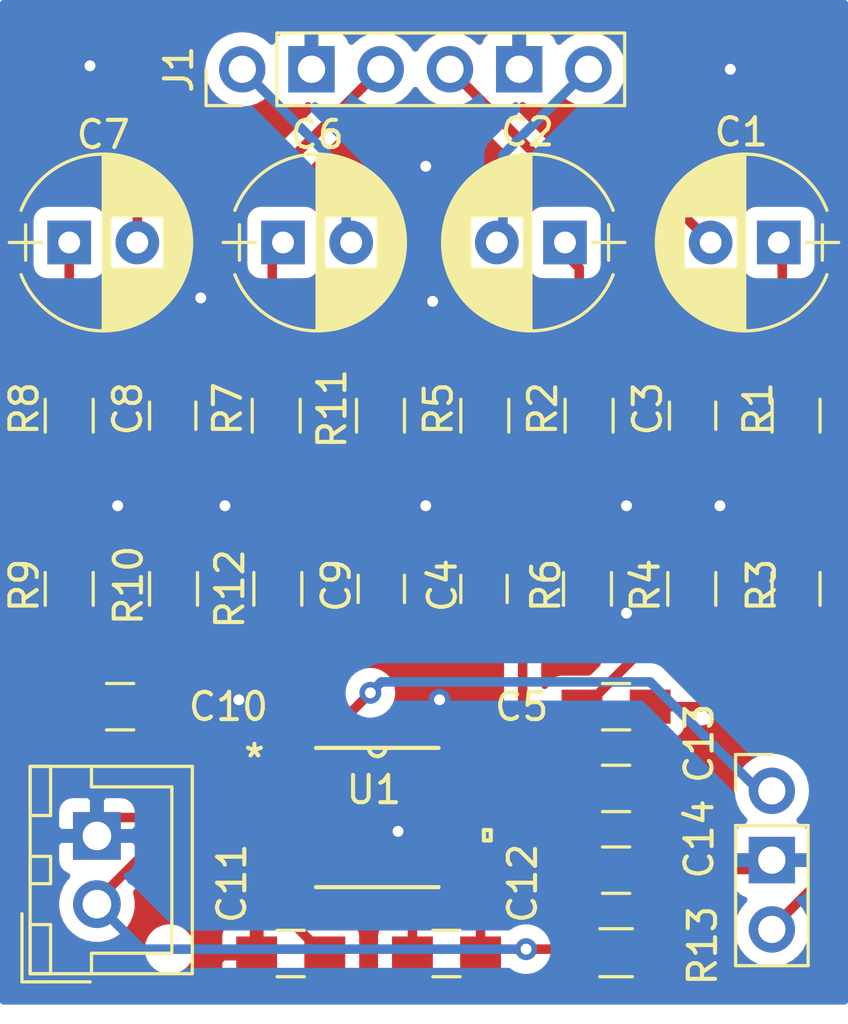
<source format=kicad_pcb>
(kicad_pcb (version 20171130) (host pcbnew "(5.1.4)-1")

  (general
    (thickness 1.6)
    (drawings 0)
    (tracks 151)
    (zones 0)
    (modules 31)
    (nets 26)
  )

  (page A4)
  (layers
    (0 F.Cu signal)
    (31 B.Cu signal)
    (32 B.Adhes user)
    (33 F.Adhes user)
    (34 B.Paste user)
    (35 F.Paste user)
    (36 B.SilkS user)
    (37 F.SilkS user)
    (38 B.Mask user)
    (39 F.Mask user)
    (40 Dwgs.User user)
    (41 Cmts.User user)
    (42 Eco1.User user)
    (43 Eco2.User user)
    (44 Edge.Cuts user)
    (45 Margin user)
    (46 B.CrtYd user)
    (47 F.CrtYd user)
    (48 B.Fab user hide)
    (49 F.Fab user hide)
  )

  (setup
    (last_trace_width 0.35)
    (trace_clearance 0.2)
    (zone_clearance 0.508)
    (zone_45_only yes)
    (trace_min 0.2)
    (via_size 0.8)
    (via_drill 0.4)
    (via_min_size 0.4)
    (via_min_drill 0.3)
    (uvia_size 0.3)
    (uvia_drill 0.1)
    (uvias_allowed no)
    (uvia_min_size 0.2)
    (uvia_min_drill 0.1)
    (edge_width 0.05)
    (segment_width 0.2)
    (pcb_text_width 0.3)
    (pcb_text_size 1.5 1.5)
    (mod_edge_width 0.12)
    (mod_text_size 1 1)
    (mod_text_width 0.15)
    (pad_size 1.75 1.75)
    (pad_drill 1.05)
    (pad_to_mask_clearance 0.051)
    (solder_mask_min_width 0.25)
    (aux_axis_origin 0 0)
    (visible_elements 7FFFFFFF)
    (pcbplotparams
      (layerselection 0x010fc_ffffffff)
      (usegerberextensions false)
      (usegerberattributes false)
      (usegerberadvancedattributes false)
      (creategerberjobfile false)
      (excludeedgelayer true)
      (linewidth 0.100000)
      (plotframeref false)
      (viasonmask false)
      (mode 1)
      (useauxorigin false)
      (hpglpennumber 1)
      (hpglpenspeed 20)
      (hpglpendiameter 15.000000)
      (psnegative false)
      (psa4output false)
      (plotreference true)
      (plotvalue true)
      (plotinvisibletext false)
      (padsonsilk false)
      (subtractmaskfromsilk false)
      (outputformat 1)
      (mirror false)
      (drillshape 1)
      (scaleselection 1)
      (outputdirectory ""))
  )

  (net 0 "")
  (net 1 "Net-(C1-Pad1)")
  (net 2 /INL-)
  (net 3 /INL+)
  (net 4 "Net-(C2-Pad1)")
  (net 5 GND)
  (net 6 "Net-(C3-Pad1)")
  (net 7 "Net-(C4-Pad1)")
  (net 8 /INR-)
  (net 9 /INR+)
  (net 10 "Net-(C5-Pad1)")
  (net 11 "Net-(C6-Pad1)")
  (net 12 +5V)
  (net 13 /OUTL)
  (net 14 "Net-(U1-Pad11)")
  (net 15 /OUTR)
  (net 16 "Net-(C3-Pad2)")
  (net 17 "Net-(C7-Pad1)")
  (net 18 "Net-(C8-Pad1)")
  (net 19 "Net-(C8-Pad2)")
  (net 20 "Net-(C9-Pad1)")
  (net 21 "Net-(C10-Pad1)")
  (net 22 "Net-(C11-Pad1)")
  (net 23 "Net-(C12-Pad1)")
  (net 24 "Net-(C12-Pad2)")
  (net 25 "Net-(C13-Pad2)")

  (net_class Default "This is the default net class."
    (clearance 0.2)
    (trace_width 0.35)
    (via_dia 0.8)
    (via_drill 0.4)
    (uvia_dia 0.3)
    (uvia_drill 0.1)
    (add_net +5V)
    (add_net /INL+)
    (add_net /INL-)
    (add_net /INR+)
    (add_net /INR-)
    (add_net /OUTL)
    (add_net /OUTR)
    (add_net GND)
    (add_net "Net-(C1-Pad1)")
    (add_net "Net-(C10-Pad1)")
    (add_net "Net-(C11-Pad1)")
    (add_net "Net-(C12-Pad1)")
    (add_net "Net-(C12-Pad2)")
    (add_net "Net-(C13-Pad2)")
    (add_net "Net-(C2-Pad1)")
    (add_net "Net-(C3-Pad1)")
    (add_net "Net-(C3-Pad2)")
    (add_net "Net-(C4-Pad1)")
    (add_net "Net-(C5-Pad1)")
    (add_net "Net-(C6-Pad1)")
    (add_net "Net-(C7-Pad1)")
    (add_net "Net-(C8-Pad1)")
    (add_net "Net-(C8-Pad2)")
    (add_net "Net-(C9-Pad1)")
    (add_net "Net-(U1-Pad11)")
  )

  (module Resistors_SMD:R_0805_HandSoldering (layer F.Cu) (tedit 58E0A804) (tstamp 5FE398BD)
    (at 128.252852 38.1 90)
    (descr "Resistor SMD 0805, hand soldering")
    (tags "resistor 0805")
    (path /5FE44A4E)
    (attr smd)
    (fp_text reference R4 (at 0.127 -1.7 90) (layer F.SilkS)
      (effects (font (size 1 1) (thickness 0.15)))
    )
    (fp_text value 22k (at 0 1.75 90) (layer F.Fab)
      (effects (font (size 1 1) (thickness 0.15)))
    )
    (fp_text user %R (at 0 0 90) (layer F.Fab)
      (effects (font (size 0.5 0.5) (thickness 0.075)))
    )
    (fp_line (start -1 0.62) (end -1 -0.62) (layer F.Fab) (width 0.1))
    (fp_line (start 1 0.62) (end -1 0.62) (layer F.Fab) (width 0.1))
    (fp_line (start 1 -0.62) (end 1 0.62) (layer F.Fab) (width 0.1))
    (fp_line (start -1 -0.62) (end 1 -0.62) (layer F.Fab) (width 0.1))
    (fp_line (start 0.6 0.88) (end -0.6 0.88) (layer F.SilkS) (width 0.12))
    (fp_line (start -0.6 -0.88) (end 0.6 -0.88) (layer F.SilkS) (width 0.12))
    (fp_line (start -2.35 -0.9) (end 2.35 -0.9) (layer F.CrtYd) (width 0.05))
    (fp_line (start -2.35 -0.9) (end -2.35 0.9) (layer F.CrtYd) (width 0.05))
    (fp_line (start 2.35 0.9) (end 2.35 -0.9) (layer F.CrtYd) (width 0.05))
    (fp_line (start 2.35 0.9) (end -2.35 0.9) (layer F.CrtYd) (width 0.05))
    (pad 1 smd rect (at -1.35 0 90) (size 1.5 1.3) (layers F.Cu F.Paste F.Mask)
      (net 10 "Net-(C5-Pad1)"))
    (pad 2 smd rect (at 1.35 0 90) (size 1.5 1.3) (layers F.Cu F.Paste F.Mask)
      (net 6 "Net-(C3-Pad1)"))
    (model ${KISYS3DMOD}/Resistors_SMD.3dshapes/R_0805.wrl
      (at (xyz 0 0 0))
      (scale (xyz 1 1 1))
      (rotate (xyz 0 0 0))
    )
  )

  (module Resistors_SMD:R_0805_HandSoldering (layer F.Cu) (tedit 58E0A804) (tstamp 5FE3D0EA)
    (at 124.42571 38.1 90)
    (descr "Resistor SMD 0805, hand soldering")
    (tags "resistor 0805")
    (path /5FD75DDA)
    (attr smd)
    (fp_text reference R6 (at 0.127 -1.524 90) (layer F.SilkS)
      (effects (font (size 1 1) (thickness 0.15)))
    )
    (fp_text value 22k (at 0 1.75 90) (layer F.Fab)
      (effects (font (size 1 1) (thickness 0.15)))
    )
    (fp_text user %R (at 0 0 90) (layer F.Fab)
      (effects (font (size 0.5 0.5) (thickness 0.075)))
    )
    (fp_line (start -1 0.62) (end -1 -0.62) (layer F.Fab) (width 0.1))
    (fp_line (start 1 0.62) (end -1 0.62) (layer F.Fab) (width 0.1))
    (fp_line (start 1 -0.62) (end 1 0.62) (layer F.Fab) (width 0.1))
    (fp_line (start -1 -0.62) (end 1 -0.62) (layer F.Fab) (width 0.1))
    (fp_line (start 0.6 0.88) (end -0.6 0.88) (layer F.SilkS) (width 0.12))
    (fp_line (start -0.6 -0.88) (end 0.6 -0.88) (layer F.SilkS) (width 0.12))
    (fp_line (start -2.35 -0.9) (end 2.35 -0.9) (layer F.CrtYd) (width 0.05))
    (fp_line (start -2.35 -0.9) (end -2.35 0.9) (layer F.CrtYd) (width 0.05))
    (fp_line (start 2.35 0.9) (end 2.35 -0.9) (layer F.CrtYd) (width 0.05))
    (fp_line (start 2.35 0.9) (end -2.35 0.9) (layer F.CrtYd) (width 0.05))
    (pad 1 smd rect (at -1.35 0 90) (size 1.5 1.3) (layers F.Cu F.Paste F.Mask)
      (net 5 GND))
    (pad 2 smd rect (at 1.35 0 90) (size 1.5 1.3) (layers F.Cu F.Paste F.Mask)
      (net 16 "Net-(C3-Pad2)"))
    (model ${KISYS3DMOD}/Resistors_SMD.3dshapes/R_0805.wrl
      (at (xyz 0 0 0))
      (scale (xyz 1 1 1))
      (rotate (xyz 0 0 0))
    )
  )

  (module Resistors_SMD:R_0805_HandSoldering (layer F.Cu) (tedit 58E0A804) (tstamp 5FE3D0A7)
    (at 132.08 38.1 270)
    (descr "Resistor SMD 0805, hand soldering")
    (tags "resistor 0805")
    (path /5FD768CB)
    (attr smd)
    (fp_text reference R3 (at -0.127 1.27 90) (layer F.SilkS)
      (effects (font (size 1 1) (thickness 0.15)))
    )
    (fp_text value 22k (at 0 1.75 90) (layer F.Fab)
      (effects (font (size 1 1) (thickness 0.15)))
    )
    (fp_text user %R (at 0 0 90) (layer F.Fab)
      (effects (font (size 0.5 0.5) (thickness 0.075)))
    )
    (fp_line (start -1 0.62) (end -1 -0.62) (layer F.Fab) (width 0.1))
    (fp_line (start 1 0.62) (end -1 0.62) (layer F.Fab) (width 0.1))
    (fp_line (start 1 -0.62) (end 1 0.62) (layer F.Fab) (width 0.1))
    (fp_line (start -1 -0.62) (end 1 -0.62) (layer F.Fab) (width 0.1))
    (fp_line (start 0.6 0.88) (end -0.6 0.88) (layer F.SilkS) (width 0.12))
    (fp_line (start -0.6 -0.88) (end 0.6 -0.88) (layer F.SilkS) (width 0.12))
    (fp_line (start -2.35 -0.9) (end 2.35 -0.9) (layer F.CrtYd) (width 0.05))
    (fp_line (start -2.35 -0.9) (end -2.35 0.9) (layer F.CrtYd) (width 0.05))
    (fp_line (start 2.35 0.9) (end 2.35 -0.9) (layer F.CrtYd) (width 0.05))
    (fp_line (start 2.35 0.9) (end -2.35 0.9) (layer F.CrtYd) (width 0.05))
    (pad 1 smd rect (at -1.35 0 270) (size 1.5 1.3) (layers F.Cu F.Paste F.Mask)
      (net 6 "Net-(C3-Pad1)"))
    (pad 2 smd rect (at 1.35 0 270) (size 1.5 1.3) (layers F.Cu F.Paste F.Mask)
      (net 13 /OUTL))
    (model ${KISYS3DMOD}/Resistors_SMD.3dshapes/R_0805.wrl
      (at (xyz 0 0 0))
      (scale (xyz 1 1 1))
      (rotate (xyz 0 0 0))
    )
  )

  (module Resistors_SMD:R_0805_HandSoldering (layer F.Cu) (tedit 58E0A804) (tstamp 5FE3D0A4)
    (at 124.48571 31.75 90)
    (descr "Resistor SMD 0805, hand soldering")
    (tags "resistor 0805")
    (path /5FD7593A)
    (attr smd)
    (fp_text reference R2 (at 0.254 -1.7 90) (layer F.SilkS)
      (effects (font (size 1 1) (thickness 0.15)))
    )
    (fp_text value 22k (at 0 1.75 90) (layer F.Fab)
      (effects (font (size 1 1) (thickness 0.15)))
    )
    (fp_text user %R (at 0 0 90) (layer F.Fab)
      (effects (font (size 0.5 0.5) (thickness 0.075)))
    )
    (fp_line (start -1 0.62) (end -1 -0.62) (layer F.Fab) (width 0.1))
    (fp_line (start 1 0.62) (end -1 0.62) (layer F.Fab) (width 0.1))
    (fp_line (start 1 -0.62) (end 1 0.62) (layer F.Fab) (width 0.1))
    (fp_line (start -1 -0.62) (end 1 -0.62) (layer F.Fab) (width 0.1))
    (fp_line (start 0.6 0.88) (end -0.6 0.88) (layer F.SilkS) (width 0.12))
    (fp_line (start -0.6 -0.88) (end 0.6 -0.88) (layer F.SilkS) (width 0.12))
    (fp_line (start -2.35 -0.9) (end 2.35 -0.9) (layer F.CrtYd) (width 0.05))
    (fp_line (start -2.35 -0.9) (end -2.35 0.9) (layer F.CrtYd) (width 0.05))
    (fp_line (start 2.35 0.9) (end 2.35 -0.9) (layer F.CrtYd) (width 0.05))
    (fp_line (start 2.35 0.9) (end -2.35 0.9) (layer F.CrtYd) (width 0.05))
    (pad 1 smd rect (at -1.35 0 90) (size 1.5 1.3) (layers F.Cu F.Paste F.Mask)
      (net 16 "Net-(C3-Pad2)"))
    (pad 2 smd rect (at 1.35 0 90) (size 1.5 1.3) (layers F.Cu F.Paste F.Mask)
      (net 4 "Net-(C2-Pad1)"))
    (model ${KISYS3DMOD}/Resistors_SMD.3dshapes/R_0805.wrl
      (at (xyz 0 0 0))
      (scale (xyz 1 1 1))
      (rotate (xyz 0 0 0))
    )
  )

  (module Resistors_SMD:R_0805_HandSoldering (layer F.Cu) (tedit 58E0A804) (tstamp 5FE398F2)
    (at 113.064284 38.1 90)
    (descr "Resistor SMD 0805, hand soldering")
    (tags "resistor 0805")
    (path /5FE9136E)
    (attr smd)
    (fp_text reference R12 (at 0 -1.757856 270) (layer F.SilkS)
      (effects (font (size 1 1) (thickness 0.15)))
    )
    (fp_text value 22k (at 0 1.75 90) (layer F.Fab)
      (effects (font (size 1 1) (thickness 0.15)))
    )
    (fp_text user %R (at 0 0 90) (layer F.Fab)
      (effects (font (size 0.5 0.5) (thickness 0.075)))
    )
    (fp_line (start -1 0.62) (end -1 -0.62) (layer F.Fab) (width 0.1))
    (fp_line (start 1 0.62) (end -1 0.62) (layer F.Fab) (width 0.1))
    (fp_line (start 1 -0.62) (end 1 0.62) (layer F.Fab) (width 0.1))
    (fp_line (start -1 -0.62) (end 1 -0.62) (layer F.Fab) (width 0.1))
    (fp_line (start 0.6 0.88) (end -0.6 0.88) (layer F.SilkS) (width 0.12))
    (fp_line (start -0.6 -0.88) (end 0.6 -0.88) (layer F.SilkS) (width 0.12))
    (fp_line (start -2.35 -0.9) (end 2.35 -0.9) (layer F.CrtYd) (width 0.05))
    (fp_line (start -2.35 -0.9) (end -2.35 0.9) (layer F.CrtYd) (width 0.05))
    (fp_line (start 2.35 0.9) (end 2.35 -0.9) (layer F.CrtYd) (width 0.05))
    (fp_line (start 2.35 0.9) (end -2.35 0.9) (layer F.CrtYd) (width 0.05))
    (pad 1 smd rect (at -1.35 0 90) (size 1.5 1.3) (layers F.Cu F.Paste F.Mask)
      (net 5 GND))
    (pad 2 smd rect (at 1.35 0 90) (size 1.5 1.3) (layers F.Cu F.Paste F.Mask)
      (net 19 "Net-(C8-Pad2)"))
    (model ${KISYS3DMOD}/Resistors_SMD.3dshapes/R_0805.wrl
      (at (xyz 0 0 0))
      (scale (xyz 1 1 1))
      (rotate (xyz 0 0 0))
    )
  )

  (module Resistors_SMD:R_0805_HandSoldering (layer F.Cu) (tedit 58E0A804) (tstamp 5FE398EF)
    (at 116.831426 31.75 270)
    (descr "Resistor SMD 0805, hand soldering")
    (tags "resistor 0805")
    (path /5FE91359)
    (attr smd)
    (fp_text reference R11 (at -0.254001 1.778 90) (layer F.SilkS)
      (effects (font (size 1 1) (thickness 0.15)))
    )
    (fp_text value 22k (at 0 1.75 90) (layer F.Fab)
      (effects (font (size 1 1) (thickness 0.15)))
    )
    (fp_text user %R (at 0 0 90) (layer F.Fab)
      (effects (font (size 0.5 0.5) (thickness 0.075)))
    )
    (fp_line (start -1 0.62) (end -1 -0.62) (layer F.Fab) (width 0.1))
    (fp_line (start 1 0.62) (end -1 0.62) (layer F.Fab) (width 0.1))
    (fp_line (start 1 -0.62) (end 1 0.62) (layer F.Fab) (width 0.1))
    (fp_line (start -1 -0.62) (end 1 -0.62) (layer F.Fab) (width 0.1))
    (fp_line (start 0.6 0.88) (end -0.6 0.88) (layer F.SilkS) (width 0.12))
    (fp_line (start -0.6 -0.88) (end 0.6 -0.88) (layer F.SilkS) (width 0.12))
    (fp_line (start -2.35 -0.9) (end 2.35 -0.9) (layer F.CrtYd) (width 0.05))
    (fp_line (start -2.35 -0.9) (end -2.35 0.9) (layer F.CrtYd) (width 0.05))
    (fp_line (start 2.35 0.9) (end 2.35 -0.9) (layer F.CrtYd) (width 0.05))
    (fp_line (start 2.35 0.9) (end -2.35 0.9) (layer F.CrtYd) (width 0.05))
    (pad 1 smd rect (at -1.35 0 270) (size 1.5 1.3) (layers F.Cu F.Paste F.Mask)
      (net 19 "Net-(C8-Pad2)"))
    (pad 2 smd rect (at 1.35 0 270) (size 1.5 1.3) (layers F.Cu F.Paste F.Mask)
      (net 20 "Net-(C9-Pad1)"))
    (model ${KISYS3DMOD}/Resistors_SMD.3dshapes/R_0805.wrl
      (at (xyz 0 0 0))
      (scale (xyz 1 1 1))
      (rotate (xyz 0 0 0))
    )
  )

  (module Resistors_SMD:R_0805_HandSoldering (layer F.Cu) (tedit 58E0A804) (tstamp 5FE398EC)
    (at 109.237142 38.1 270)
    (descr "Resistor SMD 0805, hand soldering")
    (tags "resistor 0805")
    (path /5FE9134F)
    (attr smd)
    (fp_text reference R10 (at -0.127001 1.651 90) (layer F.SilkS)
      (effects (font (size 1 1) (thickness 0.15)))
    )
    (fp_text value 22k (at 0 1.75 90) (layer F.Fab)
      (effects (font (size 1 1) (thickness 0.15)))
    )
    (fp_text user %R (at 0 0 90) (layer F.Fab)
      (effects (font (size 0.5 0.5) (thickness 0.075)))
    )
    (fp_line (start -1 0.62) (end -1 -0.62) (layer F.Fab) (width 0.1))
    (fp_line (start 1 0.62) (end -1 0.62) (layer F.Fab) (width 0.1))
    (fp_line (start 1 -0.62) (end 1 0.62) (layer F.Fab) (width 0.1))
    (fp_line (start -1 -0.62) (end 1 -0.62) (layer F.Fab) (width 0.1))
    (fp_line (start 0.6 0.88) (end -0.6 0.88) (layer F.SilkS) (width 0.12))
    (fp_line (start -0.6 -0.88) (end 0.6 -0.88) (layer F.SilkS) (width 0.12))
    (fp_line (start -2.35 -0.9) (end 2.35 -0.9) (layer F.CrtYd) (width 0.05))
    (fp_line (start -2.35 -0.9) (end -2.35 0.9) (layer F.CrtYd) (width 0.05))
    (fp_line (start 2.35 0.9) (end 2.35 -0.9) (layer F.CrtYd) (width 0.05))
    (fp_line (start 2.35 0.9) (end -2.35 0.9) (layer F.CrtYd) (width 0.05))
    (pad 1 smd rect (at -1.35 0 270) (size 1.5 1.3) (layers F.Cu F.Paste F.Mask)
      (net 18 "Net-(C8-Pad1)"))
    (pad 2 smd rect (at 1.35 0 270) (size 1.5 1.3) (layers F.Cu F.Paste F.Mask)
      (net 21 "Net-(C10-Pad1)"))
    (model ${KISYS3DMOD}/Resistors_SMD.3dshapes/R_0805.wrl
      (at (xyz 0 0 0))
      (scale (xyz 1 1 1))
      (rotate (xyz 0 0 0))
    )
  )

  (module Resistors_SMD:R_0805_HandSoldering (layer F.Cu) (tedit 58E0A804) (tstamp 5FE398E9)
    (at 105.41 38.1 270)
    (descr "Resistor SMD 0805, hand soldering")
    (tags "resistor 0805")
    (path /5FE91340)
    (attr smd)
    (fp_text reference R9 (at -0.127 1.651 90) (layer F.SilkS)
      (effects (font (size 1 1) (thickness 0.15)))
    )
    (fp_text value 22k (at 0 1.75 90) (layer F.Fab)
      (effects (font (size 1 1) (thickness 0.15)))
    )
    (fp_text user %R (at 0 0 90) (layer F.Fab)
      (effects (font (size 0.5 0.5) (thickness 0.075)))
    )
    (fp_line (start -1 0.62) (end -1 -0.62) (layer F.Fab) (width 0.1))
    (fp_line (start 1 0.62) (end -1 0.62) (layer F.Fab) (width 0.1))
    (fp_line (start 1 -0.62) (end 1 0.62) (layer F.Fab) (width 0.1))
    (fp_line (start -1 -0.62) (end 1 -0.62) (layer F.Fab) (width 0.1))
    (fp_line (start 0.6 0.88) (end -0.6 0.88) (layer F.SilkS) (width 0.12))
    (fp_line (start -0.6 -0.88) (end 0.6 -0.88) (layer F.SilkS) (width 0.12))
    (fp_line (start -2.35 -0.9) (end 2.35 -0.9) (layer F.CrtYd) (width 0.05))
    (fp_line (start -2.35 -0.9) (end -2.35 0.9) (layer F.CrtYd) (width 0.05))
    (fp_line (start 2.35 0.9) (end 2.35 -0.9) (layer F.CrtYd) (width 0.05))
    (fp_line (start 2.35 0.9) (end -2.35 0.9) (layer F.CrtYd) (width 0.05))
    (pad 1 smd rect (at -1.35 0 270) (size 1.5 1.3) (layers F.Cu F.Paste F.Mask)
      (net 18 "Net-(C8-Pad1)"))
    (pad 2 smd rect (at 1.35 0 270) (size 1.5 1.3) (layers F.Cu F.Paste F.Mask)
      (net 15 /OUTR))
    (model ${KISYS3DMOD}/Resistors_SMD.3dshapes/R_0805.wrl
      (at (xyz 0 0 0))
      (scale (xyz 1 1 1))
      (rotate (xyz 0 0 0))
    )
  )

  (module Resistors_SMD:R_0805_HandSoldering (layer F.Cu) (tedit 58E0A804) (tstamp 5FE398E6)
    (at 105.41 31.75 90)
    (descr "Resistor SMD 0805, hand soldering")
    (tags "resistor 0805")
    (path /5FE91334)
    (attr smd)
    (fp_text reference R8 (at 0.254 -1.651 90) (layer F.SilkS)
      (effects (font (size 1 1) (thickness 0.15)))
    )
    (fp_text value 22k (at 0 1.75 90) (layer F.Fab)
      (effects (font (size 1 1) (thickness 0.15)))
    )
    (fp_text user %R (at 0 0 90) (layer F.Fab)
      (effects (font (size 0.5 0.5) (thickness 0.075)))
    )
    (fp_line (start -1 0.62) (end -1 -0.62) (layer F.Fab) (width 0.1))
    (fp_line (start 1 0.62) (end -1 0.62) (layer F.Fab) (width 0.1))
    (fp_line (start 1 -0.62) (end 1 0.62) (layer F.Fab) (width 0.1))
    (fp_line (start -1 -0.62) (end 1 -0.62) (layer F.Fab) (width 0.1))
    (fp_line (start 0.6 0.88) (end -0.6 0.88) (layer F.SilkS) (width 0.12))
    (fp_line (start -0.6 -0.88) (end 0.6 -0.88) (layer F.SilkS) (width 0.12))
    (fp_line (start -2.35 -0.9) (end 2.35 -0.9) (layer F.CrtYd) (width 0.05))
    (fp_line (start -2.35 -0.9) (end -2.35 0.9) (layer F.CrtYd) (width 0.05))
    (fp_line (start 2.35 0.9) (end 2.35 -0.9) (layer F.CrtYd) (width 0.05))
    (fp_line (start 2.35 0.9) (end -2.35 0.9) (layer F.CrtYd) (width 0.05))
    (pad 1 smd rect (at -1.35 0 90) (size 1.5 1.3) (layers F.Cu F.Paste F.Mask)
      (net 18 "Net-(C8-Pad1)"))
    (pad 2 smd rect (at 1.35 0 90) (size 1.5 1.3) (layers F.Cu F.Paste F.Mask)
      (net 17 "Net-(C7-Pad1)"))
    (model ${KISYS3DMOD}/Resistors_SMD.3dshapes/R_0805.wrl
      (at (xyz 0 0 0))
      (scale (xyz 1 1 1))
      (rotate (xyz 0 0 0))
    )
  )

  (module Resistors_SMD:R_0805_HandSoldering (layer F.Cu) (tedit 58E0A804) (tstamp 5FE398E3)
    (at 113.004284 31.75 90)
    (descr "Resistor SMD 0805, hand soldering")
    (tags "resistor 0805")
    (path /5FE9133A)
    (attr smd)
    (fp_text reference R7 (at 0.254 -1.778 90) (layer F.SilkS)
      (effects (font (size 1 1) (thickness 0.15)))
    )
    (fp_text value 22k (at 0 1.75 90) (layer F.Fab)
      (effects (font (size 1 1) (thickness 0.15)))
    )
    (fp_text user %R (at 0 0 90) (layer F.Fab)
      (effects (font (size 0.5 0.5) (thickness 0.075)))
    )
    (fp_line (start -1 0.62) (end -1 -0.62) (layer F.Fab) (width 0.1))
    (fp_line (start 1 0.62) (end -1 0.62) (layer F.Fab) (width 0.1))
    (fp_line (start 1 -0.62) (end 1 0.62) (layer F.Fab) (width 0.1))
    (fp_line (start -1 -0.62) (end 1 -0.62) (layer F.Fab) (width 0.1))
    (fp_line (start 0.6 0.88) (end -0.6 0.88) (layer F.SilkS) (width 0.12))
    (fp_line (start -0.6 -0.88) (end 0.6 -0.88) (layer F.SilkS) (width 0.12))
    (fp_line (start -2.35 -0.9) (end 2.35 -0.9) (layer F.CrtYd) (width 0.05))
    (fp_line (start -2.35 -0.9) (end -2.35 0.9) (layer F.CrtYd) (width 0.05))
    (fp_line (start 2.35 0.9) (end 2.35 -0.9) (layer F.CrtYd) (width 0.05))
    (fp_line (start 2.35 0.9) (end -2.35 0.9) (layer F.CrtYd) (width 0.05))
    (pad 1 smd rect (at -1.35 0 90) (size 1.5 1.3) (layers F.Cu F.Paste F.Mask)
      (net 19 "Net-(C8-Pad2)"))
    (pad 2 smd rect (at 1.35 0 90) (size 1.5 1.3) (layers F.Cu F.Paste F.Mask)
      (net 11 "Net-(C6-Pad1)"))
    (model ${KISYS3DMOD}/Resistors_SMD.3dshapes/R_0805.wrl
      (at (xyz 0 0 0))
      (scale (xyz 1 1 1))
      (rotate (xyz 0 0 0))
    )
  )

  (module Resistors_SMD:R_0805_HandSoldering (layer F.Cu) (tedit 58E0A804) (tstamp 5FE398C0)
    (at 120.658568 31.75 90)
    (descr "Resistor SMD 0805, hand soldering")
    (tags "resistor 0805")
    (path /5FE4CD2F)
    (attr smd)
    (fp_text reference R5 (at 0.254 -1.7 90) (layer F.SilkS)
      (effects (font (size 1 1) (thickness 0.15)))
    )
    (fp_text value 22k (at 0 1.75 90) (layer F.Fab)
      (effects (font (size 1 1) (thickness 0.15)))
    )
    (fp_text user %R (at 0 0 90) (layer F.Fab)
      (effects (font (size 0.5 0.5) (thickness 0.075)))
    )
    (fp_line (start -1 0.62) (end -1 -0.62) (layer F.Fab) (width 0.1))
    (fp_line (start 1 0.62) (end -1 0.62) (layer F.Fab) (width 0.1))
    (fp_line (start 1 -0.62) (end 1 0.62) (layer F.Fab) (width 0.1))
    (fp_line (start -1 -0.62) (end 1 -0.62) (layer F.Fab) (width 0.1))
    (fp_line (start 0.6 0.88) (end -0.6 0.88) (layer F.SilkS) (width 0.12))
    (fp_line (start -0.6 -0.88) (end 0.6 -0.88) (layer F.SilkS) (width 0.12))
    (fp_line (start -2.35 -0.9) (end 2.35 -0.9) (layer F.CrtYd) (width 0.05))
    (fp_line (start -2.35 -0.9) (end -2.35 0.9) (layer F.CrtYd) (width 0.05))
    (fp_line (start 2.35 0.9) (end 2.35 -0.9) (layer F.CrtYd) (width 0.05))
    (fp_line (start 2.35 0.9) (end -2.35 0.9) (layer F.CrtYd) (width 0.05))
    (pad 1 smd rect (at -1.35 0 90) (size 1.5 1.3) (layers F.Cu F.Paste F.Mask)
      (net 7 "Net-(C4-Pad1)"))
    (pad 2 smd rect (at 1.35 0 90) (size 1.5 1.3) (layers F.Cu F.Paste F.Mask)
      (net 16 "Net-(C3-Pad2)"))
    (model ${KISYS3DMOD}/Resistors_SMD.3dshapes/R_0805.wrl
      (at (xyz 0 0 0))
      (scale (xyz 1 1 1))
      (rotate (xyz 0 0 0))
    )
  )

  (module Capacitors_SMD:C_0805_HandSoldering (layer F.Cu) (tedit 58AA84A8) (tstamp 5FE3972C)
    (at 125.476 42.418)
    (descr "Capacitor SMD 0805, hand soldering")
    (tags "capacitor 0805")
    (path /5FE43F90)
    (attr smd)
    (fp_text reference C5 (at -3.465784 0) (layer F.SilkS)
      (effects (font (size 1 1) (thickness 0.15)))
    )
    (fp_text value 220p (at 0 1.75) (layer F.Fab)
      (effects (font (size 1 1) (thickness 0.15)))
    )
    (fp_text user %R (at 0 -1.75) (layer F.Fab)
      (effects (font (size 1 1) (thickness 0.15)))
    )
    (fp_line (start -1 0.62) (end -1 -0.62) (layer F.Fab) (width 0.1))
    (fp_line (start 1 0.62) (end -1 0.62) (layer F.Fab) (width 0.1))
    (fp_line (start 1 -0.62) (end 1 0.62) (layer F.Fab) (width 0.1))
    (fp_line (start -1 -0.62) (end 1 -0.62) (layer F.Fab) (width 0.1))
    (fp_line (start 0.5 -0.85) (end -0.5 -0.85) (layer F.SilkS) (width 0.12))
    (fp_line (start -0.5 0.85) (end 0.5 0.85) (layer F.SilkS) (width 0.12))
    (fp_line (start -2.25 -0.88) (end 2.25 -0.88) (layer F.CrtYd) (width 0.05))
    (fp_line (start -2.25 -0.88) (end -2.25 0.87) (layer F.CrtYd) (width 0.05))
    (fp_line (start 2.25 0.87) (end 2.25 -0.88) (layer F.CrtYd) (width 0.05))
    (fp_line (start 2.25 0.87) (end -2.25 0.87) (layer F.CrtYd) (width 0.05))
    (pad 1 smd rect (at -1.25 0) (size 1.5 1.25) (layers F.Cu F.Paste F.Mask)
      (net 10 "Net-(C5-Pad1)"))
    (pad 2 smd rect (at 1.25 0) (size 1.5 1.25) (layers F.Cu F.Paste F.Mask)
      (net 13 /OUTL))
    (model Capacitors_SMD.3dshapes/C_0805.wrl
      (at (xyz 0 0 0))
      (scale (xyz 1 1 1))
      (rotate (xyz 0 0 0))
    )
  )

  (module Capacitors_SMD:C_0805_HandSoldering (layer F.Cu) (tedit 58AA84A8) (tstamp 5FE39729)
    (at 107.278214 42.418 180)
    (descr "Capacitor SMD 0805, hand soldering")
    (tags "capacitor 0805")
    (path /5FEA1967)
    (attr smd)
    (fp_text reference C10 (at -3.973786 0) (layer F.SilkS)
      (effects (font (size 1 1) (thickness 0.15)))
    )
    (fp_text value 220p (at 0 1.75) (layer F.Fab)
      (effects (font (size 1 1) (thickness 0.15)))
    )
    (fp_text user %R (at 0 -1.75) (layer F.Fab)
      (effects (font (size 1 1) (thickness 0.15)))
    )
    (fp_line (start -1 0.62) (end -1 -0.62) (layer F.Fab) (width 0.1))
    (fp_line (start 1 0.62) (end -1 0.62) (layer F.Fab) (width 0.1))
    (fp_line (start 1 -0.62) (end 1 0.62) (layer F.Fab) (width 0.1))
    (fp_line (start -1 -0.62) (end 1 -0.62) (layer F.Fab) (width 0.1))
    (fp_line (start 0.5 -0.85) (end -0.5 -0.85) (layer F.SilkS) (width 0.12))
    (fp_line (start -0.5 0.85) (end 0.5 0.85) (layer F.SilkS) (width 0.12))
    (fp_line (start -2.25 -0.88) (end 2.25 -0.88) (layer F.CrtYd) (width 0.05))
    (fp_line (start -2.25 -0.88) (end -2.25 0.87) (layer F.CrtYd) (width 0.05))
    (fp_line (start 2.25 0.87) (end 2.25 -0.88) (layer F.CrtYd) (width 0.05))
    (fp_line (start 2.25 0.87) (end -2.25 0.87) (layer F.CrtYd) (width 0.05))
    (pad 1 smd rect (at -1.25 0 180) (size 1.5 1.25) (layers F.Cu F.Paste F.Mask)
      (net 21 "Net-(C10-Pad1)"))
    (pad 2 smd rect (at 1.25 0 180) (size 1.5 1.25) (layers F.Cu F.Paste F.Mask)
      (net 15 /OUTR))
    (model Capacitors_SMD.3dshapes/C_0805.wrl
      (at (xyz 0 0 0))
      (scale (xyz 1 1 1))
      (rotate (xyz 0 0 0))
    )
  )

  (module Capacitors_SMD:C_0805_HandSoldering (layer F.Cu) (tedit 58AA84A8) (tstamp 5FE39726)
    (at 116.861426 38.1 270)
    (descr "Capacitor SMD 0805, hand soldering")
    (tags "capacitor 0805")
    (path /5FE91375)
    (attr smd)
    (fp_text reference C9 (at -0.127 1.651 270) (layer F.SilkS)
      (effects (font (size 1 1) (thickness 0.15)))
    )
    (fp_text value 10uf (at 0 1.75 90) (layer F.Fab)
      (effects (font (size 1 1) (thickness 0.15)))
    )
    (fp_text user %R (at 0 -1.75 90) (layer F.Fab)
      (effects (font (size 1 1) (thickness 0.15)))
    )
    (fp_line (start -1 0.62) (end -1 -0.62) (layer F.Fab) (width 0.1))
    (fp_line (start 1 0.62) (end -1 0.62) (layer F.Fab) (width 0.1))
    (fp_line (start 1 -0.62) (end 1 0.62) (layer F.Fab) (width 0.1))
    (fp_line (start -1 -0.62) (end 1 -0.62) (layer F.Fab) (width 0.1))
    (fp_line (start 0.5 -0.85) (end -0.5 -0.85) (layer F.SilkS) (width 0.12))
    (fp_line (start -0.5 0.85) (end 0.5 0.85) (layer F.SilkS) (width 0.12))
    (fp_line (start -2.25 -0.88) (end 2.25 -0.88) (layer F.CrtYd) (width 0.05))
    (fp_line (start -2.25 -0.88) (end -2.25 0.87) (layer F.CrtYd) (width 0.05))
    (fp_line (start 2.25 0.87) (end 2.25 -0.88) (layer F.CrtYd) (width 0.05))
    (fp_line (start 2.25 0.87) (end -2.25 0.87) (layer F.CrtYd) (width 0.05))
    (pad 1 smd rect (at -1.25 0 270) (size 1.5 1.25) (layers F.Cu F.Paste F.Mask)
      (net 20 "Net-(C9-Pad1)"))
    (pad 2 smd rect (at 1.25 0 270) (size 1.5 1.25) (layers F.Cu F.Paste F.Mask)
      (net 5 GND))
    (model Capacitors_SMD.3dshapes/C_0805.wrl
      (at (xyz 0 0 0))
      (scale (xyz 1 1 1))
      (rotate (xyz 0 0 0))
    )
  )

  (module Capacitors_SMD:C_0805_HandSoldering (layer F.Cu) (tedit 58AA84A8) (tstamp 5FE39723)
    (at 109.207142 31.75 270)
    (descr "Capacitor SMD 0805, hand soldering")
    (tags "capacitor 0805")
    (path /5FE91366)
    (attr smd)
    (fp_text reference C8 (at -0.254 1.651 270) (layer F.SilkS)
      (effects (font (size 1 1) (thickness 0.15)))
    )
    (fp_text value 10uf (at 0 1.75 90) (layer F.Fab)
      (effects (font (size 1 1) (thickness 0.15)))
    )
    (fp_text user %R (at 0 -1.75 90) (layer F.Fab)
      (effects (font (size 1 1) (thickness 0.15)))
    )
    (fp_line (start -1 0.62) (end -1 -0.62) (layer F.Fab) (width 0.1))
    (fp_line (start 1 0.62) (end -1 0.62) (layer F.Fab) (width 0.1))
    (fp_line (start 1 -0.62) (end 1 0.62) (layer F.Fab) (width 0.1))
    (fp_line (start -1 -0.62) (end 1 -0.62) (layer F.Fab) (width 0.1))
    (fp_line (start 0.5 -0.85) (end -0.5 -0.85) (layer F.SilkS) (width 0.12))
    (fp_line (start -0.5 0.85) (end 0.5 0.85) (layer F.SilkS) (width 0.12))
    (fp_line (start -2.25 -0.88) (end 2.25 -0.88) (layer F.CrtYd) (width 0.05))
    (fp_line (start -2.25 -0.88) (end -2.25 0.87) (layer F.CrtYd) (width 0.05))
    (fp_line (start 2.25 0.87) (end 2.25 -0.88) (layer F.CrtYd) (width 0.05))
    (fp_line (start 2.25 0.87) (end -2.25 0.87) (layer F.CrtYd) (width 0.05))
    (pad 1 smd rect (at -1.25 0 270) (size 1.5 1.25) (layers F.Cu F.Paste F.Mask)
      (net 18 "Net-(C8-Pad1)"))
    (pad 2 smd rect (at 1.25 0 270) (size 1.5 1.25) (layers F.Cu F.Paste F.Mask)
      (net 19 "Net-(C8-Pad2)"))
    (model Capacitors_SMD.3dshapes/C_0805.wrl
      (at (xyz 0 0 0))
      (scale (xyz 1 1 1))
      (rotate (xyz 0 0 0))
    )
  )

  (module Capacitors_THT:CP_Radial_D6.3mm_P2.50mm (layer F.Cu) (tedit 597BC7C2) (tstamp 5FE39720)
    (at 105.41 25.4)
    (descr "CP, Radial series, Radial, pin pitch=2.50mm, , diameter=6.3mm, Electrolytic Capacitor")
    (tags "CP Radial series Radial pin pitch 2.50mm  diameter 6.3mm Electrolytic Capacitor")
    (path /5FE91328)
    (fp_text reference C7 (at 1.25 -3.952) (layer F.SilkS)
      (effects (font (size 1 1) (thickness 0.15)))
    )
    (fp_text value 10uf (at 1.25 4.46) (layer F.Fab)
      (effects (font (size 1 1) (thickness 0.15)))
    )
    (fp_arc (start 1.25 0) (end -1.767482 -1.18) (angle 137.3) (layer F.SilkS) (width 0.12))
    (fp_arc (start 1.25 0) (end -1.767482 1.18) (angle -137.3) (layer F.SilkS) (width 0.12))
    (fp_arc (start 1.25 0) (end 4.267482 -1.18) (angle 42.7) (layer F.SilkS) (width 0.12))
    (fp_circle (center 1.25 0) (end 4.4 0) (layer F.Fab) (width 0.1))
    (fp_line (start -2.2 0) (end -1 0) (layer F.Fab) (width 0.1))
    (fp_line (start -1.6 -0.65) (end -1.6 0.65) (layer F.Fab) (width 0.1))
    (fp_line (start 1.25 -3.2) (end 1.25 3.2) (layer F.SilkS) (width 0.12))
    (fp_line (start 1.29 -3.2) (end 1.29 3.2) (layer F.SilkS) (width 0.12))
    (fp_line (start 1.33 -3.2) (end 1.33 3.2) (layer F.SilkS) (width 0.12))
    (fp_line (start 1.37 -3.198) (end 1.37 3.198) (layer F.SilkS) (width 0.12))
    (fp_line (start 1.41 -3.197) (end 1.41 3.197) (layer F.SilkS) (width 0.12))
    (fp_line (start 1.45 -3.194) (end 1.45 3.194) (layer F.SilkS) (width 0.12))
    (fp_line (start 1.49 -3.192) (end 1.49 3.192) (layer F.SilkS) (width 0.12))
    (fp_line (start 1.53 -3.188) (end 1.53 -0.98) (layer F.SilkS) (width 0.12))
    (fp_line (start 1.53 0.98) (end 1.53 3.188) (layer F.SilkS) (width 0.12))
    (fp_line (start 1.57 -3.185) (end 1.57 -0.98) (layer F.SilkS) (width 0.12))
    (fp_line (start 1.57 0.98) (end 1.57 3.185) (layer F.SilkS) (width 0.12))
    (fp_line (start 1.61 -3.18) (end 1.61 -0.98) (layer F.SilkS) (width 0.12))
    (fp_line (start 1.61 0.98) (end 1.61 3.18) (layer F.SilkS) (width 0.12))
    (fp_line (start 1.65 -3.176) (end 1.65 -0.98) (layer F.SilkS) (width 0.12))
    (fp_line (start 1.65 0.98) (end 1.65 3.176) (layer F.SilkS) (width 0.12))
    (fp_line (start 1.69 -3.17) (end 1.69 -0.98) (layer F.SilkS) (width 0.12))
    (fp_line (start 1.69 0.98) (end 1.69 3.17) (layer F.SilkS) (width 0.12))
    (fp_line (start 1.73 -3.165) (end 1.73 -0.98) (layer F.SilkS) (width 0.12))
    (fp_line (start 1.73 0.98) (end 1.73 3.165) (layer F.SilkS) (width 0.12))
    (fp_line (start 1.77 -3.158) (end 1.77 -0.98) (layer F.SilkS) (width 0.12))
    (fp_line (start 1.77 0.98) (end 1.77 3.158) (layer F.SilkS) (width 0.12))
    (fp_line (start 1.81 -3.152) (end 1.81 -0.98) (layer F.SilkS) (width 0.12))
    (fp_line (start 1.81 0.98) (end 1.81 3.152) (layer F.SilkS) (width 0.12))
    (fp_line (start 1.85 -3.144) (end 1.85 -0.98) (layer F.SilkS) (width 0.12))
    (fp_line (start 1.85 0.98) (end 1.85 3.144) (layer F.SilkS) (width 0.12))
    (fp_line (start 1.89 -3.137) (end 1.89 -0.98) (layer F.SilkS) (width 0.12))
    (fp_line (start 1.89 0.98) (end 1.89 3.137) (layer F.SilkS) (width 0.12))
    (fp_line (start 1.93 -3.128) (end 1.93 -0.98) (layer F.SilkS) (width 0.12))
    (fp_line (start 1.93 0.98) (end 1.93 3.128) (layer F.SilkS) (width 0.12))
    (fp_line (start 1.971 -3.119) (end 1.971 -0.98) (layer F.SilkS) (width 0.12))
    (fp_line (start 1.971 0.98) (end 1.971 3.119) (layer F.SilkS) (width 0.12))
    (fp_line (start 2.011 -3.11) (end 2.011 -0.98) (layer F.SilkS) (width 0.12))
    (fp_line (start 2.011 0.98) (end 2.011 3.11) (layer F.SilkS) (width 0.12))
    (fp_line (start 2.051 -3.1) (end 2.051 -0.98) (layer F.SilkS) (width 0.12))
    (fp_line (start 2.051 0.98) (end 2.051 3.1) (layer F.SilkS) (width 0.12))
    (fp_line (start 2.091 -3.09) (end 2.091 -0.98) (layer F.SilkS) (width 0.12))
    (fp_line (start 2.091 0.98) (end 2.091 3.09) (layer F.SilkS) (width 0.12))
    (fp_line (start 2.131 -3.079) (end 2.131 -0.98) (layer F.SilkS) (width 0.12))
    (fp_line (start 2.131 0.98) (end 2.131 3.079) (layer F.SilkS) (width 0.12))
    (fp_line (start 2.171 -3.067) (end 2.171 -0.98) (layer F.SilkS) (width 0.12))
    (fp_line (start 2.171 0.98) (end 2.171 3.067) (layer F.SilkS) (width 0.12))
    (fp_line (start 2.211 -3.055) (end 2.211 -0.98) (layer F.SilkS) (width 0.12))
    (fp_line (start 2.211 0.98) (end 2.211 3.055) (layer F.SilkS) (width 0.12))
    (fp_line (start 2.251 -3.042) (end 2.251 -0.98) (layer F.SilkS) (width 0.12))
    (fp_line (start 2.251 0.98) (end 2.251 3.042) (layer F.SilkS) (width 0.12))
    (fp_line (start 2.291 -3.029) (end 2.291 -0.98) (layer F.SilkS) (width 0.12))
    (fp_line (start 2.291 0.98) (end 2.291 3.029) (layer F.SilkS) (width 0.12))
    (fp_line (start 2.331 -3.015) (end 2.331 -0.98) (layer F.SilkS) (width 0.12))
    (fp_line (start 2.331 0.98) (end 2.331 3.015) (layer F.SilkS) (width 0.12))
    (fp_line (start 2.371 -3.001) (end 2.371 -0.98) (layer F.SilkS) (width 0.12))
    (fp_line (start 2.371 0.98) (end 2.371 3.001) (layer F.SilkS) (width 0.12))
    (fp_line (start 2.411 -2.986) (end 2.411 -0.98) (layer F.SilkS) (width 0.12))
    (fp_line (start 2.411 0.98) (end 2.411 2.986) (layer F.SilkS) (width 0.12))
    (fp_line (start 2.451 -2.97) (end 2.451 -0.98) (layer F.SilkS) (width 0.12))
    (fp_line (start 2.451 0.98) (end 2.451 2.97) (layer F.SilkS) (width 0.12))
    (fp_line (start 2.491 -2.954) (end 2.491 -0.98) (layer F.SilkS) (width 0.12))
    (fp_line (start 2.491 0.98) (end 2.491 2.954) (layer F.SilkS) (width 0.12))
    (fp_line (start 2.531 -2.937) (end 2.531 -0.98) (layer F.SilkS) (width 0.12))
    (fp_line (start 2.531 0.98) (end 2.531 2.937) (layer F.SilkS) (width 0.12))
    (fp_line (start 2.571 -2.919) (end 2.571 -0.98) (layer F.SilkS) (width 0.12))
    (fp_line (start 2.571 0.98) (end 2.571 2.919) (layer F.SilkS) (width 0.12))
    (fp_line (start 2.611 -2.901) (end 2.611 -0.98) (layer F.SilkS) (width 0.12))
    (fp_line (start 2.611 0.98) (end 2.611 2.901) (layer F.SilkS) (width 0.12))
    (fp_line (start 2.651 -2.882) (end 2.651 -0.98) (layer F.SilkS) (width 0.12))
    (fp_line (start 2.651 0.98) (end 2.651 2.882) (layer F.SilkS) (width 0.12))
    (fp_line (start 2.691 -2.863) (end 2.691 -0.98) (layer F.SilkS) (width 0.12))
    (fp_line (start 2.691 0.98) (end 2.691 2.863) (layer F.SilkS) (width 0.12))
    (fp_line (start 2.731 -2.843) (end 2.731 -0.98) (layer F.SilkS) (width 0.12))
    (fp_line (start 2.731 0.98) (end 2.731 2.843) (layer F.SilkS) (width 0.12))
    (fp_line (start 2.771 -2.822) (end 2.771 -0.98) (layer F.SilkS) (width 0.12))
    (fp_line (start 2.771 0.98) (end 2.771 2.822) (layer F.SilkS) (width 0.12))
    (fp_line (start 2.811 -2.8) (end 2.811 -0.98) (layer F.SilkS) (width 0.12))
    (fp_line (start 2.811 0.98) (end 2.811 2.8) (layer F.SilkS) (width 0.12))
    (fp_line (start 2.851 -2.778) (end 2.851 -0.98) (layer F.SilkS) (width 0.12))
    (fp_line (start 2.851 0.98) (end 2.851 2.778) (layer F.SilkS) (width 0.12))
    (fp_line (start 2.891 -2.755) (end 2.891 -0.98) (layer F.SilkS) (width 0.12))
    (fp_line (start 2.891 0.98) (end 2.891 2.755) (layer F.SilkS) (width 0.12))
    (fp_line (start 2.931 -2.731) (end 2.931 -0.98) (layer F.SilkS) (width 0.12))
    (fp_line (start 2.931 0.98) (end 2.931 2.731) (layer F.SilkS) (width 0.12))
    (fp_line (start 2.971 -2.706) (end 2.971 -0.98) (layer F.SilkS) (width 0.12))
    (fp_line (start 2.971 0.98) (end 2.971 2.706) (layer F.SilkS) (width 0.12))
    (fp_line (start 3.011 -2.681) (end 3.011 -0.98) (layer F.SilkS) (width 0.12))
    (fp_line (start 3.011 0.98) (end 3.011 2.681) (layer F.SilkS) (width 0.12))
    (fp_line (start 3.051 -2.654) (end 3.051 -0.98) (layer F.SilkS) (width 0.12))
    (fp_line (start 3.051 0.98) (end 3.051 2.654) (layer F.SilkS) (width 0.12))
    (fp_line (start 3.091 -2.627) (end 3.091 -0.98) (layer F.SilkS) (width 0.12))
    (fp_line (start 3.091 0.98) (end 3.091 2.627) (layer F.SilkS) (width 0.12))
    (fp_line (start 3.131 -2.599) (end 3.131 -0.98) (layer F.SilkS) (width 0.12))
    (fp_line (start 3.131 0.98) (end 3.131 2.599) (layer F.SilkS) (width 0.12))
    (fp_line (start 3.171 -2.57) (end 3.171 -0.98) (layer F.SilkS) (width 0.12))
    (fp_line (start 3.171 0.98) (end 3.171 2.57) (layer F.SilkS) (width 0.12))
    (fp_line (start 3.211 -2.54) (end 3.211 -0.98) (layer F.SilkS) (width 0.12))
    (fp_line (start 3.211 0.98) (end 3.211 2.54) (layer F.SilkS) (width 0.12))
    (fp_line (start 3.251 -2.51) (end 3.251 -0.98) (layer F.SilkS) (width 0.12))
    (fp_line (start 3.251 0.98) (end 3.251 2.51) (layer F.SilkS) (width 0.12))
    (fp_line (start 3.291 -2.478) (end 3.291 -0.98) (layer F.SilkS) (width 0.12))
    (fp_line (start 3.291 0.98) (end 3.291 2.478) (layer F.SilkS) (width 0.12))
    (fp_line (start 3.331 -2.445) (end 3.331 -0.98) (layer F.SilkS) (width 0.12))
    (fp_line (start 3.331 0.98) (end 3.331 2.445) (layer F.SilkS) (width 0.12))
    (fp_line (start 3.371 -2.411) (end 3.371 -0.98) (layer F.SilkS) (width 0.12))
    (fp_line (start 3.371 0.98) (end 3.371 2.411) (layer F.SilkS) (width 0.12))
    (fp_line (start 3.411 -2.375) (end 3.411 -0.98) (layer F.SilkS) (width 0.12))
    (fp_line (start 3.411 0.98) (end 3.411 2.375) (layer F.SilkS) (width 0.12))
    (fp_line (start 3.451 -2.339) (end 3.451 -0.98) (layer F.SilkS) (width 0.12))
    (fp_line (start 3.451 0.98) (end 3.451 2.339) (layer F.SilkS) (width 0.12))
    (fp_line (start 3.491 -2.301) (end 3.491 2.301) (layer F.SilkS) (width 0.12))
    (fp_line (start 3.531 -2.262) (end 3.531 2.262) (layer F.SilkS) (width 0.12))
    (fp_line (start 3.571 -2.222) (end 3.571 2.222) (layer F.SilkS) (width 0.12))
    (fp_line (start 3.611 -2.18) (end 3.611 2.18) (layer F.SilkS) (width 0.12))
    (fp_line (start 3.651 -2.137) (end 3.651 2.137) (layer F.SilkS) (width 0.12))
    (fp_line (start 3.691 -2.092) (end 3.691 2.092) (layer F.SilkS) (width 0.12))
    (fp_line (start 3.731 -2.045) (end 3.731 2.045) (layer F.SilkS) (width 0.12))
    (fp_line (start 3.771 -1.997) (end 3.771 1.997) (layer F.SilkS) (width 0.12))
    (fp_line (start 3.811 -1.946) (end 3.811 1.946) (layer F.SilkS) (width 0.12))
    (fp_line (start 3.851 -1.894) (end 3.851 1.894) (layer F.SilkS) (width 0.12))
    (fp_line (start 3.891 -1.839) (end 3.891 1.839) (layer F.SilkS) (width 0.12))
    (fp_line (start 3.931 -1.781) (end 3.931 1.781) (layer F.SilkS) (width 0.12))
    (fp_line (start 3.971 -1.721) (end 3.971 1.721) (layer F.SilkS) (width 0.12))
    (fp_line (start 4.011 -1.658) (end 4.011 1.658) (layer F.SilkS) (width 0.12))
    (fp_line (start 4.051 -1.591) (end 4.051 1.591) (layer F.SilkS) (width 0.12))
    (fp_line (start 4.091 -1.52) (end 4.091 1.52) (layer F.SilkS) (width 0.12))
    (fp_line (start 4.131 -1.445) (end 4.131 1.445) (layer F.SilkS) (width 0.12))
    (fp_line (start 4.171 -1.364) (end 4.171 1.364) (layer F.SilkS) (width 0.12))
    (fp_line (start 4.211 -1.278) (end 4.211 1.278) (layer F.SilkS) (width 0.12))
    (fp_line (start 4.251 -1.184) (end 4.251 1.184) (layer F.SilkS) (width 0.12))
    (fp_line (start 4.291 -1.081) (end 4.291 1.081) (layer F.SilkS) (width 0.12))
    (fp_line (start 4.331 -0.966) (end 4.331 0.966) (layer F.SilkS) (width 0.12))
    (fp_line (start 4.371 -0.834) (end 4.371 0.834) (layer F.SilkS) (width 0.12))
    (fp_line (start 4.411 -0.676) (end 4.411 0.676) (layer F.SilkS) (width 0.12))
    (fp_line (start 4.451 -0.468) (end 4.451 0.468) (layer F.SilkS) (width 0.12))
    (fp_line (start -2.2 0) (end -1 0) (layer F.SilkS) (width 0.12))
    (fp_line (start -1.6 -0.65) (end -1.6 0.65) (layer F.SilkS) (width 0.12))
    (fp_line (start -2.25 -3.5) (end -2.25 3.5) (layer F.CrtYd) (width 0.05))
    (fp_line (start -2.25 3.5) (end 4.75 3.5) (layer F.CrtYd) (width 0.05))
    (fp_line (start 4.75 3.5) (end 4.75 -3.5) (layer F.CrtYd) (width 0.05))
    (fp_line (start 4.75 -3.5) (end -2.25 -3.5) (layer F.CrtYd) (width 0.05))
    (fp_text user %R (at 1.25 0) (layer F.Fab)
      (effects (font (size 1 1) (thickness 0.15)))
    )
    (pad 1 thru_hole rect (at 0 0) (size 1.6 1.6) (drill 0.8) (layers *.Cu *.Mask)
      (net 17 "Net-(C7-Pad1)"))
    (pad 2 thru_hole circle (at 2.5 0) (size 1.6 1.6) (drill 0.8) (layers *.Cu *.Mask)
      (net 8 /INR-))
    (model ${KISYS3DMOD}/Capacitors_THT.3dshapes/CP_Radial_D6.3mm_P2.50mm.wrl
      (at (xyz 0 0 0))
      (scale (xyz 1 1 1))
      (rotate (xyz 0 0 0))
    )
  )

  (module Capacitors_THT:CP_Radial_D6.3mm_P2.50mm (layer F.Cu) (tedit 597BC7C2) (tstamp 5FE3971D)
    (at 113.255 25.4)
    (descr "CP, Radial series, Radial, pin pitch=2.50mm, , diameter=6.3mm, Electrolytic Capacitor")
    (tags "CP Radial series Radial pin pitch 2.50mm  diameter 6.3mm Electrolytic Capacitor")
    (path /5FE9132E)
    (fp_text reference C6 (at 1.25 -3.952) (layer F.SilkS)
      (effects (font (size 1 1) (thickness 0.15)))
    )
    (fp_text value 10uf (at 1.25 4.46) (layer F.Fab)
      (effects (font (size 1 1) (thickness 0.15)))
    )
    (fp_arc (start 1.25 0) (end -1.767482 -1.18) (angle 137.3) (layer F.SilkS) (width 0.12))
    (fp_arc (start 1.25 0) (end -1.767482 1.18) (angle -137.3) (layer F.SilkS) (width 0.12))
    (fp_arc (start 1.25 0) (end 4.267482 -1.18) (angle 42.7) (layer F.SilkS) (width 0.12))
    (fp_circle (center 1.25 0) (end 4.4 0) (layer F.Fab) (width 0.1))
    (fp_line (start -2.2 0) (end -1 0) (layer F.Fab) (width 0.1))
    (fp_line (start -1.6 -0.65) (end -1.6 0.65) (layer F.Fab) (width 0.1))
    (fp_line (start 1.25 -3.2) (end 1.25 3.2) (layer F.SilkS) (width 0.12))
    (fp_line (start 1.29 -3.2) (end 1.29 3.2) (layer F.SilkS) (width 0.12))
    (fp_line (start 1.33 -3.2) (end 1.33 3.2) (layer F.SilkS) (width 0.12))
    (fp_line (start 1.37 -3.198) (end 1.37 3.198) (layer F.SilkS) (width 0.12))
    (fp_line (start 1.41 -3.197) (end 1.41 3.197) (layer F.SilkS) (width 0.12))
    (fp_line (start 1.45 -3.194) (end 1.45 3.194) (layer F.SilkS) (width 0.12))
    (fp_line (start 1.49 -3.192) (end 1.49 3.192) (layer F.SilkS) (width 0.12))
    (fp_line (start 1.53 -3.188) (end 1.53 -0.98) (layer F.SilkS) (width 0.12))
    (fp_line (start 1.53 0.98) (end 1.53 3.188) (layer F.SilkS) (width 0.12))
    (fp_line (start 1.57 -3.185) (end 1.57 -0.98) (layer F.SilkS) (width 0.12))
    (fp_line (start 1.57 0.98) (end 1.57 3.185) (layer F.SilkS) (width 0.12))
    (fp_line (start 1.61 -3.18) (end 1.61 -0.98) (layer F.SilkS) (width 0.12))
    (fp_line (start 1.61 0.98) (end 1.61 3.18) (layer F.SilkS) (width 0.12))
    (fp_line (start 1.65 -3.176) (end 1.65 -0.98) (layer F.SilkS) (width 0.12))
    (fp_line (start 1.65 0.98) (end 1.65 3.176) (layer F.SilkS) (width 0.12))
    (fp_line (start 1.69 -3.17) (end 1.69 -0.98) (layer F.SilkS) (width 0.12))
    (fp_line (start 1.69 0.98) (end 1.69 3.17) (layer F.SilkS) (width 0.12))
    (fp_line (start 1.73 -3.165) (end 1.73 -0.98) (layer F.SilkS) (width 0.12))
    (fp_line (start 1.73 0.98) (end 1.73 3.165) (layer F.SilkS) (width 0.12))
    (fp_line (start 1.77 -3.158) (end 1.77 -0.98) (layer F.SilkS) (width 0.12))
    (fp_line (start 1.77 0.98) (end 1.77 3.158) (layer F.SilkS) (width 0.12))
    (fp_line (start 1.81 -3.152) (end 1.81 -0.98) (layer F.SilkS) (width 0.12))
    (fp_line (start 1.81 0.98) (end 1.81 3.152) (layer F.SilkS) (width 0.12))
    (fp_line (start 1.85 -3.144) (end 1.85 -0.98) (layer F.SilkS) (width 0.12))
    (fp_line (start 1.85 0.98) (end 1.85 3.144) (layer F.SilkS) (width 0.12))
    (fp_line (start 1.89 -3.137) (end 1.89 -0.98) (layer F.SilkS) (width 0.12))
    (fp_line (start 1.89 0.98) (end 1.89 3.137) (layer F.SilkS) (width 0.12))
    (fp_line (start 1.93 -3.128) (end 1.93 -0.98) (layer F.SilkS) (width 0.12))
    (fp_line (start 1.93 0.98) (end 1.93 3.128) (layer F.SilkS) (width 0.12))
    (fp_line (start 1.971 -3.119) (end 1.971 -0.98) (layer F.SilkS) (width 0.12))
    (fp_line (start 1.971 0.98) (end 1.971 3.119) (layer F.SilkS) (width 0.12))
    (fp_line (start 2.011 -3.11) (end 2.011 -0.98) (layer F.SilkS) (width 0.12))
    (fp_line (start 2.011 0.98) (end 2.011 3.11) (layer F.SilkS) (width 0.12))
    (fp_line (start 2.051 -3.1) (end 2.051 -0.98) (layer F.SilkS) (width 0.12))
    (fp_line (start 2.051 0.98) (end 2.051 3.1) (layer F.SilkS) (width 0.12))
    (fp_line (start 2.091 -3.09) (end 2.091 -0.98) (layer F.SilkS) (width 0.12))
    (fp_line (start 2.091 0.98) (end 2.091 3.09) (layer F.SilkS) (width 0.12))
    (fp_line (start 2.131 -3.079) (end 2.131 -0.98) (layer F.SilkS) (width 0.12))
    (fp_line (start 2.131 0.98) (end 2.131 3.079) (layer F.SilkS) (width 0.12))
    (fp_line (start 2.171 -3.067) (end 2.171 -0.98) (layer F.SilkS) (width 0.12))
    (fp_line (start 2.171 0.98) (end 2.171 3.067) (layer F.SilkS) (width 0.12))
    (fp_line (start 2.211 -3.055) (end 2.211 -0.98) (layer F.SilkS) (width 0.12))
    (fp_line (start 2.211 0.98) (end 2.211 3.055) (layer F.SilkS) (width 0.12))
    (fp_line (start 2.251 -3.042) (end 2.251 -0.98) (layer F.SilkS) (width 0.12))
    (fp_line (start 2.251 0.98) (end 2.251 3.042) (layer F.SilkS) (width 0.12))
    (fp_line (start 2.291 -3.029) (end 2.291 -0.98) (layer F.SilkS) (width 0.12))
    (fp_line (start 2.291 0.98) (end 2.291 3.029) (layer F.SilkS) (width 0.12))
    (fp_line (start 2.331 -3.015) (end 2.331 -0.98) (layer F.SilkS) (width 0.12))
    (fp_line (start 2.331 0.98) (end 2.331 3.015) (layer F.SilkS) (width 0.12))
    (fp_line (start 2.371 -3.001) (end 2.371 -0.98) (layer F.SilkS) (width 0.12))
    (fp_line (start 2.371 0.98) (end 2.371 3.001) (layer F.SilkS) (width 0.12))
    (fp_line (start 2.411 -2.986) (end 2.411 -0.98) (layer F.SilkS) (width 0.12))
    (fp_line (start 2.411 0.98) (end 2.411 2.986) (layer F.SilkS) (width 0.12))
    (fp_line (start 2.451 -2.97) (end 2.451 -0.98) (layer F.SilkS) (width 0.12))
    (fp_line (start 2.451 0.98) (end 2.451 2.97) (layer F.SilkS) (width 0.12))
    (fp_line (start 2.491 -2.954) (end 2.491 -0.98) (layer F.SilkS) (width 0.12))
    (fp_line (start 2.491 0.98) (end 2.491 2.954) (layer F.SilkS) (width 0.12))
    (fp_line (start 2.531 -2.937) (end 2.531 -0.98) (layer F.SilkS) (width 0.12))
    (fp_line (start 2.531 0.98) (end 2.531 2.937) (layer F.SilkS) (width 0.12))
    (fp_line (start 2.571 -2.919) (end 2.571 -0.98) (layer F.SilkS) (width 0.12))
    (fp_line (start 2.571 0.98) (end 2.571 2.919) (layer F.SilkS) (width 0.12))
    (fp_line (start 2.611 -2.901) (end 2.611 -0.98) (layer F.SilkS) (width 0.12))
    (fp_line (start 2.611 0.98) (end 2.611 2.901) (layer F.SilkS) (width 0.12))
    (fp_line (start 2.651 -2.882) (end 2.651 -0.98) (layer F.SilkS) (width 0.12))
    (fp_line (start 2.651 0.98) (end 2.651 2.882) (layer F.SilkS) (width 0.12))
    (fp_line (start 2.691 -2.863) (end 2.691 -0.98) (layer F.SilkS) (width 0.12))
    (fp_line (start 2.691 0.98) (end 2.691 2.863) (layer F.SilkS) (width 0.12))
    (fp_line (start 2.731 -2.843) (end 2.731 -0.98) (layer F.SilkS) (width 0.12))
    (fp_line (start 2.731 0.98) (end 2.731 2.843) (layer F.SilkS) (width 0.12))
    (fp_line (start 2.771 -2.822) (end 2.771 -0.98) (layer F.SilkS) (width 0.12))
    (fp_line (start 2.771 0.98) (end 2.771 2.822) (layer F.SilkS) (width 0.12))
    (fp_line (start 2.811 -2.8) (end 2.811 -0.98) (layer F.SilkS) (width 0.12))
    (fp_line (start 2.811 0.98) (end 2.811 2.8) (layer F.SilkS) (width 0.12))
    (fp_line (start 2.851 -2.778) (end 2.851 -0.98) (layer F.SilkS) (width 0.12))
    (fp_line (start 2.851 0.98) (end 2.851 2.778) (layer F.SilkS) (width 0.12))
    (fp_line (start 2.891 -2.755) (end 2.891 -0.98) (layer F.SilkS) (width 0.12))
    (fp_line (start 2.891 0.98) (end 2.891 2.755) (layer F.SilkS) (width 0.12))
    (fp_line (start 2.931 -2.731) (end 2.931 -0.98) (layer F.SilkS) (width 0.12))
    (fp_line (start 2.931 0.98) (end 2.931 2.731) (layer F.SilkS) (width 0.12))
    (fp_line (start 2.971 -2.706) (end 2.971 -0.98) (layer F.SilkS) (width 0.12))
    (fp_line (start 2.971 0.98) (end 2.971 2.706) (layer F.SilkS) (width 0.12))
    (fp_line (start 3.011 -2.681) (end 3.011 -0.98) (layer F.SilkS) (width 0.12))
    (fp_line (start 3.011 0.98) (end 3.011 2.681) (layer F.SilkS) (width 0.12))
    (fp_line (start 3.051 -2.654) (end 3.051 -0.98) (layer F.SilkS) (width 0.12))
    (fp_line (start 3.051 0.98) (end 3.051 2.654) (layer F.SilkS) (width 0.12))
    (fp_line (start 3.091 -2.627) (end 3.091 -0.98) (layer F.SilkS) (width 0.12))
    (fp_line (start 3.091 0.98) (end 3.091 2.627) (layer F.SilkS) (width 0.12))
    (fp_line (start 3.131 -2.599) (end 3.131 -0.98) (layer F.SilkS) (width 0.12))
    (fp_line (start 3.131 0.98) (end 3.131 2.599) (layer F.SilkS) (width 0.12))
    (fp_line (start 3.171 -2.57) (end 3.171 -0.98) (layer F.SilkS) (width 0.12))
    (fp_line (start 3.171 0.98) (end 3.171 2.57) (layer F.SilkS) (width 0.12))
    (fp_line (start 3.211 -2.54) (end 3.211 -0.98) (layer F.SilkS) (width 0.12))
    (fp_line (start 3.211 0.98) (end 3.211 2.54) (layer F.SilkS) (width 0.12))
    (fp_line (start 3.251 -2.51) (end 3.251 -0.98) (layer F.SilkS) (width 0.12))
    (fp_line (start 3.251 0.98) (end 3.251 2.51) (layer F.SilkS) (width 0.12))
    (fp_line (start 3.291 -2.478) (end 3.291 -0.98) (layer F.SilkS) (width 0.12))
    (fp_line (start 3.291 0.98) (end 3.291 2.478) (layer F.SilkS) (width 0.12))
    (fp_line (start 3.331 -2.445) (end 3.331 -0.98) (layer F.SilkS) (width 0.12))
    (fp_line (start 3.331 0.98) (end 3.331 2.445) (layer F.SilkS) (width 0.12))
    (fp_line (start 3.371 -2.411) (end 3.371 -0.98) (layer F.SilkS) (width 0.12))
    (fp_line (start 3.371 0.98) (end 3.371 2.411) (layer F.SilkS) (width 0.12))
    (fp_line (start 3.411 -2.375) (end 3.411 -0.98) (layer F.SilkS) (width 0.12))
    (fp_line (start 3.411 0.98) (end 3.411 2.375) (layer F.SilkS) (width 0.12))
    (fp_line (start 3.451 -2.339) (end 3.451 -0.98) (layer F.SilkS) (width 0.12))
    (fp_line (start 3.451 0.98) (end 3.451 2.339) (layer F.SilkS) (width 0.12))
    (fp_line (start 3.491 -2.301) (end 3.491 2.301) (layer F.SilkS) (width 0.12))
    (fp_line (start 3.531 -2.262) (end 3.531 2.262) (layer F.SilkS) (width 0.12))
    (fp_line (start 3.571 -2.222) (end 3.571 2.222) (layer F.SilkS) (width 0.12))
    (fp_line (start 3.611 -2.18) (end 3.611 2.18) (layer F.SilkS) (width 0.12))
    (fp_line (start 3.651 -2.137) (end 3.651 2.137) (layer F.SilkS) (width 0.12))
    (fp_line (start 3.691 -2.092) (end 3.691 2.092) (layer F.SilkS) (width 0.12))
    (fp_line (start 3.731 -2.045) (end 3.731 2.045) (layer F.SilkS) (width 0.12))
    (fp_line (start 3.771 -1.997) (end 3.771 1.997) (layer F.SilkS) (width 0.12))
    (fp_line (start 3.811 -1.946) (end 3.811 1.946) (layer F.SilkS) (width 0.12))
    (fp_line (start 3.851 -1.894) (end 3.851 1.894) (layer F.SilkS) (width 0.12))
    (fp_line (start 3.891 -1.839) (end 3.891 1.839) (layer F.SilkS) (width 0.12))
    (fp_line (start 3.931 -1.781) (end 3.931 1.781) (layer F.SilkS) (width 0.12))
    (fp_line (start 3.971 -1.721) (end 3.971 1.721) (layer F.SilkS) (width 0.12))
    (fp_line (start 4.011 -1.658) (end 4.011 1.658) (layer F.SilkS) (width 0.12))
    (fp_line (start 4.051 -1.591) (end 4.051 1.591) (layer F.SilkS) (width 0.12))
    (fp_line (start 4.091 -1.52) (end 4.091 1.52) (layer F.SilkS) (width 0.12))
    (fp_line (start 4.131 -1.445) (end 4.131 1.445) (layer F.SilkS) (width 0.12))
    (fp_line (start 4.171 -1.364) (end 4.171 1.364) (layer F.SilkS) (width 0.12))
    (fp_line (start 4.211 -1.278) (end 4.211 1.278) (layer F.SilkS) (width 0.12))
    (fp_line (start 4.251 -1.184) (end 4.251 1.184) (layer F.SilkS) (width 0.12))
    (fp_line (start 4.291 -1.081) (end 4.291 1.081) (layer F.SilkS) (width 0.12))
    (fp_line (start 4.331 -0.966) (end 4.331 0.966) (layer F.SilkS) (width 0.12))
    (fp_line (start 4.371 -0.834) (end 4.371 0.834) (layer F.SilkS) (width 0.12))
    (fp_line (start 4.411 -0.676) (end 4.411 0.676) (layer F.SilkS) (width 0.12))
    (fp_line (start 4.451 -0.468) (end 4.451 0.468) (layer F.SilkS) (width 0.12))
    (fp_line (start -2.2 0) (end -1 0) (layer F.SilkS) (width 0.12))
    (fp_line (start -1.6 -0.65) (end -1.6 0.65) (layer F.SilkS) (width 0.12))
    (fp_line (start -2.25 -3.5) (end -2.25 3.5) (layer F.CrtYd) (width 0.05))
    (fp_line (start -2.25 3.5) (end 4.75 3.5) (layer F.CrtYd) (width 0.05))
    (fp_line (start 4.75 3.5) (end 4.75 -3.5) (layer F.CrtYd) (width 0.05))
    (fp_line (start 4.75 -3.5) (end -2.25 -3.5) (layer F.CrtYd) (width 0.05))
    (fp_text user %R (at 1.25 0) (layer F.Fab)
      (effects (font (size 1 1) (thickness 0.15)))
    )
    (pad 1 thru_hole rect (at 0 0) (size 1.6 1.6) (drill 0.8) (layers *.Cu *.Mask)
      (net 11 "Net-(C6-Pad1)"))
    (pad 2 thru_hole circle (at 2.5 0) (size 1.6 1.6) (drill 0.8) (layers *.Cu *.Mask)
      (net 9 /INR+))
    (model ${KISYS3DMOD}/Capacitors_THT.3dshapes/CP_Radial_D6.3mm_P2.50mm.wrl
      (at (xyz 0 0 0))
      (scale (xyz 1 1 1))
      (rotate (xyz 0 0 0))
    )
  )

  (module Capacitors_SMD:C_0805_HandSoldering (layer F.Cu) (tedit 58AA84A8) (tstamp 5FE3971A)
    (at 120.628568 38.1 270)
    (descr "Capacitor SMD 0805, hand soldering")
    (tags "capacitor 0805")
    (path /5FE4F1DB)
    (attr smd)
    (fp_text reference C4 (at -0.127 1.524 90) (layer F.SilkS)
      (effects (font (size 1 1) (thickness 0.15)))
    )
    (fp_text value 10uf (at 0 1.75 90) (layer F.Fab)
      (effects (font (size 1 1) (thickness 0.15)))
    )
    (fp_text user %R (at 0 -1.75 90) (layer F.Fab)
      (effects (font (size 1 1) (thickness 0.15)))
    )
    (fp_line (start -1 0.62) (end -1 -0.62) (layer F.Fab) (width 0.1))
    (fp_line (start 1 0.62) (end -1 0.62) (layer F.Fab) (width 0.1))
    (fp_line (start 1 -0.62) (end 1 0.62) (layer F.Fab) (width 0.1))
    (fp_line (start -1 -0.62) (end 1 -0.62) (layer F.Fab) (width 0.1))
    (fp_line (start 0.5 -0.85) (end -0.5 -0.85) (layer F.SilkS) (width 0.12))
    (fp_line (start -0.5 0.85) (end 0.5 0.85) (layer F.SilkS) (width 0.12))
    (fp_line (start -2.25 -0.88) (end 2.25 -0.88) (layer F.CrtYd) (width 0.05))
    (fp_line (start -2.25 -0.88) (end -2.25 0.87) (layer F.CrtYd) (width 0.05))
    (fp_line (start 2.25 0.87) (end 2.25 -0.88) (layer F.CrtYd) (width 0.05))
    (fp_line (start 2.25 0.87) (end -2.25 0.87) (layer F.CrtYd) (width 0.05))
    (pad 1 smd rect (at -1.25 0 270) (size 1.5 1.25) (layers F.Cu F.Paste F.Mask)
      (net 7 "Net-(C4-Pad1)"))
    (pad 2 smd rect (at 1.25 0 270) (size 1.5 1.25) (layers F.Cu F.Paste F.Mask)
      (net 5 GND))
    (model Capacitors_SMD.3dshapes/C_0805.wrl
      (at (xyz 0 0 0))
      (scale (xyz 1 1 1))
      (rotate (xyz 0 0 0))
    )
  )

  (module Capacitors_SMD:C_0805_HandSoldering (layer F.Cu) (tedit 58AA84A8) (tstamp 5FE39717)
    (at 128.282852 31.75 270)
    (descr "Capacitor SMD 0805, hand soldering")
    (tags "capacitor 0805")
    (path /5FE41EDD)
    (attr smd)
    (fp_text reference C3 (at -0.254 1.651 90) (layer F.SilkS)
      (effects (font (size 1 1) (thickness 0.15)))
    )
    (fp_text value 10uf (at 0 1.75 90) (layer F.Fab)
      (effects (font (size 1 1) (thickness 0.15)))
    )
    (fp_text user %R (at 0 -1.75 90) (layer F.Fab)
      (effects (font (size 1 1) (thickness 0.15)))
    )
    (fp_line (start -1 0.62) (end -1 -0.62) (layer F.Fab) (width 0.1))
    (fp_line (start 1 0.62) (end -1 0.62) (layer F.Fab) (width 0.1))
    (fp_line (start 1 -0.62) (end 1 0.62) (layer F.Fab) (width 0.1))
    (fp_line (start -1 -0.62) (end 1 -0.62) (layer F.Fab) (width 0.1))
    (fp_line (start 0.5 -0.85) (end -0.5 -0.85) (layer F.SilkS) (width 0.12))
    (fp_line (start -0.5 0.85) (end 0.5 0.85) (layer F.SilkS) (width 0.12))
    (fp_line (start -2.25 -0.88) (end 2.25 -0.88) (layer F.CrtYd) (width 0.05))
    (fp_line (start -2.25 -0.88) (end -2.25 0.87) (layer F.CrtYd) (width 0.05))
    (fp_line (start 2.25 0.87) (end 2.25 -0.88) (layer F.CrtYd) (width 0.05))
    (fp_line (start 2.25 0.87) (end -2.25 0.87) (layer F.CrtYd) (width 0.05))
    (pad 1 smd rect (at -1.25 0 270) (size 1.5 1.25) (layers F.Cu F.Paste F.Mask)
      (net 6 "Net-(C3-Pad1)"))
    (pad 2 smd rect (at 1.25 0 270) (size 1.5 1.25) (layers F.Cu F.Paste F.Mask)
      (net 16 "Net-(C3-Pad2)"))
    (model Capacitors_SMD.3dshapes/C_0805.wrl
      (at (xyz 0 0 0))
      (scale (xyz 1 1 1))
      (rotate (xyz 0 0 0))
    )
  )

  (module Capacitors_THT:CP_Radial_D6.3mm_P2.50mm (layer F.Cu) (tedit 597BC7C2) (tstamp 5FE363AC)
    (at 123.6 25.4 180)
    (descr "CP, Radial series, Radial, pin pitch=2.50mm, , diameter=6.3mm, Electrolytic Capacitor")
    (tags "CP Radial series Radial pin pitch 2.50mm  diameter 6.3mm Electrolytic Capacitor")
    (path /5FD75133)
    (fp_text reference C2 (at 1.377 4.049) (layer F.SilkS)
      (effects (font (size 1 1) (thickness 0.15)))
    )
    (fp_text value 10uf (at 1.25 4.46) (layer F.Fab)
      (effects (font (size 1 1) (thickness 0.15)))
    )
    (fp_arc (start 1.25 0) (end -1.767482 -1.18) (angle 137.3) (layer F.SilkS) (width 0.12))
    (fp_arc (start 1.25 0) (end -1.767482 1.18) (angle -137.3) (layer F.SilkS) (width 0.12))
    (fp_arc (start 1.25 0) (end 4.267482 -1.18) (angle 42.7) (layer F.SilkS) (width 0.12))
    (fp_circle (center 1.25 0) (end 4.4 0) (layer F.Fab) (width 0.1))
    (fp_line (start -2.2 0) (end -1 0) (layer F.Fab) (width 0.1))
    (fp_line (start -1.6 -0.65) (end -1.6 0.65) (layer F.Fab) (width 0.1))
    (fp_line (start 1.25 -3.2) (end 1.25 3.2) (layer F.SilkS) (width 0.12))
    (fp_line (start 1.29 -3.2) (end 1.29 3.2) (layer F.SilkS) (width 0.12))
    (fp_line (start 1.33 -3.2) (end 1.33 3.2) (layer F.SilkS) (width 0.12))
    (fp_line (start 1.37 -3.198) (end 1.37 3.198) (layer F.SilkS) (width 0.12))
    (fp_line (start 1.41 -3.197) (end 1.41 3.197) (layer F.SilkS) (width 0.12))
    (fp_line (start 1.45 -3.194) (end 1.45 3.194) (layer F.SilkS) (width 0.12))
    (fp_line (start 1.49 -3.192) (end 1.49 3.192) (layer F.SilkS) (width 0.12))
    (fp_line (start 1.53 -3.188) (end 1.53 -0.98) (layer F.SilkS) (width 0.12))
    (fp_line (start 1.53 0.98) (end 1.53 3.188) (layer F.SilkS) (width 0.12))
    (fp_line (start 1.57 -3.185) (end 1.57 -0.98) (layer F.SilkS) (width 0.12))
    (fp_line (start 1.57 0.98) (end 1.57 3.185) (layer F.SilkS) (width 0.12))
    (fp_line (start 1.61 -3.18) (end 1.61 -0.98) (layer F.SilkS) (width 0.12))
    (fp_line (start 1.61 0.98) (end 1.61 3.18) (layer F.SilkS) (width 0.12))
    (fp_line (start 1.65 -3.176) (end 1.65 -0.98) (layer F.SilkS) (width 0.12))
    (fp_line (start 1.65 0.98) (end 1.65 3.176) (layer F.SilkS) (width 0.12))
    (fp_line (start 1.69 -3.17) (end 1.69 -0.98) (layer F.SilkS) (width 0.12))
    (fp_line (start 1.69 0.98) (end 1.69 3.17) (layer F.SilkS) (width 0.12))
    (fp_line (start 1.73 -3.165) (end 1.73 -0.98) (layer F.SilkS) (width 0.12))
    (fp_line (start 1.73 0.98) (end 1.73 3.165) (layer F.SilkS) (width 0.12))
    (fp_line (start 1.77 -3.158) (end 1.77 -0.98) (layer F.SilkS) (width 0.12))
    (fp_line (start 1.77 0.98) (end 1.77 3.158) (layer F.SilkS) (width 0.12))
    (fp_line (start 1.81 -3.152) (end 1.81 -0.98) (layer F.SilkS) (width 0.12))
    (fp_line (start 1.81 0.98) (end 1.81 3.152) (layer F.SilkS) (width 0.12))
    (fp_line (start 1.85 -3.144) (end 1.85 -0.98) (layer F.SilkS) (width 0.12))
    (fp_line (start 1.85 0.98) (end 1.85 3.144) (layer F.SilkS) (width 0.12))
    (fp_line (start 1.89 -3.137) (end 1.89 -0.98) (layer F.SilkS) (width 0.12))
    (fp_line (start 1.89 0.98) (end 1.89 3.137) (layer F.SilkS) (width 0.12))
    (fp_line (start 1.93 -3.128) (end 1.93 -0.98) (layer F.SilkS) (width 0.12))
    (fp_line (start 1.93 0.98) (end 1.93 3.128) (layer F.SilkS) (width 0.12))
    (fp_line (start 1.971 -3.119) (end 1.971 -0.98) (layer F.SilkS) (width 0.12))
    (fp_line (start 1.971 0.98) (end 1.971 3.119) (layer F.SilkS) (width 0.12))
    (fp_line (start 2.011 -3.11) (end 2.011 -0.98) (layer F.SilkS) (width 0.12))
    (fp_line (start 2.011 0.98) (end 2.011 3.11) (layer F.SilkS) (width 0.12))
    (fp_line (start 2.051 -3.1) (end 2.051 -0.98) (layer F.SilkS) (width 0.12))
    (fp_line (start 2.051 0.98) (end 2.051 3.1) (layer F.SilkS) (width 0.12))
    (fp_line (start 2.091 -3.09) (end 2.091 -0.98) (layer F.SilkS) (width 0.12))
    (fp_line (start 2.091 0.98) (end 2.091 3.09) (layer F.SilkS) (width 0.12))
    (fp_line (start 2.131 -3.079) (end 2.131 -0.98) (layer F.SilkS) (width 0.12))
    (fp_line (start 2.131 0.98) (end 2.131 3.079) (layer F.SilkS) (width 0.12))
    (fp_line (start 2.171 -3.067) (end 2.171 -0.98) (layer F.SilkS) (width 0.12))
    (fp_line (start 2.171 0.98) (end 2.171 3.067) (layer F.SilkS) (width 0.12))
    (fp_line (start 2.211 -3.055) (end 2.211 -0.98) (layer F.SilkS) (width 0.12))
    (fp_line (start 2.211 0.98) (end 2.211 3.055) (layer F.SilkS) (width 0.12))
    (fp_line (start 2.251 -3.042) (end 2.251 -0.98) (layer F.SilkS) (width 0.12))
    (fp_line (start 2.251 0.98) (end 2.251 3.042) (layer F.SilkS) (width 0.12))
    (fp_line (start 2.291 -3.029) (end 2.291 -0.98) (layer F.SilkS) (width 0.12))
    (fp_line (start 2.291 0.98) (end 2.291 3.029) (layer F.SilkS) (width 0.12))
    (fp_line (start 2.331 -3.015) (end 2.331 -0.98) (layer F.SilkS) (width 0.12))
    (fp_line (start 2.331 0.98) (end 2.331 3.015) (layer F.SilkS) (width 0.12))
    (fp_line (start 2.371 -3.001) (end 2.371 -0.98) (layer F.SilkS) (width 0.12))
    (fp_line (start 2.371 0.98) (end 2.371 3.001) (layer F.SilkS) (width 0.12))
    (fp_line (start 2.411 -2.986) (end 2.411 -0.98) (layer F.SilkS) (width 0.12))
    (fp_line (start 2.411 0.98) (end 2.411 2.986) (layer F.SilkS) (width 0.12))
    (fp_line (start 2.451 -2.97) (end 2.451 -0.98) (layer F.SilkS) (width 0.12))
    (fp_line (start 2.451 0.98) (end 2.451 2.97) (layer F.SilkS) (width 0.12))
    (fp_line (start 2.491 -2.954) (end 2.491 -0.98) (layer F.SilkS) (width 0.12))
    (fp_line (start 2.491 0.98) (end 2.491 2.954) (layer F.SilkS) (width 0.12))
    (fp_line (start 2.531 -2.937) (end 2.531 -0.98) (layer F.SilkS) (width 0.12))
    (fp_line (start 2.531 0.98) (end 2.531 2.937) (layer F.SilkS) (width 0.12))
    (fp_line (start 2.571 -2.919) (end 2.571 -0.98) (layer F.SilkS) (width 0.12))
    (fp_line (start 2.571 0.98) (end 2.571 2.919) (layer F.SilkS) (width 0.12))
    (fp_line (start 2.611 -2.901) (end 2.611 -0.98) (layer F.SilkS) (width 0.12))
    (fp_line (start 2.611 0.98) (end 2.611 2.901) (layer F.SilkS) (width 0.12))
    (fp_line (start 2.651 -2.882) (end 2.651 -0.98) (layer F.SilkS) (width 0.12))
    (fp_line (start 2.651 0.98) (end 2.651 2.882) (layer F.SilkS) (width 0.12))
    (fp_line (start 2.691 -2.863) (end 2.691 -0.98) (layer F.SilkS) (width 0.12))
    (fp_line (start 2.691 0.98) (end 2.691 2.863) (layer F.SilkS) (width 0.12))
    (fp_line (start 2.731 -2.843) (end 2.731 -0.98) (layer F.SilkS) (width 0.12))
    (fp_line (start 2.731 0.98) (end 2.731 2.843) (layer F.SilkS) (width 0.12))
    (fp_line (start 2.771 -2.822) (end 2.771 -0.98) (layer F.SilkS) (width 0.12))
    (fp_line (start 2.771 0.98) (end 2.771 2.822) (layer F.SilkS) (width 0.12))
    (fp_line (start 2.811 -2.8) (end 2.811 -0.98) (layer F.SilkS) (width 0.12))
    (fp_line (start 2.811 0.98) (end 2.811 2.8) (layer F.SilkS) (width 0.12))
    (fp_line (start 2.851 -2.778) (end 2.851 -0.98) (layer F.SilkS) (width 0.12))
    (fp_line (start 2.851 0.98) (end 2.851 2.778) (layer F.SilkS) (width 0.12))
    (fp_line (start 2.891 -2.755) (end 2.891 -0.98) (layer F.SilkS) (width 0.12))
    (fp_line (start 2.891 0.98) (end 2.891 2.755) (layer F.SilkS) (width 0.12))
    (fp_line (start 2.931 -2.731) (end 2.931 -0.98) (layer F.SilkS) (width 0.12))
    (fp_line (start 2.931 0.98) (end 2.931 2.731) (layer F.SilkS) (width 0.12))
    (fp_line (start 2.971 -2.706) (end 2.971 -0.98) (layer F.SilkS) (width 0.12))
    (fp_line (start 2.971 0.98) (end 2.971 2.706) (layer F.SilkS) (width 0.12))
    (fp_line (start 3.011 -2.681) (end 3.011 -0.98) (layer F.SilkS) (width 0.12))
    (fp_line (start 3.011 0.98) (end 3.011 2.681) (layer F.SilkS) (width 0.12))
    (fp_line (start 3.051 -2.654) (end 3.051 -0.98) (layer F.SilkS) (width 0.12))
    (fp_line (start 3.051 0.98) (end 3.051 2.654) (layer F.SilkS) (width 0.12))
    (fp_line (start 3.091 -2.627) (end 3.091 -0.98) (layer F.SilkS) (width 0.12))
    (fp_line (start 3.091 0.98) (end 3.091 2.627) (layer F.SilkS) (width 0.12))
    (fp_line (start 3.131 -2.599) (end 3.131 -0.98) (layer F.SilkS) (width 0.12))
    (fp_line (start 3.131 0.98) (end 3.131 2.599) (layer F.SilkS) (width 0.12))
    (fp_line (start 3.171 -2.57) (end 3.171 -0.98) (layer F.SilkS) (width 0.12))
    (fp_line (start 3.171 0.98) (end 3.171 2.57) (layer F.SilkS) (width 0.12))
    (fp_line (start 3.211 -2.54) (end 3.211 -0.98) (layer F.SilkS) (width 0.12))
    (fp_line (start 3.211 0.98) (end 3.211 2.54) (layer F.SilkS) (width 0.12))
    (fp_line (start 3.251 -2.51) (end 3.251 -0.98) (layer F.SilkS) (width 0.12))
    (fp_line (start 3.251 0.98) (end 3.251 2.51) (layer F.SilkS) (width 0.12))
    (fp_line (start 3.291 -2.478) (end 3.291 -0.98) (layer F.SilkS) (width 0.12))
    (fp_line (start 3.291 0.98) (end 3.291 2.478) (layer F.SilkS) (width 0.12))
    (fp_line (start 3.331 -2.445) (end 3.331 -0.98) (layer F.SilkS) (width 0.12))
    (fp_line (start 3.331 0.98) (end 3.331 2.445) (layer F.SilkS) (width 0.12))
    (fp_line (start 3.371 -2.411) (end 3.371 -0.98) (layer F.SilkS) (width 0.12))
    (fp_line (start 3.371 0.98) (end 3.371 2.411) (layer F.SilkS) (width 0.12))
    (fp_line (start 3.411 -2.375) (end 3.411 -0.98) (layer F.SilkS) (width 0.12))
    (fp_line (start 3.411 0.98) (end 3.411 2.375) (layer F.SilkS) (width 0.12))
    (fp_line (start 3.451 -2.339) (end 3.451 -0.98) (layer F.SilkS) (width 0.12))
    (fp_line (start 3.451 0.98) (end 3.451 2.339) (layer F.SilkS) (width 0.12))
    (fp_line (start 3.491 -2.301) (end 3.491 2.301) (layer F.SilkS) (width 0.12))
    (fp_line (start 3.531 -2.262) (end 3.531 2.262) (layer F.SilkS) (width 0.12))
    (fp_line (start 3.571 -2.222) (end 3.571 2.222) (layer F.SilkS) (width 0.12))
    (fp_line (start 3.611 -2.18) (end 3.611 2.18) (layer F.SilkS) (width 0.12))
    (fp_line (start 3.651 -2.137) (end 3.651 2.137) (layer F.SilkS) (width 0.12))
    (fp_line (start 3.691 -2.092) (end 3.691 2.092) (layer F.SilkS) (width 0.12))
    (fp_line (start 3.731 -2.045) (end 3.731 2.045) (layer F.SilkS) (width 0.12))
    (fp_line (start 3.771 -1.997) (end 3.771 1.997) (layer F.SilkS) (width 0.12))
    (fp_line (start 3.811 -1.946) (end 3.811 1.946) (layer F.SilkS) (width 0.12))
    (fp_line (start 3.851 -1.894) (end 3.851 1.894) (layer F.SilkS) (width 0.12))
    (fp_line (start 3.891 -1.839) (end 3.891 1.839) (layer F.SilkS) (width 0.12))
    (fp_line (start 3.931 -1.781) (end 3.931 1.781) (layer F.SilkS) (width 0.12))
    (fp_line (start 3.971 -1.721) (end 3.971 1.721) (layer F.SilkS) (width 0.12))
    (fp_line (start 4.011 -1.658) (end 4.011 1.658) (layer F.SilkS) (width 0.12))
    (fp_line (start 4.051 -1.591) (end 4.051 1.591) (layer F.SilkS) (width 0.12))
    (fp_line (start 4.091 -1.52) (end 4.091 1.52) (layer F.SilkS) (width 0.12))
    (fp_line (start 4.131 -1.445) (end 4.131 1.445) (layer F.SilkS) (width 0.12))
    (fp_line (start 4.171 -1.364) (end 4.171 1.364) (layer F.SilkS) (width 0.12))
    (fp_line (start 4.211 -1.278) (end 4.211 1.278) (layer F.SilkS) (width 0.12))
    (fp_line (start 4.251 -1.184) (end 4.251 1.184) (layer F.SilkS) (width 0.12))
    (fp_line (start 4.291 -1.081) (end 4.291 1.081) (layer F.SilkS) (width 0.12))
    (fp_line (start 4.331 -0.966) (end 4.331 0.966) (layer F.SilkS) (width 0.12))
    (fp_line (start 4.371 -0.834) (end 4.371 0.834) (layer F.SilkS) (width 0.12))
    (fp_line (start 4.411 -0.676) (end 4.411 0.676) (layer F.SilkS) (width 0.12))
    (fp_line (start 4.451 -0.468) (end 4.451 0.468) (layer F.SilkS) (width 0.12))
    (fp_line (start -2.2 0) (end -1 0) (layer F.SilkS) (width 0.12))
    (fp_line (start -1.6 -0.65) (end -1.6 0.65) (layer F.SilkS) (width 0.12))
    (fp_line (start -2.25 -3.5) (end -2.25 3.5) (layer F.CrtYd) (width 0.05))
    (fp_line (start -2.25 3.5) (end 4.75 3.5) (layer F.CrtYd) (width 0.05))
    (fp_line (start 4.75 3.5) (end 4.75 -3.5) (layer F.CrtYd) (width 0.05))
    (fp_line (start 4.75 -3.5) (end -2.25 -3.5) (layer F.CrtYd) (width 0.05))
    (fp_text user %R (at 1.25 0) (layer F.Fab)
      (effects (font (size 1 1) (thickness 0.15)))
    )
    (pad 1 thru_hole rect (at 0 0 180) (size 1.6 1.6) (drill 0.8) (layers *.Cu *.Mask)
      (net 4 "Net-(C2-Pad1)"))
    (pad 2 thru_hole circle (at 2.5 0 180) (size 1.6 1.6) (drill 0.8) (layers *.Cu *.Mask)
      (net 3 /INL+))
    (model ${KISYS3DMOD}/Capacitors_THT.3dshapes/CP_Radial_D6.3mm_P2.50mm.wrl
      (at (xyz 0 0 0))
      (scale (xyz 1 1 1))
      (rotate (xyz 0 0 0))
    )
  )

  (module Capacitors_THT:CP_Radial_D6.3mm_P2.50mm (layer F.Cu) (tedit 597BC7C2) (tstamp 5FE363A9)
    (at 131.445 25.4 180)
    (descr "CP, Radial series, Radial, pin pitch=2.50mm, , diameter=6.3mm, Electrolytic Capacitor")
    (tags "CP Radial series Radial pin pitch 2.50mm  diameter 6.3mm Electrolytic Capacitor")
    (path /5FD7484A)
    (fp_text reference C1 (at 1.377 4.049) (layer F.SilkS)
      (effects (font (size 1 1) (thickness 0.15)))
    )
    (fp_text value 10uf (at 1.25 4.46) (layer F.Fab)
      (effects (font (size 1 1) (thickness 0.15)))
    )
    (fp_arc (start 1.25 0) (end -1.767482 -1.18) (angle 137.3) (layer F.SilkS) (width 0.12))
    (fp_arc (start 1.25 0) (end -1.767482 1.18) (angle -137.3) (layer F.SilkS) (width 0.12))
    (fp_arc (start 1.25 0) (end 4.267482 -1.18) (angle 42.7) (layer F.SilkS) (width 0.12))
    (fp_circle (center 1.25 0) (end 4.4 0) (layer F.Fab) (width 0.1))
    (fp_line (start -2.2 0) (end -1 0) (layer F.Fab) (width 0.1))
    (fp_line (start -1.6 -0.65) (end -1.6 0.65) (layer F.Fab) (width 0.1))
    (fp_line (start 1.25 -3.2) (end 1.25 3.2) (layer F.SilkS) (width 0.12))
    (fp_line (start 1.29 -3.2) (end 1.29 3.2) (layer F.SilkS) (width 0.12))
    (fp_line (start 1.33 -3.2) (end 1.33 3.2) (layer F.SilkS) (width 0.12))
    (fp_line (start 1.37 -3.198) (end 1.37 3.198) (layer F.SilkS) (width 0.12))
    (fp_line (start 1.41 -3.197) (end 1.41 3.197) (layer F.SilkS) (width 0.12))
    (fp_line (start 1.45 -3.194) (end 1.45 3.194) (layer F.SilkS) (width 0.12))
    (fp_line (start 1.49 -3.192) (end 1.49 3.192) (layer F.SilkS) (width 0.12))
    (fp_line (start 1.53 -3.188) (end 1.53 -0.98) (layer F.SilkS) (width 0.12))
    (fp_line (start 1.53 0.98) (end 1.53 3.188) (layer F.SilkS) (width 0.12))
    (fp_line (start 1.57 -3.185) (end 1.57 -0.98) (layer F.SilkS) (width 0.12))
    (fp_line (start 1.57 0.98) (end 1.57 3.185) (layer F.SilkS) (width 0.12))
    (fp_line (start 1.61 -3.18) (end 1.61 -0.98) (layer F.SilkS) (width 0.12))
    (fp_line (start 1.61 0.98) (end 1.61 3.18) (layer F.SilkS) (width 0.12))
    (fp_line (start 1.65 -3.176) (end 1.65 -0.98) (layer F.SilkS) (width 0.12))
    (fp_line (start 1.65 0.98) (end 1.65 3.176) (layer F.SilkS) (width 0.12))
    (fp_line (start 1.69 -3.17) (end 1.69 -0.98) (layer F.SilkS) (width 0.12))
    (fp_line (start 1.69 0.98) (end 1.69 3.17) (layer F.SilkS) (width 0.12))
    (fp_line (start 1.73 -3.165) (end 1.73 -0.98) (layer F.SilkS) (width 0.12))
    (fp_line (start 1.73 0.98) (end 1.73 3.165) (layer F.SilkS) (width 0.12))
    (fp_line (start 1.77 -3.158) (end 1.77 -0.98) (layer F.SilkS) (width 0.12))
    (fp_line (start 1.77 0.98) (end 1.77 3.158) (layer F.SilkS) (width 0.12))
    (fp_line (start 1.81 -3.152) (end 1.81 -0.98) (layer F.SilkS) (width 0.12))
    (fp_line (start 1.81 0.98) (end 1.81 3.152) (layer F.SilkS) (width 0.12))
    (fp_line (start 1.85 -3.144) (end 1.85 -0.98) (layer F.SilkS) (width 0.12))
    (fp_line (start 1.85 0.98) (end 1.85 3.144) (layer F.SilkS) (width 0.12))
    (fp_line (start 1.89 -3.137) (end 1.89 -0.98) (layer F.SilkS) (width 0.12))
    (fp_line (start 1.89 0.98) (end 1.89 3.137) (layer F.SilkS) (width 0.12))
    (fp_line (start 1.93 -3.128) (end 1.93 -0.98) (layer F.SilkS) (width 0.12))
    (fp_line (start 1.93 0.98) (end 1.93 3.128) (layer F.SilkS) (width 0.12))
    (fp_line (start 1.971 -3.119) (end 1.971 -0.98) (layer F.SilkS) (width 0.12))
    (fp_line (start 1.971 0.98) (end 1.971 3.119) (layer F.SilkS) (width 0.12))
    (fp_line (start 2.011 -3.11) (end 2.011 -0.98) (layer F.SilkS) (width 0.12))
    (fp_line (start 2.011 0.98) (end 2.011 3.11) (layer F.SilkS) (width 0.12))
    (fp_line (start 2.051 -3.1) (end 2.051 -0.98) (layer F.SilkS) (width 0.12))
    (fp_line (start 2.051 0.98) (end 2.051 3.1) (layer F.SilkS) (width 0.12))
    (fp_line (start 2.091 -3.09) (end 2.091 -0.98) (layer F.SilkS) (width 0.12))
    (fp_line (start 2.091 0.98) (end 2.091 3.09) (layer F.SilkS) (width 0.12))
    (fp_line (start 2.131 -3.079) (end 2.131 -0.98) (layer F.SilkS) (width 0.12))
    (fp_line (start 2.131 0.98) (end 2.131 3.079) (layer F.SilkS) (width 0.12))
    (fp_line (start 2.171 -3.067) (end 2.171 -0.98) (layer F.SilkS) (width 0.12))
    (fp_line (start 2.171 0.98) (end 2.171 3.067) (layer F.SilkS) (width 0.12))
    (fp_line (start 2.211 -3.055) (end 2.211 -0.98) (layer F.SilkS) (width 0.12))
    (fp_line (start 2.211 0.98) (end 2.211 3.055) (layer F.SilkS) (width 0.12))
    (fp_line (start 2.251 -3.042) (end 2.251 -0.98) (layer F.SilkS) (width 0.12))
    (fp_line (start 2.251 0.98) (end 2.251 3.042) (layer F.SilkS) (width 0.12))
    (fp_line (start 2.291 -3.029) (end 2.291 -0.98) (layer F.SilkS) (width 0.12))
    (fp_line (start 2.291 0.98) (end 2.291 3.029) (layer F.SilkS) (width 0.12))
    (fp_line (start 2.331 -3.015) (end 2.331 -0.98) (layer F.SilkS) (width 0.12))
    (fp_line (start 2.331 0.98) (end 2.331 3.015) (layer F.SilkS) (width 0.12))
    (fp_line (start 2.371 -3.001) (end 2.371 -0.98) (layer F.SilkS) (width 0.12))
    (fp_line (start 2.371 0.98) (end 2.371 3.001) (layer F.SilkS) (width 0.12))
    (fp_line (start 2.411 -2.986) (end 2.411 -0.98) (layer F.SilkS) (width 0.12))
    (fp_line (start 2.411 0.98) (end 2.411 2.986) (layer F.SilkS) (width 0.12))
    (fp_line (start 2.451 -2.97) (end 2.451 -0.98) (layer F.SilkS) (width 0.12))
    (fp_line (start 2.451 0.98) (end 2.451 2.97) (layer F.SilkS) (width 0.12))
    (fp_line (start 2.491 -2.954) (end 2.491 -0.98) (layer F.SilkS) (width 0.12))
    (fp_line (start 2.491 0.98) (end 2.491 2.954) (layer F.SilkS) (width 0.12))
    (fp_line (start 2.531 -2.937) (end 2.531 -0.98) (layer F.SilkS) (width 0.12))
    (fp_line (start 2.531 0.98) (end 2.531 2.937) (layer F.SilkS) (width 0.12))
    (fp_line (start 2.571 -2.919) (end 2.571 -0.98) (layer F.SilkS) (width 0.12))
    (fp_line (start 2.571 0.98) (end 2.571 2.919) (layer F.SilkS) (width 0.12))
    (fp_line (start 2.611 -2.901) (end 2.611 -0.98) (layer F.SilkS) (width 0.12))
    (fp_line (start 2.611 0.98) (end 2.611 2.901) (layer F.SilkS) (width 0.12))
    (fp_line (start 2.651 -2.882) (end 2.651 -0.98) (layer F.SilkS) (width 0.12))
    (fp_line (start 2.651 0.98) (end 2.651 2.882) (layer F.SilkS) (width 0.12))
    (fp_line (start 2.691 -2.863) (end 2.691 -0.98) (layer F.SilkS) (width 0.12))
    (fp_line (start 2.691 0.98) (end 2.691 2.863) (layer F.SilkS) (width 0.12))
    (fp_line (start 2.731 -2.843) (end 2.731 -0.98) (layer F.SilkS) (width 0.12))
    (fp_line (start 2.731 0.98) (end 2.731 2.843) (layer F.SilkS) (width 0.12))
    (fp_line (start 2.771 -2.822) (end 2.771 -0.98) (layer F.SilkS) (width 0.12))
    (fp_line (start 2.771 0.98) (end 2.771 2.822) (layer F.SilkS) (width 0.12))
    (fp_line (start 2.811 -2.8) (end 2.811 -0.98) (layer F.SilkS) (width 0.12))
    (fp_line (start 2.811 0.98) (end 2.811 2.8) (layer F.SilkS) (width 0.12))
    (fp_line (start 2.851 -2.778) (end 2.851 -0.98) (layer F.SilkS) (width 0.12))
    (fp_line (start 2.851 0.98) (end 2.851 2.778) (layer F.SilkS) (width 0.12))
    (fp_line (start 2.891 -2.755) (end 2.891 -0.98) (layer F.SilkS) (width 0.12))
    (fp_line (start 2.891 0.98) (end 2.891 2.755) (layer F.SilkS) (width 0.12))
    (fp_line (start 2.931 -2.731) (end 2.931 -0.98) (layer F.SilkS) (width 0.12))
    (fp_line (start 2.931 0.98) (end 2.931 2.731) (layer F.SilkS) (width 0.12))
    (fp_line (start 2.971 -2.706) (end 2.971 -0.98) (layer F.SilkS) (width 0.12))
    (fp_line (start 2.971 0.98) (end 2.971 2.706) (layer F.SilkS) (width 0.12))
    (fp_line (start 3.011 -2.681) (end 3.011 -0.98) (layer F.SilkS) (width 0.12))
    (fp_line (start 3.011 0.98) (end 3.011 2.681) (layer F.SilkS) (width 0.12))
    (fp_line (start 3.051 -2.654) (end 3.051 -0.98) (layer F.SilkS) (width 0.12))
    (fp_line (start 3.051 0.98) (end 3.051 2.654) (layer F.SilkS) (width 0.12))
    (fp_line (start 3.091 -2.627) (end 3.091 -0.98) (layer F.SilkS) (width 0.12))
    (fp_line (start 3.091 0.98) (end 3.091 2.627) (layer F.SilkS) (width 0.12))
    (fp_line (start 3.131 -2.599) (end 3.131 -0.98) (layer F.SilkS) (width 0.12))
    (fp_line (start 3.131 0.98) (end 3.131 2.599) (layer F.SilkS) (width 0.12))
    (fp_line (start 3.171 -2.57) (end 3.171 -0.98) (layer F.SilkS) (width 0.12))
    (fp_line (start 3.171 0.98) (end 3.171 2.57) (layer F.SilkS) (width 0.12))
    (fp_line (start 3.211 -2.54) (end 3.211 -0.98) (layer F.SilkS) (width 0.12))
    (fp_line (start 3.211 0.98) (end 3.211 2.54) (layer F.SilkS) (width 0.12))
    (fp_line (start 3.251 -2.51) (end 3.251 -0.98) (layer F.SilkS) (width 0.12))
    (fp_line (start 3.251 0.98) (end 3.251 2.51) (layer F.SilkS) (width 0.12))
    (fp_line (start 3.291 -2.478) (end 3.291 -0.98) (layer F.SilkS) (width 0.12))
    (fp_line (start 3.291 0.98) (end 3.291 2.478) (layer F.SilkS) (width 0.12))
    (fp_line (start 3.331 -2.445) (end 3.331 -0.98) (layer F.SilkS) (width 0.12))
    (fp_line (start 3.331 0.98) (end 3.331 2.445) (layer F.SilkS) (width 0.12))
    (fp_line (start 3.371 -2.411) (end 3.371 -0.98) (layer F.SilkS) (width 0.12))
    (fp_line (start 3.371 0.98) (end 3.371 2.411) (layer F.SilkS) (width 0.12))
    (fp_line (start 3.411 -2.375) (end 3.411 -0.98) (layer F.SilkS) (width 0.12))
    (fp_line (start 3.411 0.98) (end 3.411 2.375) (layer F.SilkS) (width 0.12))
    (fp_line (start 3.451 -2.339) (end 3.451 -0.98) (layer F.SilkS) (width 0.12))
    (fp_line (start 3.451 0.98) (end 3.451 2.339) (layer F.SilkS) (width 0.12))
    (fp_line (start 3.491 -2.301) (end 3.491 2.301) (layer F.SilkS) (width 0.12))
    (fp_line (start 3.531 -2.262) (end 3.531 2.262) (layer F.SilkS) (width 0.12))
    (fp_line (start 3.571 -2.222) (end 3.571 2.222) (layer F.SilkS) (width 0.12))
    (fp_line (start 3.611 -2.18) (end 3.611 2.18) (layer F.SilkS) (width 0.12))
    (fp_line (start 3.651 -2.137) (end 3.651 2.137) (layer F.SilkS) (width 0.12))
    (fp_line (start 3.691 -2.092) (end 3.691 2.092) (layer F.SilkS) (width 0.12))
    (fp_line (start 3.731 -2.045) (end 3.731 2.045) (layer F.SilkS) (width 0.12))
    (fp_line (start 3.771 -1.997) (end 3.771 1.997) (layer F.SilkS) (width 0.12))
    (fp_line (start 3.811 -1.946) (end 3.811 1.946) (layer F.SilkS) (width 0.12))
    (fp_line (start 3.851 -1.894) (end 3.851 1.894) (layer F.SilkS) (width 0.12))
    (fp_line (start 3.891 -1.839) (end 3.891 1.839) (layer F.SilkS) (width 0.12))
    (fp_line (start 3.931 -1.781) (end 3.931 1.781) (layer F.SilkS) (width 0.12))
    (fp_line (start 3.971 -1.721) (end 3.971 1.721) (layer F.SilkS) (width 0.12))
    (fp_line (start 4.011 -1.658) (end 4.011 1.658) (layer F.SilkS) (width 0.12))
    (fp_line (start 4.051 -1.591) (end 4.051 1.591) (layer F.SilkS) (width 0.12))
    (fp_line (start 4.091 -1.52) (end 4.091 1.52) (layer F.SilkS) (width 0.12))
    (fp_line (start 4.131 -1.445) (end 4.131 1.445) (layer F.SilkS) (width 0.12))
    (fp_line (start 4.171 -1.364) (end 4.171 1.364) (layer F.SilkS) (width 0.12))
    (fp_line (start 4.211 -1.278) (end 4.211 1.278) (layer F.SilkS) (width 0.12))
    (fp_line (start 4.251 -1.184) (end 4.251 1.184) (layer F.SilkS) (width 0.12))
    (fp_line (start 4.291 -1.081) (end 4.291 1.081) (layer F.SilkS) (width 0.12))
    (fp_line (start 4.331 -0.966) (end 4.331 0.966) (layer F.SilkS) (width 0.12))
    (fp_line (start 4.371 -0.834) (end 4.371 0.834) (layer F.SilkS) (width 0.12))
    (fp_line (start 4.411 -0.676) (end 4.411 0.676) (layer F.SilkS) (width 0.12))
    (fp_line (start 4.451 -0.468) (end 4.451 0.468) (layer F.SilkS) (width 0.12))
    (fp_line (start -2.2 0) (end -1 0) (layer F.SilkS) (width 0.12))
    (fp_line (start -1.6 -0.65) (end -1.6 0.65) (layer F.SilkS) (width 0.12))
    (fp_line (start -2.25 -3.5) (end -2.25 3.5) (layer F.CrtYd) (width 0.05))
    (fp_line (start -2.25 3.5) (end 4.75 3.5) (layer F.CrtYd) (width 0.05))
    (fp_line (start 4.75 3.5) (end 4.75 -3.5) (layer F.CrtYd) (width 0.05))
    (fp_line (start 4.75 -3.5) (end -2.25 -3.5) (layer F.CrtYd) (width 0.05))
    (fp_text user %R (at 1.25 0) (layer F.Fab)
      (effects (font (size 1 1) (thickness 0.15)))
    )
    (pad 1 thru_hole rect (at 0 0 180) (size 1.6 1.6) (drill 0.8) (layers *.Cu *.Mask)
      (net 1 "Net-(C1-Pad1)"))
    (pad 2 thru_hole circle (at 2.5 0 180) (size 1.6 1.6) (drill 0.8) (layers *.Cu *.Mask)
      (net 2 /INL-))
    (model ${KISYS3DMOD}/Capacitors_THT.3dshapes/CP_Radial_D6.3mm_P2.50mm.wrl
      (at (xyz 0 0 0))
      (scale (xyz 1 1 1))
      (rotate (xyz 0 0 0))
    )
  )

  (module Capacitors_SMD:C_0805_HandSoldering (layer F.Cu) (tedit 58AA84A8) (tstamp 5FD86CA2)
    (at 125.476 45.414666 180)
    (descr "Capacitor SMD 0805, hand soldering")
    (tags "capacitor 0805")
    (path /5FD8C70A)
    (attr smd)
    (fp_text reference C13 (at -3.048 1.651 90) (layer F.SilkS)
      (effects (font (size 1 1) (thickness 0.15)))
    )
    (fp_text value 10uf (at 0 1.75) (layer F.Fab)
      (effects (font (size 1 1) (thickness 0.15)))
    )
    (fp_text user %R (at 0 -1.75) (layer F.Fab)
      (effects (font (size 1 1) (thickness 0.15)))
    )
    (fp_line (start -1 0.62) (end -1 -0.62) (layer F.Fab) (width 0.1))
    (fp_line (start 1 0.62) (end -1 0.62) (layer F.Fab) (width 0.1))
    (fp_line (start 1 -0.62) (end 1 0.62) (layer F.Fab) (width 0.1))
    (fp_line (start -1 -0.62) (end 1 -0.62) (layer F.Fab) (width 0.1))
    (fp_line (start 0.5 -0.85) (end -0.5 -0.85) (layer F.SilkS) (width 0.12))
    (fp_line (start -0.5 0.85) (end 0.5 0.85) (layer F.SilkS) (width 0.12))
    (fp_line (start -2.25 -0.88) (end 2.25 -0.88) (layer F.CrtYd) (width 0.05))
    (fp_line (start -2.25 -0.88) (end -2.25 0.87) (layer F.CrtYd) (width 0.05))
    (fp_line (start 2.25 0.87) (end 2.25 -0.88) (layer F.CrtYd) (width 0.05))
    (fp_line (start 2.25 0.87) (end -2.25 0.87) (layer F.CrtYd) (width 0.05))
    (pad 1 smd rect (at -1.25 0 180) (size 1.5 1.25) (layers F.Cu F.Paste F.Mask)
      (net 5 GND))
    (pad 2 smd rect (at 1.25 0 180) (size 1.5 1.25) (layers F.Cu F.Paste F.Mask)
      (net 25 "Net-(C13-Pad2)"))
    (model Capacitors_SMD.3dshapes/C_0805.wrl
      (at (xyz 0 0 0))
      (scale (xyz 1 1 1))
      (rotate (xyz 0 0 0))
    )
  )

  (module Capacitors_SMD:C_0805_HandSoldering (layer F.Cu) (tedit 58AA84A8) (tstamp 5FD7629F)
    (at 125.476 48.411332 180)
    (descr "Capacitor SMD 0805, hand soldering")
    (tags "capacitor 0805")
    (path /5FDA740D)
    (attr smd)
    (fp_text reference C14 (at -3.048 1.143 90) (layer F.SilkS)
      (effects (font (size 1 1) (thickness 0.15)))
    )
    (fp_text value 1uf (at 0 1.75) (layer F.Fab)
      (effects (font (size 1 1) (thickness 0.15)))
    )
    (fp_text user %R (at 0 -1.75) (layer F.Fab)
      (effects (font (size 1 1) (thickness 0.15)))
    )
    (fp_line (start -1 0.62) (end -1 -0.62) (layer F.Fab) (width 0.1))
    (fp_line (start 1 0.62) (end -1 0.62) (layer F.Fab) (width 0.1))
    (fp_line (start 1 -0.62) (end 1 0.62) (layer F.Fab) (width 0.1))
    (fp_line (start -1 -0.62) (end 1 -0.62) (layer F.Fab) (width 0.1))
    (fp_line (start 0.5 -0.85) (end -0.5 -0.85) (layer F.SilkS) (width 0.12))
    (fp_line (start -0.5 0.85) (end 0.5 0.85) (layer F.SilkS) (width 0.12))
    (fp_line (start -2.25 -0.88) (end 2.25 -0.88) (layer F.CrtYd) (width 0.05))
    (fp_line (start -2.25 -0.88) (end -2.25 0.87) (layer F.CrtYd) (width 0.05))
    (fp_line (start 2.25 0.87) (end 2.25 -0.88) (layer F.CrtYd) (width 0.05))
    (fp_line (start 2.25 0.87) (end -2.25 0.87) (layer F.CrtYd) (width 0.05))
    (pad 1 smd rect (at -1.25 0 180) (size 1.5 1.25) (layers F.Cu F.Paste F.Mask)
      (net 5 GND))
    (pad 2 smd rect (at 1.25 0 180) (size 1.5 1.25) (layers F.Cu F.Paste F.Mask)
      (net 25 "Net-(C13-Pad2)"))
    (model Capacitors_SMD.3dshapes/C_0805.wrl
      (at (xyz 0 0 0))
      (scale (xyz 1 1 1))
      (rotate (xyz 0 0 0))
    )
  )

  (module Connectors_JST:JST_XH_B02B-XH-A_02x2.50mm_Straight (layer F.Cu) (tedit 5FDA2A58) (tstamp 5FDA4408)
    (at 106.426 49.657 90)
    (descr "JST XH series connector, B02B-XH-A, top entry type, through hole")
    (tags "connector jst xh tht top vertical 2.50mm")
    (path /5FDB880B)
    (fp_text reference J3 (at 1.25 -3.5 90) (layer F.SilkS) hide
      (effects (font (size 1 1) (thickness 0.15)))
    )
    (fp_text value Power (at 1.25 4.5 90) (layer F.Fab)
      (effects (font (size 1 1) (thickness 0.15)))
    )
    (fp_line (start -2.45 -2.35) (end -2.45 3.4) (layer F.Fab) (width 0.1))
    (fp_line (start -2.45 3.4) (end 4.95 3.4) (layer F.Fab) (width 0.1))
    (fp_line (start 4.95 3.4) (end 4.95 -2.35) (layer F.Fab) (width 0.1))
    (fp_line (start 4.95 -2.35) (end -2.45 -2.35) (layer F.Fab) (width 0.1))
    (fp_line (start -2.95 -2.85) (end -2.95 3.9) (layer F.CrtYd) (width 0.05))
    (fp_line (start -2.95 3.9) (end 5.45 3.9) (layer F.CrtYd) (width 0.05))
    (fp_line (start 5.45 3.9) (end 5.45 -2.85) (layer F.CrtYd) (width 0.05))
    (fp_line (start 5.45 -2.85) (end -2.95 -2.85) (layer F.CrtYd) (width 0.05))
    (fp_line (start -2.55 -2.45) (end -2.55 3.5) (layer F.SilkS) (width 0.12))
    (fp_line (start -2.55 3.5) (end 5.05 3.5) (layer F.SilkS) (width 0.12))
    (fp_line (start 5.05 3.5) (end 5.05 -2.45) (layer F.SilkS) (width 0.12))
    (fp_line (start 5.05 -2.45) (end -2.55 -2.45) (layer F.SilkS) (width 0.12))
    (fp_line (start 0.75 -2.45) (end 0.75 -1.7) (layer F.SilkS) (width 0.12))
    (fp_line (start 0.75 -1.7) (end 1.75 -1.7) (layer F.SilkS) (width 0.12))
    (fp_line (start 1.75 -1.7) (end 1.75 -2.45) (layer F.SilkS) (width 0.12))
    (fp_line (start 1.75 -2.45) (end 0.75 -2.45) (layer F.SilkS) (width 0.12))
    (fp_line (start -2.55 -2.45) (end -2.55 -1.7) (layer F.SilkS) (width 0.12))
    (fp_line (start -2.55 -1.7) (end -0.75 -1.7) (layer F.SilkS) (width 0.12))
    (fp_line (start -0.75 -1.7) (end -0.75 -2.45) (layer F.SilkS) (width 0.12))
    (fp_line (start -0.75 -2.45) (end -2.55 -2.45) (layer F.SilkS) (width 0.12))
    (fp_line (start 3.25 -2.45) (end 3.25 -1.7) (layer F.SilkS) (width 0.12))
    (fp_line (start 3.25 -1.7) (end 5.05 -1.7) (layer F.SilkS) (width 0.12))
    (fp_line (start 5.05 -1.7) (end 5.05 -2.45) (layer F.SilkS) (width 0.12))
    (fp_line (start 5.05 -2.45) (end 3.25 -2.45) (layer F.SilkS) (width 0.12))
    (fp_line (start -2.55 -0.2) (end -1.8 -0.2) (layer F.SilkS) (width 0.12))
    (fp_line (start -1.8 -0.2) (end -1.8 2.75) (layer F.SilkS) (width 0.12))
    (fp_line (start -1.8 2.75) (end 1.25 2.75) (layer F.SilkS) (width 0.12))
    (fp_line (start 5.05 -0.2) (end 4.3 -0.2) (layer F.SilkS) (width 0.12))
    (fp_line (start 4.3 -0.2) (end 4.3 2.75) (layer F.SilkS) (width 0.12))
    (fp_line (start 4.3 2.75) (end 1.25 2.75) (layer F.SilkS) (width 0.12))
    (fp_line (start -0.35 -2.75) (end -2.85 -2.75) (layer F.SilkS) (width 0.12))
    (fp_line (start -2.85 -2.75) (end -2.85 -0.25) (layer F.SilkS) (width 0.12))
    (fp_line (start -0.35 -2.75) (end -2.85 -2.75) (layer F.Fab) (width 0.1))
    (fp_line (start -2.85 -2.75) (end -2.85 -0.25) (layer F.Fab) (width 0.1))
    (fp_text user %R (at 1.25 2.5 90) (layer F.Fab)
      (effects (font (size 1 1) (thickness 0.15)))
    )
    (pad 1 thru_hole circle (at 0 0 90) (size 1.75 1.75) (drill 1.05) (layers *.Cu *.Mask)
      (net 12 +5V))
    (pad 2 thru_hole rect (at 2.5 0 90) (size 1.75 1.75) (drill 1.05) (layers *.Cu *.Mask)
      (net 5 GND))
    (model Connectors_JST.3dshapes/JST_XH_B02B-XH-A_02x2.50mm_Straight.wrl
      (at (xyz 0 0 0))
      (scale (xyz 1 1 1))
      (rotate (xyz 0 0 0))
    )
  )

  (module Pin_Headers:Pin_Header_Straight_1x06_Pitch2.54mm (layer F.Cu) (tedit 5FD9D431) (tstamp 5FD9E033)
    (at 111.76 19.05 90)
    (descr "Through hole straight pin header, 1x06, 2.54mm pitch, single row")
    (tags "Through hole pin header THT 1x06 2.54mm single row")
    (path /5FDA2184)
    (fp_text reference J1 (at 0 -2.33 90) (layer F.SilkS)
      (effects (font (size 1 1) (thickness 0.15)))
    )
    (fp_text value Input (at 0 15.03 90) (layer F.Fab)
      (effects (font (size 1 1) (thickness 0.15)))
    )
    (fp_line (start -0.635 -1.27) (end 1.27 -1.27) (layer F.Fab) (width 0.1))
    (fp_line (start 1.27 -1.27) (end 1.27 13.97) (layer F.Fab) (width 0.1))
    (fp_line (start 1.27 13.97) (end -1.27 13.97) (layer F.Fab) (width 0.1))
    (fp_line (start -1.27 13.97) (end -1.27 -0.635) (layer F.Fab) (width 0.1))
    (fp_line (start -1.27 -0.635) (end -0.635 -1.27) (layer F.Fab) (width 0.1))
    (fp_line (start -1.33 14.03) (end 1.33 14.03) (layer F.SilkS) (width 0.12))
    (fp_line (start -1.33 1.27) (end -1.33 14.03) (layer F.SilkS) (width 0.12))
    (fp_line (start 1.33 1.27) (end 1.33 14.03) (layer F.SilkS) (width 0.12))
    (fp_line (start -1.33 1.27) (end 1.33 1.27) (layer F.SilkS) (width 0.12))
    (fp_line (start -1.33 0) (end -1.33 -1.33) (layer F.SilkS) (width 0.12))
    (fp_line (start -1.33 -1.33) (end 0 -1.33) (layer F.SilkS) (width 0.12))
    (fp_line (start -1.8 -1.8) (end -1.8 14.5) (layer F.CrtYd) (width 0.05))
    (fp_line (start -1.8 14.5) (end 1.8 14.5) (layer F.CrtYd) (width 0.05))
    (fp_line (start 1.8 14.5) (end 1.8 -1.8) (layer F.CrtYd) (width 0.05))
    (fp_line (start 1.8 -1.8) (end -1.8 -1.8) (layer F.CrtYd) (width 0.05))
    (fp_text user %R (at 0 6.35) (layer F.Fab)
      (effects (font (size 1 1) (thickness 0.15)))
    )
    (pad 1 thru_hole oval (at 0 0 90) (size 1.7 1.7) (drill 1) (layers *.Cu *.Mask)
      (net 9 /INR+))
    (pad 2 thru_hole rect (at 0 2.54 90) (size 1.7 1.7) (drill 1) (layers *.Cu *.Mask)
      (net 5 GND))
    (pad 3 thru_hole oval (at 0 5.08 90) (size 1.7 1.7) (drill 1) (layers *.Cu *.Mask)
      (net 8 /INR-))
    (pad 4 thru_hole oval (at 0 7.62 90) (size 1.7 1.7) (drill 1) (layers *.Cu *.Mask)
      (net 2 /INL-))
    (pad 5 thru_hole rect (at 0 10.16 90) (size 1.7 1.7) (drill 1) (layers *.Cu *.Mask)
      (net 5 GND))
    (pad 6 thru_hole oval (at 0 12.7 90) (size 1.7 1.7) (drill 1) (layers *.Cu *.Mask)
      (net 3 /INL+))
    (model ${KISYS3DMOD}/Pin_Headers.3dshapes/Pin_Header_Straight_1x06_Pitch2.54mm.wrl
      (at (xyz 0 0 0))
      (scale (xyz 1 1 1))
      (rotate (xyz 0 0 0))
    )
  )

  (module Capacitors_SMD:C_0805_HandSoldering (layer F.Cu) (tedit 58AA84A8) (tstamp 5FD7629C)
    (at 119.253 51.468 180)
    (descr "Capacitor SMD 0805, hand soldering")
    (tags "capacitor 0805")
    (path /5FDA4092)
    (attr smd)
    (fp_text reference C12 (at -2.794 2.573 90) (layer F.SilkS)
      (effects (font (size 1 1) (thickness 0.15)))
    )
    (fp_text value 1uf (at 0 1.75) (layer F.Fab)
      (effects (font (size 1 1) (thickness 0.15)))
    )
    (fp_text user %R (at 0 -1.75) (layer F.Fab)
      (effects (font (size 1 1) (thickness 0.15)))
    )
    (fp_line (start -1 0.62) (end -1 -0.62) (layer F.Fab) (width 0.1))
    (fp_line (start 1 0.62) (end -1 0.62) (layer F.Fab) (width 0.1))
    (fp_line (start 1 -0.62) (end 1 0.62) (layer F.Fab) (width 0.1))
    (fp_line (start -1 -0.62) (end 1 -0.62) (layer F.Fab) (width 0.1))
    (fp_line (start 0.5 -0.85) (end -0.5 -0.85) (layer F.SilkS) (width 0.12))
    (fp_line (start -0.5 0.85) (end 0.5 0.85) (layer F.SilkS) (width 0.12))
    (fp_line (start -2.25 -0.88) (end 2.25 -0.88) (layer F.CrtYd) (width 0.05))
    (fp_line (start -2.25 -0.88) (end -2.25 0.87) (layer F.CrtYd) (width 0.05))
    (fp_line (start 2.25 0.87) (end 2.25 -0.88) (layer F.CrtYd) (width 0.05))
    (fp_line (start 2.25 0.87) (end -2.25 0.87) (layer F.CrtYd) (width 0.05))
    (pad 1 smd rect (at -1.25 0 180) (size 1.5 1.25) (layers F.Cu F.Paste F.Mask)
      (net 23 "Net-(C12-Pad1)"))
    (pad 2 smd rect (at 1.25 0 180) (size 1.5 1.25) (layers F.Cu F.Paste F.Mask)
      (net 24 "Net-(C12-Pad2)"))
    (model Capacitors_SMD.3dshapes/C_0805.wrl
      (at (xyz 0 0 0))
      (scale (xyz 1 1 1))
      (rotate (xyz 0 0 0))
    )
  )

  (module Resistors_SMD:R_0805_HandSoldering (layer F.Cu) (tedit 58E0A804) (tstamp 5FD86E53)
    (at 125.476 51.438)
    (descr "Resistor SMD 0805, hand soldering")
    (tags "resistor 0805")
    (path /5FD8ED27)
    (attr smd)
    (fp_text reference R13 (at 3.175 -0.257 270) (layer F.SilkS)
      (effects (font (size 1 1) (thickness 0.15)))
    )
    (fp_text value 4.7R (at 0 1.75) (layer F.Fab)
      (effects (font (size 1 1) (thickness 0.15)))
    )
    (fp_text user %R (at 0 0) (layer F.Fab)
      (effects (font (size 0.5 0.5) (thickness 0.075)))
    )
    (fp_line (start -1 0.62) (end -1 -0.62) (layer F.Fab) (width 0.1))
    (fp_line (start 1 0.62) (end -1 0.62) (layer F.Fab) (width 0.1))
    (fp_line (start 1 -0.62) (end 1 0.62) (layer F.Fab) (width 0.1))
    (fp_line (start -1 -0.62) (end 1 -0.62) (layer F.Fab) (width 0.1))
    (fp_line (start 0.6 0.88) (end -0.6 0.88) (layer F.SilkS) (width 0.12))
    (fp_line (start -0.6 -0.88) (end 0.6 -0.88) (layer F.SilkS) (width 0.12))
    (fp_line (start -2.35 -0.9) (end 2.35 -0.9) (layer F.CrtYd) (width 0.05))
    (fp_line (start -2.35 -0.9) (end -2.35 0.9) (layer F.CrtYd) (width 0.05))
    (fp_line (start 2.35 0.9) (end 2.35 -0.9) (layer F.CrtYd) (width 0.05))
    (fp_line (start 2.35 0.9) (end -2.35 0.9) (layer F.CrtYd) (width 0.05))
    (pad 1 smd rect (at -1.35 0) (size 1.5 1.3) (layers F.Cu F.Paste F.Mask)
      (net 12 +5V))
    (pad 2 smd rect (at 1.35 0) (size 1.5 1.3) (layers F.Cu F.Paste F.Mask)
      (net 25 "Net-(C13-Pad2)"))
    (model ${KISYS3DMOD}/Resistors_SMD.3dshapes/R_0805.wrl
      (at (xyz 0 0 0))
      (scale (xyz 1 1 1))
      (rotate (xyz 0 0 0))
    )
  )

  (module Resistors_SMD:R_0805_HandSoldering (layer F.Cu) (tedit 58E0A804) (tstamp 5FD762AB)
    (at 132.08 31.75 90)
    (descr "Resistor SMD 0805, hand soldering")
    (tags "resistor 0805")
    (path /5FD75479)
    (attr smd)
    (fp_text reference R1 (at 0.254 -1.397 90) (layer F.SilkS)
      (effects (font (size 1 1) (thickness 0.15)))
    )
    (fp_text value 22k (at 0 1.75 90) (layer F.Fab)
      (effects (font (size 1 1) (thickness 0.15)))
    )
    (fp_text user %R (at 0 0 90) (layer F.Fab)
      (effects (font (size 0.5 0.5) (thickness 0.075)))
    )
    (fp_line (start -1 0.62) (end -1 -0.62) (layer F.Fab) (width 0.1))
    (fp_line (start 1 0.62) (end -1 0.62) (layer F.Fab) (width 0.1))
    (fp_line (start 1 -0.62) (end 1 0.62) (layer F.Fab) (width 0.1))
    (fp_line (start -1 -0.62) (end 1 -0.62) (layer F.Fab) (width 0.1))
    (fp_line (start 0.6 0.88) (end -0.6 0.88) (layer F.SilkS) (width 0.12))
    (fp_line (start -0.6 -0.88) (end 0.6 -0.88) (layer F.SilkS) (width 0.12))
    (fp_line (start -2.35 -0.9) (end 2.35 -0.9) (layer F.CrtYd) (width 0.05))
    (fp_line (start -2.35 -0.9) (end -2.35 0.9) (layer F.CrtYd) (width 0.05))
    (fp_line (start 2.35 0.9) (end 2.35 -0.9) (layer F.CrtYd) (width 0.05))
    (fp_line (start 2.35 0.9) (end -2.35 0.9) (layer F.CrtYd) (width 0.05))
    (pad 1 smd rect (at -1.35 0 90) (size 1.5 1.3) (layers F.Cu F.Paste F.Mask)
      (net 6 "Net-(C3-Pad1)"))
    (pad 2 smd rect (at 1.35 0 90) (size 1.5 1.3) (layers F.Cu F.Paste F.Mask)
      (net 1 "Net-(C1-Pad1)"))
    (model ${KISYS3DMOD}/Resistors_SMD.3dshapes/R_0805.wrl
      (at (xyz 0 0 0))
      (scale (xyz 1 1 1))
      (rotate (xyz 0 0 0))
    )
  )

  (module Pin_Headers:Pin_Header_Straight_1x03_Pitch2.54mm (layer F.Cu) (tedit 5FD9D0E2) (tstamp 5FD7B2CA)
    (at 131.191 45.503)
    (descr "Through hole straight pin header, 1x03, 2.54mm pitch, single row")
    (tags "Through hole pin header THT 1x03 2.54mm single row")
    (path /5FD85C99)
    (fp_text reference J4 (at 0 -2.33) (layer F.SilkS) hide
      (effects (font (size 1 1) (thickness 0.15)))
    )
    (fp_text value Otput (at 0 7.41) (layer F.Fab)
      (effects (font (size 1 1) (thickness 0.15)))
    )
    (fp_line (start -0.635 -1.27) (end 1.27 -1.27) (layer F.Fab) (width 0.1))
    (fp_line (start 1.27 -1.27) (end 1.27 6.35) (layer F.Fab) (width 0.1))
    (fp_line (start 1.27 6.35) (end -1.27 6.35) (layer F.Fab) (width 0.1))
    (fp_line (start -1.27 6.35) (end -1.27 -0.635) (layer F.Fab) (width 0.1))
    (fp_line (start -1.27 -0.635) (end -0.635 -1.27) (layer F.Fab) (width 0.1))
    (fp_line (start -1.33 6.41) (end 1.33 6.41) (layer F.SilkS) (width 0.12))
    (fp_line (start -1.33 1.27) (end -1.33 6.41) (layer F.SilkS) (width 0.12))
    (fp_line (start 1.33 1.27) (end 1.33 6.41) (layer F.SilkS) (width 0.12))
    (fp_line (start -1.33 1.27) (end 1.33 1.27) (layer F.SilkS) (width 0.12))
    (fp_line (start -1.33 0) (end -1.33 -1.33) (layer F.SilkS) (width 0.12))
    (fp_line (start -1.33 -1.33) (end 0 -1.33) (layer F.SilkS) (width 0.12))
    (fp_line (start -1.8 -1.8) (end -1.8 6.85) (layer F.CrtYd) (width 0.05))
    (fp_line (start -1.8 6.85) (end 1.8 6.85) (layer F.CrtYd) (width 0.05))
    (fp_line (start 1.8 6.85) (end 1.8 -1.8) (layer F.CrtYd) (width 0.05))
    (fp_line (start 1.8 -1.8) (end -1.8 -1.8) (layer F.CrtYd) (width 0.05))
    (fp_text user %R (at 0 2.54 90) (layer F.Fab)
      (effects (font (size 1 1) (thickness 0.15)))
    )
    (pad 1 thru_hole oval (at 0 0) (size 1.7 1.7) (drill 1) (layers *.Cu *.Mask)
      (net 15 /OUTR))
    (pad 2 thru_hole rect (at 0 2.54) (size 1.7 1.7) (drill 1) (layers *.Cu *.Mask)
      (net 5 GND))
    (pad 3 thru_hole oval (at 0 5.08) (size 1.7 1.7) (drill 1) (layers *.Cu *.Mask)
      (net 13 /OUTL))
    (model ${KISYS3DMOD}/Pin_Headers.3dshapes/Pin_Header_Straight_1x03_Pitch2.54mm.wrl
      (at (xyz 0 0 0))
      (scale (xyz 1 1 1))
      (rotate (xyz 0 0 0))
    )
  )

  (module Capacitors_SMD:C_0805_HandSoldering (layer F.Cu) (tedit 58AA84A8) (tstamp 5FD76293)
    (at 113.538 51.468 180)
    (descr "Capacitor SMD 0805, hand soldering")
    (tags "capacitor 0805")
    (path /5FDA3F33)
    (attr smd)
    (fp_text reference C11 (at 2.159 2.573 270) (layer F.SilkS)
      (effects (font (size 1 1) (thickness 0.15)))
    )
    (fp_text value 1uf (at 0 1.75) (layer F.Fab)
      (effects (font (size 1 1) (thickness 0.15)))
    )
    (fp_text user %R (at 0 -1.75) (layer F.Fab)
      (effects (font (size 1 1) (thickness 0.15)))
    )
    (fp_line (start -1 0.62) (end -1 -0.62) (layer F.Fab) (width 0.1))
    (fp_line (start 1 0.62) (end -1 0.62) (layer F.Fab) (width 0.1))
    (fp_line (start 1 -0.62) (end 1 0.62) (layer F.Fab) (width 0.1))
    (fp_line (start -1 -0.62) (end 1 -0.62) (layer F.Fab) (width 0.1))
    (fp_line (start 0.5 -0.85) (end -0.5 -0.85) (layer F.SilkS) (width 0.12))
    (fp_line (start -0.5 0.85) (end 0.5 0.85) (layer F.SilkS) (width 0.12))
    (fp_line (start -2.25 -0.88) (end 2.25 -0.88) (layer F.CrtYd) (width 0.05))
    (fp_line (start -2.25 -0.88) (end -2.25 0.87) (layer F.CrtYd) (width 0.05))
    (fp_line (start 2.25 0.87) (end 2.25 -0.88) (layer F.CrtYd) (width 0.05))
    (fp_line (start 2.25 0.87) (end -2.25 0.87) (layer F.CrtYd) (width 0.05))
    (pad 1 smd rect (at -1.25 0 180) (size 1.5 1.25) (layers F.Cu F.Paste F.Mask)
      (net 22 "Net-(C11-Pad1)"))
    (pad 2 smd rect (at 1.25 0 180) (size 1.5 1.25) (layers F.Cu F.Paste F.Mask)
      (net 5 GND))
    (model Capacitors_SMD.3dshapes/C_0805.wrl
      (at (xyz 0 0 0))
      (scale (xyz 1 1 1))
      (rotate (xyz 0 0 0))
    )
  )

  (module INA1650IPWR:DRV603PW (layer F.Cu) (tedit 0) (tstamp 5FD76323)
    (at 116.713 46.482)
    (path /5FD73A5D)
    (fp_text reference U1 (at -0.127 -1.016) (layer F.SilkS)
      (effects (font (size 1 1) (thickness 0.15)))
    )
    (fp_text value DRV603PW (at 0 0) (layer F.SilkS) hide
      (effects (font (size 1 1) (thickness 0.15)))
    )
    (fp_arc (start 0 -2.5527) (end 0.3048 -2.5527) (angle 180) (layer F.Fab) (width 0.1524))
    (fp_arc (start 0 -2.5527) (end 0.3048 -2.5527) (angle 180) (layer F.SilkS) (width 0.1524))
    (fp_line (start 3.9116 2.8067) (end -3.9116 2.8067) (layer F.CrtYd) (width 0.1524))
    (fp_line (start 3.9116 -2.8067) (end 3.9116 2.8067) (layer F.CrtYd) (width 0.1524))
    (fp_line (start -3.9116 -2.8067) (end 3.9116 -2.8067) (layer F.CrtYd) (width 0.1524))
    (fp_line (start -3.9116 2.8067) (end -3.9116 -2.8067) (layer F.CrtYd) (width 0.1524))
    (fp_line (start 3.9116 0.459499) (end 4.1656 0.459499) (layer F.SilkS) (width 0.1524))
    (fp_line (start 3.9116 0.840499) (end 3.9116 0.459499) (layer F.SilkS) (width 0.1524))
    (fp_line (start 4.1656 0.840499) (end 3.9116 0.840499) (layer F.SilkS) (width 0.1524))
    (fp_line (start 4.1656 0.459499) (end 4.1656 0.840499) (layer F.SilkS) (width 0.1524))
    (fp_line (start -2.2479 -2.5527) (end -2.2479 2.5527) (layer F.Fab) (width 0.1524))
    (fp_line (start 2.2479 -2.5527) (end -2.2479 -2.5527) (layer F.Fab) (width 0.1524))
    (fp_line (start 2.2479 2.5527) (end 2.2479 -2.5527) (layer F.Fab) (width 0.1524))
    (fp_line (start -2.2479 2.5527) (end 2.2479 2.5527) (layer F.Fab) (width 0.1524))
    (fp_line (start 2.2479 -2.5527) (end -2.2479 -2.5527) (layer F.SilkS) (width 0.1524))
    (fp_line (start -2.2479 2.5527) (end 2.2479 2.5527) (layer F.SilkS) (width 0.1524))
    (fp_line (start 3.302 -2.1024) (end 2.2479 -2.1024) (layer F.Fab) (width 0.1524))
    (fp_line (start 3.302 -1.7976) (end 3.302 -2.1024) (layer F.Fab) (width 0.1524))
    (fp_line (start 2.2479 -1.7976) (end 3.302 -1.7976) (layer F.Fab) (width 0.1524))
    (fp_line (start 2.2479 -2.1024) (end 2.2479 -1.7976) (layer F.Fab) (width 0.1524))
    (fp_line (start 3.302 -1.4524) (end 2.2479 -1.4524) (layer F.Fab) (width 0.1524))
    (fp_line (start 3.302 -1.1476) (end 3.302 -1.4524) (layer F.Fab) (width 0.1524))
    (fp_line (start 2.2479 -1.1476) (end 3.302 -1.1476) (layer F.Fab) (width 0.1524))
    (fp_line (start 2.2479 -1.4524) (end 2.2479 -1.1476) (layer F.Fab) (width 0.1524))
    (fp_line (start 3.302 -0.8024) (end 2.2479 -0.8024) (layer F.Fab) (width 0.1524))
    (fp_line (start 3.302 -0.4976) (end 3.302 -0.8024) (layer F.Fab) (width 0.1524))
    (fp_line (start 2.2479 -0.4976) (end 3.302 -0.4976) (layer F.Fab) (width 0.1524))
    (fp_line (start 2.2479 -0.8024) (end 2.2479 -0.4976) (layer F.Fab) (width 0.1524))
    (fp_line (start 3.302 -0.1524) (end 2.2479 -0.1524) (layer F.Fab) (width 0.1524))
    (fp_line (start 3.302 0.1524) (end 3.302 -0.1524) (layer F.Fab) (width 0.1524))
    (fp_line (start 2.2479 0.1524) (end 3.302 0.1524) (layer F.Fab) (width 0.1524))
    (fp_line (start 2.2479 -0.1524) (end 2.2479 0.1524) (layer F.Fab) (width 0.1524))
    (fp_line (start 3.302 0.4976) (end 2.2479 0.4976) (layer F.Fab) (width 0.1524))
    (fp_line (start 3.302 0.8024) (end 3.302 0.4976) (layer F.Fab) (width 0.1524))
    (fp_line (start 2.2479 0.8024) (end 3.302 0.8024) (layer F.Fab) (width 0.1524))
    (fp_line (start 2.2479 0.4976) (end 2.2479 0.8024) (layer F.Fab) (width 0.1524))
    (fp_line (start 3.302 1.1476) (end 2.2479 1.1476) (layer F.Fab) (width 0.1524))
    (fp_line (start 3.302 1.4524) (end 3.302 1.1476) (layer F.Fab) (width 0.1524))
    (fp_line (start 2.2479 1.4524) (end 3.302 1.4524) (layer F.Fab) (width 0.1524))
    (fp_line (start 2.2479 1.1476) (end 2.2479 1.4524) (layer F.Fab) (width 0.1524))
    (fp_line (start 3.302 1.7976) (end 2.2479 1.7976) (layer F.Fab) (width 0.1524))
    (fp_line (start 3.302 2.1024) (end 3.302 1.7976) (layer F.Fab) (width 0.1524))
    (fp_line (start 2.2479 2.1024) (end 3.302 2.1024) (layer F.Fab) (width 0.1524))
    (fp_line (start 2.2479 1.7976) (end 2.2479 2.1024) (layer F.Fab) (width 0.1524))
    (fp_line (start -3.302 2.1024) (end -2.2479 2.1024) (layer F.Fab) (width 0.1524))
    (fp_line (start -3.302 1.7976) (end -3.302 2.1024) (layer F.Fab) (width 0.1524))
    (fp_line (start -2.2479 1.7976) (end -3.302 1.7976) (layer F.Fab) (width 0.1524))
    (fp_line (start -2.2479 2.1024) (end -2.2479 1.7976) (layer F.Fab) (width 0.1524))
    (fp_line (start -3.302 1.4524) (end -2.2479 1.4524) (layer F.Fab) (width 0.1524))
    (fp_line (start -3.302 1.1476) (end -3.302 1.4524) (layer F.Fab) (width 0.1524))
    (fp_line (start -2.2479 1.1476) (end -3.302 1.1476) (layer F.Fab) (width 0.1524))
    (fp_line (start -2.2479 1.4524) (end -2.2479 1.1476) (layer F.Fab) (width 0.1524))
    (fp_line (start -3.302 0.8024) (end -2.2479 0.8024) (layer F.Fab) (width 0.1524))
    (fp_line (start -3.302 0.4976) (end -3.302 0.8024) (layer F.Fab) (width 0.1524))
    (fp_line (start -2.2479 0.4976) (end -3.302 0.4976) (layer F.Fab) (width 0.1524))
    (fp_line (start -2.2479 0.8024) (end -2.2479 0.4976) (layer F.Fab) (width 0.1524))
    (fp_line (start -3.302 0.1524) (end -2.2479 0.1524) (layer F.Fab) (width 0.1524))
    (fp_line (start -3.302 -0.1524) (end -3.302 0.1524) (layer F.Fab) (width 0.1524))
    (fp_line (start -2.2479 -0.1524) (end -3.302 -0.1524) (layer F.Fab) (width 0.1524))
    (fp_line (start -2.2479 0.1524) (end -2.2479 -0.1524) (layer F.Fab) (width 0.1524))
    (fp_line (start -3.302 -0.4976) (end -2.2479 -0.4976) (layer F.Fab) (width 0.1524))
    (fp_line (start -3.302 -0.8024) (end -3.302 -0.4976) (layer F.Fab) (width 0.1524))
    (fp_line (start -2.2479 -0.8024) (end -3.302 -0.8024) (layer F.Fab) (width 0.1524))
    (fp_line (start -2.2479 -0.4976) (end -2.2479 -0.8024) (layer F.Fab) (width 0.1524))
    (fp_line (start -3.302 -1.1476) (end -2.2479 -1.1476) (layer F.Fab) (width 0.1524))
    (fp_line (start -3.302 -1.4524) (end -3.302 -1.1476) (layer F.Fab) (width 0.1524))
    (fp_line (start -2.2479 -1.4524) (end -3.302 -1.4524) (layer F.Fab) (width 0.1524))
    (fp_line (start -2.2479 -1.1476) (end -2.2479 -1.4524) (layer F.Fab) (width 0.1524))
    (fp_line (start -3.302 -1.7976) (end -2.2479 -1.7976) (layer F.Fab) (width 0.1524))
    (fp_line (start -3.302 -2.1024) (end -3.302 -1.7976) (layer F.Fab) (width 0.1524))
    (fp_line (start -2.2479 -2.1024) (end -3.302 -2.1024) (layer F.Fab) (width 0.1524))
    (fp_line (start -2.2479 -1.7976) (end -2.2479 -2.1024) (layer F.Fab) (width 0.1524))
    (fp_text user * (at -4.5085 -2.159) (layer F.SilkS)
      (effects (font (size 1 1) (thickness 0.15)))
    )
    (fp_text user * (at -3.0734 -3.4486) (layer F.Fab)
      (effects (font (size 1 1) (thickness 0.15)))
    )
    (fp_text user * (at -3.0734 -3.4486) (layer F.Fab)
      (effects (font (size 1 1) (thickness 0.15)))
    )
    (fp_text user "Copyright 2016 Accelerated Designs. All rights reserved." (at 0 0) (layer Cmts.User)
      (effects (font (size 0.127 0.127) (thickness 0.002)))
    )
    (pad 14 smd rect (at 2.8194 -1.949999) (size 1.6764 0.3556) (layers F.Cu F.Paste F.Mask)
      (net 7 "Net-(C4-Pad1)"))
    (pad 13 smd rect (at 2.8194 -1.3) (size 1.6764 0.3556) (layers F.Cu F.Paste F.Mask)
      (net 10 "Net-(C5-Pad1)"))
    (pad 12 smd rect (at 2.8194 -0.649999) (size 1.6764 0.3556) (layers F.Cu F.Paste F.Mask)
      (net 13 /OUTL))
    (pad 11 smd rect (at 2.8194 0) (size 1.6764 0.3556) (layers F.Cu F.Paste F.Mask)
      (net 14 "Net-(U1-Pad11)"))
    (pad 10 smd rect (at 2.8194 0.650001) (size 1.6764 0.3556) (layers F.Cu F.Paste F.Mask)
      (net 5 GND))
    (pad 9 smd rect (at 2.8194 1.3) (size 1.6764 0.3556) (layers F.Cu F.Paste F.Mask)
      (net 25 "Net-(C13-Pad2)"))
    (pad 8 smd rect (at 2.8194 1.950001) (size 1.6764 0.3556) (layers F.Cu F.Paste F.Mask)
      (net 23 "Net-(C12-Pad1)"))
    (pad 7 smd rect (at -2.8194 1.949999) (size 1.6764 0.3556) (layers F.Cu F.Paste F.Mask)
      (net 24 "Net-(C12-Pad2)"))
    (pad 6 smd rect (at -2.8194 1.3) (size 1.6764 0.3556) (layers F.Cu F.Paste F.Mask)
      (net 22 "Net-(C11-Pad1)"))
    (pad 5 smd rect (at -2.8194 0.649999) (size 1.6764 0.3556) (layers F.Cu F.Paste F.Mask)
      (net 12 +5V))
    (pad 4 smd rect (at -2.8194 0) (size 1.6764 0.3556) (layers F.Cu F.Paste F.Mask)
      (net 5 GND))
    (pad 3 smd rect (at -2.8194 -0.649999) (size 1.6764 0.3556) (layers F.Cu F.Paste F.Mask)
      (net 15 /OUTR))
    (pad 2 smd rect (at -2.8194 -1.3) (size 1.6764 0.3556) (layers F.Cu F.Paste F.Mask)
      (net 21 "Net-(C10-Pad1)"))
    (pad 1 smd rect (at -2.8194 -1.950001) (size 1.6764 0.3556) (layers F.Cu F.Paste F.Mask)
      (net 20 "Net-(C9-Pad1)"))
  )

  (segment (start 131.572 26.162) (end 130.81 25.4) (width 0.35) (layer F.Cu) (net 1))
  (segment (start 131.572 30.4) (end 131.572 26.162) (width 0.35) (layer F.Cu) (net 1))
  (segment (start 123.644999 23.314999) (end 119.38 19.05) (width 0.35) (layer F.Cu) (net 2))
  (segment (start 128.945 25.4) (end 126.859999 23.314999) (width 0.35) (layer F.Cu) (net 2))
  (segment (start 126.859999 23.314999) (end 123.644999 23.314999) (width 0.35) (layer F.Cu) (net 2))
  (segment (start 121.325 22.185) (end 124.46 19.05) (width 0.35) (layer B.Cu) (net 3))
  (segment (start 121.325 25.4) (end 121.325 22.185) (width 0.35) (layer B.Cu) (net 3))
  (segment (start 124.122855 26.332855) (end 123.19 25.4) (width 0.35) (layer F.Cu) (net 4))
  (segment (start 124.122855 30.4) (end 124.122855 26.332855) (width 0.35) (layer F.Cu) (net 4))
  (via (at 125.857 35.052) (size 0.8) (drill 0.4) (layers F.Cu B.Cu) (net 5))
  (via (at 129.286 35.052) (size 0.8) (drill 0.4) (layers F.Cu B.Cu) (net 5))
  (via (at 125.857 38.989) (size 0.8) (drill 0.4) (layers F.Cu B.Cu) (net 5))
  (via (at 117.475 46.99) (size 0.8) (drill 0.4) (layers F.Cu B.Cu) (net 5))
  (via (at 118.491 22.606) (size 0.8) (drill 0.4) (layers F.Cu B.Cu) (net 5))
  (via (at 129.667 19.05) (size 0.8) (drill 0.4) (layers F.Cu B.Cu) (net 5))
  (via (at 106.172 18.923) (size 0.8) (drill 0.4) (layers F.Cu B.Cu) (net 5))
  (segment (start 127.2325 45.486) (end 127.254 45.4645) (width 0.35) (layer F.Cu) (net 5))
  (via (at 118.999 42.164) (size 0.8) (drill 0.4) (layers F.Cu B.Cu) (net 5))
  (via (at 118.745 27.559) (size 0.8) (drill 0.4) (layers F.Cu B.Cu) (net 5))
  (via (at 118.491 35.052) (size 0.8) (drill 0.4) (layers F.Cu B.Cu) (net 5))
  (segment (start 106.974 46.482) (end 106.553 46.903) (width 0.35) (layer F.Cu) (net 5))
  (segment (start 127.254 47.9645) (end 127.254 47.8395) (width 0.35) (layer F.Cu) (net 5))
  (segment (start 127.1015 48.117) (end 127.254 47.9645) (width 0.35) (layer F.Cu) (net 5))
  (segment (start 126.726 48.3655) (end 126.7475 48.387) (width 0.35) (layer F.Cu) (net 5))
  (segment (start 126.726 45.212) (end 126.726 48.3655) (width 0.35) (layer F.Cu) (net 5))
  (segment (start 130.81 48.387) (end 130.937 48.26) (width 0.35) (layer F.Cu) (net 5))
  (segment (start 126.7475 48.387) (end 130.81 48.387) (width 0.35) (layer F.Cu) (net 5))
  (segment (start 117.617001 47.132001) (end 117.475 46.99) (width 0.35) (layer F.Cu) (net 5))
  (segment (start 119.7864 47.132001) (end 117.617001 47.132001) (width 0.35) (layer F.Cu) (net 5))
  (segment (start 107.101 46.482) (end 106.426 47.157) (width 0.35) (layer F.Cu) (net 5))
  (segment (start 113.8936 46.482) (end 107.101 46.482) (width 0.35) (layer F.Cu) (net 5))
  (via (at 110.236 27.432) (size 0.8) (drill 0.4) (layers F.Cu B.Cu) (net 5))
  (via (at 107.188 35.052) (size 0.8) (drill 0.4) (layers F.Cu B.Cu) (net 5))
  (via (at 111.125 35.052) (size 0.8) (drill 0.4) (layers F.Cu B.Cu) (net 5))
  (via (at 111.633 42.164) (size 0.8) (drill 0.4) (layers F.Cu B.Cu) (net 5))
  (segment (start 127.847426 30.625) (end 127.847426 30.5) (width 0.35) (layer F.Cu) (net 6))
  (segment (start 130.322426 33.1) (end 127.847426 30.625) (width 0.35) (layer F.Cu) (net 6))
  (segment (start 131.572 33.1) (end 130.322426 33.1) (width 0.35) (layer F.Cu) (net 6))
  (segment (start 129.252852 36.75) (end 132.08 36.75) (width 0.35) (layer F.Cu) (net 6))
  (segment (start 128.252852 36.75) (end 129.252852 36.75) (width 0.35) (layer F.Cu) (net 6))
  (segment (start 132.08 34.2) (end 132.08 36.75) (width 0.35) (layer F.Cu) (net 6))
  (segment (start 132.08 33.1) (end 132.08 34.2) (width 0.35) (layer F.Cu) (net 6))
  (segment (start 120.65 36.85) (end 120.65 33.1) (width 0.35) (layer F.Cu) (net 7))
  (segment (start 120.4468 44.532001) (end 122.047 42.931801) (width 0.35) (layer F.Cu) (net 7))
  (segment (start 119.7864 44.532001) (end 120.4468 44.532001) (width 0.35) (layer F.Cu) (net 7))
  (segment (start 120.265712 36.975) (end 120.265712 36.85) (width 0.35) (layer F.Cu) (net 7))
  (segment (start 122.047 38.756288) (end 120.265712 36.975) (width 0.35) (layer F.Cu) (net 7))
  (segment (start 122.047 42.931801) (end 122.047 38.756288) (width 0.35) (layer F.Cu) (net 7))
  (segment (start 107.91 24.301002) (end 109.224002 22.987) (width 0.35) (layer F.Cu) (net 8))
  (segment (start 107.91 25.4) (end 107.91 24.301002) (width 0.35) (layer F.Cu) (net 8))
  (segment (start 112.903 22.987) (end 116.84 19.05) (width 0.35) (layer F.Cu) (net 8))
  (segment (start 109.224002 22.987) (end 112.903 22.987) (width 0.35) (layer F.Cu) (net 8))
  (segment (start 115.572332 22.862332) (end 111.76 19.05) (width 0.35) (layer B.Cu) (net 9))
  (segment (start 115.572332 25.4) (end 115.572332 22.862332) (width 0.35) (layer B.Cu) (net 9))
  (segment (start 127.655 39.47) (end 127.635 39.45) (width 0.35) (layer F.Cu) (net 10))
  (segment (start 127.319 39.45) (end 127.708568 39.45) (width 0.35) (layer F.Cu) (net 10))
  (segment (start 124.351 42.418) (end 127.319 39.45) (width 0.35) (layer F.Cu) (net 10))
  (segment (start 124.226 42.418) (end 124.351 42.418) (width 0.35) (layer F.Cu) (net 10))
  (segment (start 123.591403 42.418) (end 124.226 42.418) (width 0.35) (layer F.Cu) (net 10))
  (segment (start 120.827403 45.182) (end 123.591403 42.418) (width 0.35) (layer F.Cu) (net 10))
  (segment (start 119.7864 45.182) (end 120.827403 45.182) (width 0.35) (layer F.Cu) (net 10))
  (segment (start 112.972332 25.5) (end 113.072332 25.4) (width 0.35) (layer F.Cu) (net 11))
  (segment (start 112.859142 25.570858) (end 113.03 25.4) (width 0.35) (layer F.Cu) (net 11))
  (segment (start 112.859142 30.4) (end 112.859142 25.570858) (width 0.35) (layer F.Cu) (net 11))
  (via (at 122.174 51.308) (size 0.8) (drill 0.4) (layers F.Cu B.Cu) (net 12))
  (segment (start 124.4015 51.308) (end 122.174 51.308) (width 0.35) (layer F.Cu) (net 12))
  (segment (start 122.174 51.308) (end 109.093 51.308) (width 0.35) (layer B.Cu) (net 12))
  (segment (start 109.093 51.308) (end 109.093 51.308) (width 0.35) (layer B.Cu) (net 12) (tstamp 5FE418D9))
  (segment (start 108.824001 47.131999) (end 106.553 49.403) (width 0.35) (layer F.Cu) (net 12))
  (segment (start 114.1476 47.131999) (end 108.824001 47.131999) (width 0.35) (layer F.Cu) (net 12))
  (segment (start 108.077 51.308) (end 106.426 49.657) (width 0.35) (layer B.Cu) (net 12))
  (segment (start 109.093 51.308) (end 108.077 51.308) (width 0.35) (layer B.Cu) (net 12))
  (segment (start 126.601 42.418) (end 126.726 42.418) (width 0.35) (layer F.Cu) (net 13))
  (segment (start 125.600999 43.418001) (end 126.601 42.418) (width 0.35) (layer F.Cu) (net 13))
  (segment (start 123.3886 43.418001) (end 125.600999 43.418001) (width 0.35) (layer F.Cu) (net 13))
  (segment (start 120.9746 45.832001) (end 123.3886 43.418001) (width 0.35) (layer F.Cu) (net 13))
  (segment (start 119.7864 45.832001) (end 120.9746 45.832001) (width 0.35) (layer F.Cu) (net 13))
  (segment (start 131.445 39.55) (end 131.445 39.45) (width 0.35) (layer F.Cu) (net 13))
  (segment (start 128.577 42.418) (end 131.445 39.55) (width 0.35) (layer F.Cu) (net 13))
  (segment (start 126.726 42.418) (end 128.577 42.418) (width 0.35) (layer F.Cu) (net 13))
  (segment (start 131.445 40.55) (end 131.445 39.45) (width 0.35) (layer F.Cu) (net 13))
  (segment (start 133.223 42.328) (end 131.445 40.55) (width 0.35) (layer F.Cu) (net 13))
  (segment (start 133.223 48.514) (end 133.223 42.328) (width 0.35) (layer F.Cu) (net 13))
  (segment (start 130.937 50.8) (end 133.223 48.514) (width 0.35) (layer F.Cu) (net 13))
  (segment (start 105.41 40.874) (end 106.7 42.164) (width 0.35) (layer F.Cu) (net 15))
  (segment (start 105.41 39.45) (end 105.41 40.874) (width 0.35) (layer F.Cu) (net 15))
  (segment (start 109.393001 45.832001) (end 114.0389 45.832001) (width 0.35) (layer F.Cu) (net 15))
  (segment (start 106.7 43.139) (end 109.393001 45.832001) (width 0.35) (layer F.Cu) (net 15))
  (segment (start 106.7 42.164) (end 106.7 43.139) (width 0.35) (layer F.Cu) (net 15))
  (via (at 116.459 41.91) (size 0.8) (drill 0.4) (layers F.Cu B.Cu) (net 15))
  (segment (start 130.087001 44.870001) (end 130.937 45.72) (width 0.35) (layer B.Cu) (net 15))
  (segment (start 126.727001 41.510001) (end 130.087001 44.870001) (width 0.35) (layer B.Cu) (net 15))
  (segment (start 116.858999 41.510001) (end 126.727001 41.510001) (width 0.35) (layer B.Cu) (net 15))
  (segment (start 116.459 41.91) (end 116.858999 41.510001) (width 0.35) (layer B.Cu) (net 15))
  (segment (start 114.934601 45.832001) (end 115.57 45.196602) (width 0.35) (layer F.Cu) (net 15))
  (segment (start 113.8936 45.832001) (end 114.934601 45.832001) (width 0.35) (layer F.Cu) (net 15))
  (segment (start 115.57 42.799) (end 116.459 41.91) (width 0.35) (layer F.Cu) (net 15))
  (segment (start 115.57 45.196602) (end 115.57 42.799) (width 0.35) (layer F.Cu) (net 15))
  (segment (start 128.182852 33.1) (end 128.282852 33) (width 0.35) (layer F.Cu) (net 16))
  (segment (start 124.48571 33.1) (end 128.182852 33.1) (width 0.35) (layer F.Cu) (net 16))
  (segment (start 124.48571 36.69) (end 124.42571 36.75) (width 0.35) (layer F.Cu) (net 16))
  (segment (start 124.48571 33.1) (end 124.48571 36.69) (width 0.35) (layer F.Cu) (net 16))
  (segment (start 123.48571 33.1) (end 124.48571 33.1) (width 0.35) (layer F.Cu) (net 16))
  (segment (start 123.258568 33.1) (end 123.48571 33.1) (width 0.35) (layer F.Cu) (net 16))
  (segment (start 120.658568 30.5) (end 123.258568 33.1) (width 0.35) (layer F.Cu) (net 16))
  (segment (start 120.658568 30.4) (end 120.658568 30.5) (width 0.35) (layer F.Cu) (net 16))
  (segment (start 105.457 25.5) (end 105.557 25.4) (width 0.35) (layer F.Cu) (net 17))
  (segment (start 105.41 26.55) (end 105.41 30.4) (width 0.35) (layer F.Cu) (net 17))
  (segment (start 105.41 25.4) (end 105.41 26.55) (width 0.35) (layer F.Cu) (net 17))
  (segment (start 109.22 30.625) (end 109.22 30.5) (width 0.35) (layer F.Cu) (net 18))
  (segment (start 106.745 33.1) (end 109.22 30.625) (width 0.35) (layer F.Cu) (net 18))
  (segment (start 105.41 33.1) (end 106.745 33.1) (width 0.35) (layer F.Cu) (net 18))
  (segment (start 105.41 36.75) (end 105.41 33.1) (width 0.35) (layer F.Cu) (net 18))
  (segment (start 106.41 36.75) (end 109.22 36.75) (width 0.35) (layer F.Cu) (net 18))
  (segment (start 105.41 36.75) (end 106.41 36.75) (width 0.35) (layer F.Cu) (net 18))
  (segment (start 114.24 33.1) (end 113.665 33.1) (width 0.35) (layer F.Cu) (net 19))
  (segment (start 116.84 30.5) (end 114.24 33.1) (width 0.35) (layer F.Cu) (net 19))
  (segment (start 116.84 30.4) (end 116.84 30.5) (width 0.35) (layer F.Cu) (net 19))
  (segment (start 109.32 33.1) (end 109.22 33) (width 0.35) (layer F.Cu) (net 19))
  (segment (start 113.665 33.1) (end 109.32 33.1) (width 0.35) (layer F.Cu) (net 19))
  (segment (start 112.882856 33.123714) (end 112.859142 33.1) (width 0.35) (layer F.Cu) (net 19))
  (segment (start 112.882856 36.75) (end 112.882856 33.123714) (width 0.35) (layer F.Cu) (net 19))
  (segment (start 116.84 36.85) (end 116.84 33.1) (width 0.35) (layer F.Cu) (net 20))
  (segment (start 115.614284 36.85) (end 116.589284 36.85) (width 0.35) (layer F.Cu) (net 20))
  (segment (start 114.4016 38.062684) (end 115.614284 36.85) (width 0.35) (layer F.Cu) (net 20))
  (segment (start 114.4016 44.531999) (end 114.4016 38.062684) (width 0.35) (layer F.Cu) (net 20))
  (segment (start 109.2 39.47) (end 109.22 39.45) (width 0.35) (layer F.Cu) (net 21))
  (segment (start 108.528214 43.139) (end 108.528214 42.164) (width 0.35) (layer F.Cu) (net 21))
  (segment (start 110.571214 45.182) (end 108.528214 43.139) (width 0.35) (layer F.Cu) (net 21))
  (segment (start 108.528214 40.068214) (end 109.146428 39.45) (width 0.35) (layer F.Cu) (net 21))
  (segment (start 108.528214 42.164) (end 108.528214 40.068214) (width 0.35) (layer F.Cu) (net 21))
  (segment (start 110.571214 45.182) (end 114.4016 45.182) (width 0.35) (layer F.Cu) (net 21))
  (segment (start 114.663 51.408) (end 112.522 49.267) (width 0.35) (layer F.Cu) (net 22))
  (segment (start 114.788 51.408) (end 114.663 51.408) (width 0.35) (layer F.Cu) (net 22))
  (segment (start 112.9594 47.782) (end 114.1476 47.782) (width 0.35) (layer F.Cu) (net 22))
  (segment (start 112.522 48.2194) (end 112.9594 47.782) (width 0.35) (layer F.Cu) (net 22))
  (segment (start 112.522 49.267) (end 112.522 48.2194) (width 0.35) (layer F.Cu) (net 22))
  (segment (start 120.503 48.894601) (end 120.0404 48.432001) (width 0.35) (layer F.Cu) (net 23))
  (segment (start 120.503 51.308) (end 120.503 48.894601) (width 0.35) (layer F.Cu) (net 23))
  (segment (start 115.5898 48.431999) (end 114.4016 48.431999) (width 0.35) (layer F.Cu) (net 24))
  (segment (start 116.101999 48.431999) (end 115.5898 48.431999) (width 0.35) (layer F.Cu) (net 24))
  (segment (start 118.003 50.333) (end 116.101999 48.431999) (width 0.35) (layer F.Cu) (net 24))
  (segment (start 118.003 51.308) (end 118.003 50.333) (width 0.35) (layer F.Cu) (net 24))
  (segment (start 124.2475 48.387) (end 124.2475 45.72) (width 0.35) (layer F.Cu) (net 25))
  (segment (start 127.0165 51.031) (end 127.0165 51.438) (width 0.35) (layer F.Cu) (net 25))
  (segment (start 124.3725 48.387) (end 127.0165 51.031) (width 0.35) (layer F.Cu) (net 25))
  (segment (start 124.2475 48.387) (end 124.3725 48.387) (width 0.35) (layer F.Cu) (net 25))
  (segment (start 120.7206 47.782) (end 119.5324 47.782) (width 0.35) (layer F.Cu) (net 25))
  (segment (start 122.496668 47.782) (end 120.7206 47.782) (width 0.35) (layer F.Cu) (net 25))
  (segment (start 123.126 48.411332) (end 122.496668 47.782) (width 0.35) (layer F.Cu) (net 25))
  (segment (start 124.226 48.411332) (end 123.126 48.411332) (width 0.35) (layer F.Cu) (net 25))

  (zone (net 5) (net_name GND) (layer B.Cu) (tstamp 0) (hatch edge 0.508)
    (connect_pads (clearance 0.508))
    (min_thickness 0.254)
    (fill yes (arc_segments 32) (thermal_gap 0.508) (thermal_bridge_width 0.508))
    (polygon
      (pts
        (xy 102.87 16.51) (xy 133.985 16.51) (xy 133.985 53.34) (xy 102.87 53.34)
      )
    )
    (filled_polygon
      (pts
        (xy 133.858 53.213) (xy 102.997 53.213) (xy 102.997 48.032) (xy 104.912928 48.032) (xy 104.925188 48.156482)
        (xy 104.961498 48.27618) (xy 105.020463 48.386494) (xy 105.099815 48.483185) (xy 105.196506 48.562537) (xy 105.30682 48.621502)
        (xy 105.321564 48.625974) (xy 105.253107 48.694431) (xy 105.087856 48.941747) (xy 104.974029 49.216549) (xy 104.916 49.508278)
        (xy 104.916 49.805722) (xy 104.974029 50.097451) (xy 105.087856 50.372253) (xy 105.253107 50.619569) (xy 105.463431 50.829893)
        (xy 105.710747 50.995144) (xy 105.985549 51.108971) (xy 106.277278 51.167) (xy 106.574722 51.167) (xy 106.866451 51.108971)
        (xy 107.141253 50.995144) (xy 107.388569 50.829893) (xy 107.428975 50.789487) (xy 108.060129 51.420642) (xy 108.097774 51.609898)
        (xy 108.175795 51.798256) (xy 108.289063 51.967774) (xy 108.433226 52.111937) (xy 108.602744 52.225205) (xy 108.791102 52.303226)
        (xy 108.991061 52.343) (xy 109.194939 52.343) (xy 109.394898 52.303226) (xy 109.583256 52.225205) (xy 109.7437 52.118)
        (xy 121.5233 52.118) (xy 121.683744 52.225205) (xy 121.872102 52.303226) (xy 122.072061 52.343) (xy 122.275939 52.343)
        (xy 122.475898 52.303226) (xy 122.664256 52.225205) (xy 122.833774 52.111937) (xy 122.977937 51.967774) (xy 123.091205 51.798256)
        (xy 123.169226 51.609898) (xy 123.209 51.409939) (xy 123.209 51.206061) (xy 123.169226 51.006102) (xy 123.091205 50.817744)
        (xy 122.977937 50.648226) (xy 122.912711 50.583) (xy 129.698815 50.583) (xy 129.727487 50.874111) (xy 129.812401 51.154034)
        (xy 129.950294 51.412014) (xy 130.135866 51.638134) (xy 130.361986 51.823706) (xy 130.619966 51.961599) (xy 130.899889 52.046513)
        (xy 131.11805 52.068) (xy 131.26395 52.068) (xy 131.482111 52.046513) (xy 131.762034 51.961599) (xy 132.020014 51.823706)
        (xy 132.246134 51.638134) (xy 132.431706 51.412014) (xy 132.569599 51.154034) (xy 132.654513 50.874111) (xy 132.683185 50.583)
        (xy 132.654513 50.291889) (xy 132.569599 50.011966) (xy 132.431706 49.753986) (xy 132.246134 49.527866) (xy 132.216313 49.503393)
        (xy 132.28518 49.482502) (xy 132.395494 49.423537) (xy 132.492185 49.344185) (xy 132.571537 49.247494) (xy 132.630502 49.13718)
        (xy 132.666812 49.017482) (xy 132.679072 48.893) (xy 132.676 48.32875) (xy 132.51725 48.17) (xy 131.318 48.17)
        (xy 131.318 48.19) (xy 131.064 48.19) (xy 131.064 48.17) (xy 129.86475 48.17) (xy 129.706 48.32875)
        (xy 129.702928 48.893) (xy 129.715188 49.017482) (xy 129.751498 49.13718) (xy 129.810463 49.247494) (xy 129.889815 49.344185)
        (xy 129.986506 49.423537) (xy 130.09682 49.482502) (xy 130.165687 49.503393) (xy 130.135866 49.527866) (xy 129.950294 49.753986)
        (xy 129.812401 50.011966) (xy 129.727487 50.291889) (xy 129.698815 50.583) (xy 122.912711 50.583) (xy 122.833774 50.504063)
        (xy 122.664256 50.390795) (xy 122.475898 50.312774) (xy 122.275939 50.273) (xy 122.072061 50.273) (xy 121.872102 50.312774)
        (xy 121.683744 50.390795) (xy 121.5233 50.498) (xy 109.7437 50.498) (xy 109.583256 50.390795) (xy 109.394898 50.312774)
        (xy 109.205642 50.275129) (xy 107.85962 48.929108) (xy 107.767189 48.853251) (xy 107.670471 48.801555) (xy 107.598893 48.694431)
        (xy 107.530436 48.625974) (xy 107.54518 48.621502) (xy 107.655494 48.562537) (xy 107.752185 48.483185) (xy 107.831537 48.386494)
        (xy 107.890502 48.27618) (xy 107.926812 48.156482) (xy 107.939072 48.032) (xy 107.936 47.44275) (xy 107.77725 47.284)
        (xy 106.553 47.284) (xy 106.553 47.304) (xy 106.299 47.304) (xy 106.299 47.284) (xy 105.07475 47.284)
        (xy 104.916 47.44275) (xy 104.912928 48.032) (xy 102.997 48.032) (xy 102.997 46.282) (xy 104.912928 46.282)
        (xy 104.916 46.87125) (xy 105.07475 47.03) (xy 106.299 47.03) (xy 106.299 45.80575) (xy 106.553 45.80575)
        (xy 106.553 47.03) (xy 107.77725 47.03) (xy 107.936 46.87125) (xy 107.939072 46.282) (xy 107.926812 46.157518)
        (xy 107.890502 46.03782) (xy 107.831537 45.927506) (xy 107.752185 45.830815) (xy 107.655494 45.751463) (xy 107.54518 45.692498)
        (xy 107.425482 45.656188) (xy 107.301 45.643928) (xy 106.71175 45.647) (xy 106.553 45.80575) (xy 106.299 45.80575)
        (xy 106.14025 45.647) (xy 105.551 45.643928) (xy 105.426518 45.656188) (xy 105.30682 45.692498) (xy 105.196506 45.751463)
        (xy 105.099815 45.830815) (xy 105.020463 45.927506) (xy 104.961498 46.03782) (xy 104.925188 46.157518) (xy 104.912928 46.282)
        (xy 102.997 46.282) (xy 102.997 41.808061) (xy 115.424 41.808061) (xy 115.424 42.011939) (xy 115.463774 42.211898)
        (xy 115.541795 42.400256) (xy 115.655063 42.569774) (xy 115.799226 42.713937) (xy 115.968744 42.827205) (xy 116.157102 42.905226)
        (xy 116.357061 42.945) (xy 116.560939 42.945) (xy 116.760898 42.905226) (xy 116.949256 42.827205) (xy 117.118774 42.713937)
        (xy 117.262937 42.569774) (xy 117.376205 42.400256) (xy 117.409448 42.320001) (xy 126.391489 42.320001) (xy 129.542381 45.470894)
        (xy 129.542386 45.470898) (xy 129.712398 45.64091) (xy 129.727487 45.794111) (xy 129.812401 46.074034) (xy 129.950294 46.332014)
        (xy 130.135866 46.558134) (xy 130.165687 46.582607) (xy 130.09682 46.603498) (xy 129.986506 46.662463) (xy 129.889815 46.741815)
        (xy 129.810463 46.838506) (xy 129.751498 46.94882) (xy 129.715188 47.068518) (xy 129.702928 47.193) (xy 129.706 47.75725)
        (xy 129.86475 47.916) (xy 131.064 47.916) (xy 131.064 47.896) (xy 131.318 47.896) (xy 131.318 47.916)
        (xy 132.51725 47.916) (xy 132.676 47.75725) (xy 132.679072 47.193) (xy 132.666812 47.068518) (xy 132.630502 46.94882)
        (xy 132.571537 46.838506) (xy 132.492185 46.741815) (xy 132.395494 46.662463) (xy 132.28518 46.603498) (xy 132.216313 46.582607)
        (xy 132.246134 46.558134) (xy 132.431706 46.332014) (xy 132.569599 46.074034) (xy 132.654513 45.794111) (xy 132.683185 45.503)
        (xy 132.654513 45.211889) (xy 132.569599 44.931966) (xy 132.431706 44.673986) (xy 132.246134 44.447866) (xy 132.020014 44.262294)
        (xy 131.762034 44.124401) (xy 131.482111 44.039487) (xy 131.26395 44.018) (xy 131.11805 44.018) (xy 130.899889 44.039487)
        (xy 130.619966 44.124401) (xy 130.533259 44.170747) (xy 127.327901 40.965389) (xy 127.302529 40.934473) (xy 127.17919 40.833252)
        (xy 127.038474 40.758038) (xy 126.885789 40.711721) (xy 126.766792 40.700001) (xy 126.766789 40.700001) (xy 126.727001 40.696082)
        (xy 126.687213 40.700001) (xy 116.898786 40.700001) (xy 116.858998 40.696082) (xy 116.81921 40.700001) (xy 116.819208 40.700001)
        (xy 116.700211 40.711721) (xy 116.547526 40.758038) (xy 116.40681 40.833252) (xy 116.355581 40.875294) (xy 116.157102 40.914774)
        (xy 115.968744 40.992795) (xy 115.799226 41.106063) (xy 115.655063 41.250226) (xy 115.541795 41.419744) (xy 115.463774 41.608102)
        (xy 115.424 41.808061) (xy 102.997 41.808061) (xy 102.997 24.6) (xy 103.971928 24.6) (xy 103.971928 26.2)
        (xy 103.984188 26.324482) (xy 104.020498 26.44418) (xy 104.079463 26.554494) (xy 104.158815 26.651185) (xy 104.255506 26.730537)
        (xy 104.36582 26.789502) (xy 104.485518 26.825812) (xy 104.61 26.838072) (xy 106.21 26.838072) (xy 106.334482 26.825812)
        (xy 106.45418 26.789502) (xy 106.564494 26.730537) (xy 106.661185 26.651185) (xy 106.740537 26.554494) (xy 106.799502 26.44418)
        (xy 106.828661 26.348057) (xy 106.995241 26.514637) (xy 107.230273 26.67168) (xy 107.491426 26.779853) (xy 107.768665 26.835)
        (xy 108.051335 26.835) (xy 108.328574 26.779853) (xy 108.589727 26.67168) (xy 108.824759 26.514637) (xy 109.024637 26.314759)
        (xy 109.18168 26.079727) (xy 109.289853 25.818574) (xy 109.345 25.541335) (xy 109.345 25.258665) (xy 109.289853 24.981426)
        (xy 109.18168 24.720273) (xy 109.024637 24.485241) (xy 108.824759 24.285363) (xy 108.589727 24.12832) (xy 108.328574 24.020147)
        (xy 108.051335 23.965) (xy 107.768665 23.965) (xy 107.491426 24.020147) (xy 107.230273 24.12832) (xy 106.995241 24.285363)
        (xy 106.828661 24.451943) (xy 106.799502 24.35582) (xy 106.740537 24.245506) (xy 106.661185 24.148815) (xy 106.564494 24.069463)
        (xy 106.45418 24.010498) (xy 106.334482 23.974188) (xy 106.21 23.961928) (xy 104.61 23.961928) (xy 104.485518 23.974188)
        (xy 104.36582 24.010498) (xy 104.255506 24.069463) (xy 104.158815 24.148815) (xy 104.079463 24.245506) (xy 104.020498 24.35582)
        (xy 103.984188 24.475518) (xy 103.971928 24.6) (xy 102.997 24.6) (xy 102.997 19.05) (xy 110.267815 19.05)
        (xy 110.296487 19.341111) (xy 110.381401 19.621034) (xy 110.519294 19.879014) (xy 110.704866 20.105134) (xy 110.930986 20.290706)
        (xy 111.188966 20.428599) (xy 111.468889 20.513513) (xy 111.68705 20.535) (xy 111.83295 20.535) (xy 112.051111 20.513513)
        (xy 112.071742 20.507255) (xy 114.762333 23.197846) (xy 114.762332 24.363272) (xy 114.673661 24.451943) (xy 114.644502 24.35582)
        (xy 114.585537 24.245506) (xy 114.506185 24.148815) (xy 114.409494 24.069463) (xy 114.29918 24.010498) (xy 114.179482 23.974188)
        (xy 114.055 23.961928) (xy 112.455 23.961928) (xy 112.330518 23.974188) (xy 112.21082 24.010498) (xy 112.100506 24.069463)
        (xy 112.003815 24.148815) (xy 111.924463 24.245506) (xy 111.865498 24.35582) (xy 111.829188 24.475518) (xy 111.816928 24.6)
        (xy 111.816928 26.2) (xy 111.829188 26.324482) (xy 111.865498 26.44418) (xy 111.924463 26.554494) (xy 112.003815 26.651185)
        (xy 112.100506 26.730537) (xy 112.21082 26.789502) (xy 112.330518 26.825812) (xy 112.455 26.838072) (xy 114.055 26.838072)
        (xy 114.179482 26.825812) (xy 114.29918 26.789502) (xy 114.409494 26.730537) (xy 114.506185 26.651185) (xy 114.585537 26.554494)
        (xy 114.644502 26.44418) (xy 114.673661 26.348057) (xy 114.840241 26.514637) (xy 115.075273 26.67168) (xy 115.336426 26.779853)
        (xy 115.613665 26.835) (xy 115.896335 26.835) (xy 116.173574 26.779853) (xy 116.434727 26.67168) (xy 116.669759 26.514637)
        (xy 116.869637 26.314759) (xy 117.02668 26.079727) (xy 117.134853 25.818574) (xy 117.19 25.541335) (xy 117.19 25.258665)
        (xy 117.134853 24.981426) (xy 117.02668 24.720273) (xy 116.869637 24.485241) (xy 116.669759 24.285363) (xy 116.434727 24.12832)
        (xy 116.382332 24.106617) (xy 116.382332 22.90212) (xy 116.386251 22.862332) (xy 116.376224 22.760527) (xy 116.370612 22.703544)
        (xy 116.324295 22.550859) (xy 116.324295 22.550858) (xy 116.249081 22.410143) (xy 116.173225 22.317712) (xy 116.14786 22.286804)
        (xy 116.11695 22.261437) (xy 114.390512 20.535) (xy 114.427002 20.535) (xy 114.427002 20.376252) (xy 114.58575 20.535)
        (xy 115.15 20.538072) (xy 115.274482 20.525812) (xy 115.39418 20.489502) (xy 115.504494 20.430537) (xy 115.601185 20.351185)
        (xy 115.680537 20.254494) (xy 115.739502 20.14418) (xy 115.760393 20.075313) (xy 115.784866 20.105134) (xy 116.010986 20.290706)
        (xy 116.268966 20.428599) (xy 116.548889 20.513513) (xy 116.76705 20.535) (xy 116.91295 20.535) (xy 117.131111 20.513513)
        (xy 117.411034 20.428599) (xy 117.669014 20.290706) (xy 117.895134 20.105134) (xy 118.080706 19.879014) (xy 118.11 19.824209)
        (xy 118.139294 19.879014) (xy 118.324866 20.105134) (xy 118.550986 20.290706) (xy 118.808966 20.428599) (xy 119.088889 20.513513)
        (xy 119.30705 20.535) (xy 119.45295 20.535) (xy 119.671111 20.513513) (xy 119.951034 20.428599) (xy 120.209014 20.290706)
        (xy 120.435134 20.105134) (xy 120.459607 20.075313) (xy 120.480498 20.14418) (xy 120.539463 20.254494) (xy 120.618815 20.351185)
        (xy 120.715506 20.430537) (xy 120.82582 20.489502) (xy 120.945518 20.525812) (xy 121.07 20.538072) (xy 121.63425 20.535)
        (xy 121.792998 20.376252) (xy 121.792998 20.535) (xy 121.829488 20.535) (xy 120.780383 21.584105) (xy 120.749473 21.609472)
        (xy 120.724108 21.64038) (xy 120.648251 21.732811) (xy 120.573038 21.873527) (xy 120.526721 22.026213) (xy 120.511081 22.185)
        (xy 120.515001 22.224798) (xy 120.515 24.089083) (xy 120.420273 24.12832) (xy 120.185241 24.285363) (xy 119.985363 24.485241)
        (xy 119.82832 24.720273) (xy 119.720147 24.981426) (xy 119.665 25.258665) (xy 119.665 25.541335) (xy 119.720147 25.818574)
        (xy 119.82832 26.079727) (xy 119.985363 26.314759) (xy 120.185241 26.514637) (xy 120.420273 26.67168) (xy 120.681426 26.779853)
        (xy 120.958665 26.835) (xy 121.241335 26.835) (xy 121.518574 26.779853) (xy 121.779727 26.67168) (xy 122.014759 26.514637)
        (xy 122.181339 26.348057) (xy 122.210498 26.44418) (xy 122.269463 26.554494) (xy 122.348815 26.651185) (xy 122.445506 26.730537)
        (xy 122.55582 26.789502) (xy 122.675518 26.825812) (xy 122.8 26.838072) (xy 124.4 26.838072) (xy 124.524482 26.825812)
        (xy 124.64418 26.789502) (xy 124.754494 26.730537) (xy 124.851185 26.651185) (xy 124.930537 26.554494) (xy 124.989502 26.44418)
        (xy 125.025812 26.324482) (xy 125.038072 26.2) (xy 125.038072 25.258665) (xy 127.51 25.258665) (xy 127.51 25.541335)
        (xy 127.565147 25.818574) (xy 127.67332 26.079727) (xy 127.830363 26.314759) (xy 128.030241 26.514637) (xy 128.265273 26.67168)
        (xy 128.526426 26.779853) (xy 128.803665 26.835) (xy 129.086335 26.835) (xy 129.363574 26.779853) (xy 129.624727 26.67168)
        (xy 129.859759 26.514637) (xy 130.026339 26.348057) (xy 130.055498 26.44418) (xy 130.114463 26.554494) (xy 130.193815 26.651185)
        (xy 130.290506 26.730537) (xy 130.40082 26.789502) (xy 130.520518 26.825812) (xy 130.645 26.838072) (xy 132.245 26.838072)
        (xy 132.369482 26.825812) (xy 132.48918 26.789502) (xy 132.599494 26.730537) (xy 132.696185 26.651185) (xy 132.775537 26.554494)
        (xy 132.834502 26.44418) (xy 132.870812 26.324482) (xy 132.883072 26.2) (xy 132.883072 24.6) (xy 132.870812 24.475518)
        (xy 132.834502 24.35582) (xy 132.775537 24.245506) (xy 132.696185 24.148815) (xy 132.599494 24.069463) (xy 132.48918 24.010498)
        (xy 132.369482 23.974188) (xy 132.245 23.961928) (xy 130.645 23.961928) (xy 130.520518 23.974188) (xy 130.40082 24.010498)
        (xy 130.290506 24.069463) (xy 130.193815 24.148815) (xy 130.114463 24.245506) (xy 130.055498 24.35582) (xy 130.026339 24.451943)
        (xy 129.859759 24.285363) (xy 129.624727 24.12832) (xy 129.363574 24.020147) (xy 129.086335 23.965) (xy 128.803665 23.965)
        (xy 128.526426 24.020147) (xy 128.265273 24.12832) (xy 128.030241 24.285363) (xy 127.830363 24.485241) (xy 127.67332 24.720273)
        (xy 127.565147 24.981426) (xy 127.51 25.258665) (xy 125.038072 25.258665) (xy 125.038072 24.6) (xy 125.025812 24.475518)
        (xy 124.989502 24.35582) (xy 124.930537 24.245506) (xy 124.851185 24.148815) (xy 124.754494 24.069463) (xy 124.64418 24.010498)
        (xy 124.524482 23.974188) (xy 124.4 23.961928) (xy 122.8 23.961928) (xy 122.675518 23.974188) (xy 122.55582 24.010498)
        (xy 122.445506 24.069463) (xy 122.348815 24.148815) (xy 122.269463 24.245506) (xy 122.210498 24.35582) (xy 122.181339 24.451943)
        (xy 122.135 24.405604) (xy 122.135 22.520512) (xy 124.148258 20.507255) (xy 124.168889 20.513513) (xy 124.38705 20.535)
        (xy 124.53295 20.535) (xy 124.751111 20.513513) (xy 125.031034 20.428599) (xy 125.289014 20.290706) (xy 125.515134 20.105134)
        (xy 125.700706 19.879014) (xy 125.838599 19.621034) (xy 125.923513 19.341111) (xy 125.952185 19.05) (xy 125.923513 18.758889)
        (xy 125.838599 18.478966) (xy 125.700706 18.220986) (xy 125.515134 17.994866) (xy 125.289014 17.809294) (xy 125.031034 17.671401)
        (xy 124.751111 17.586487) (xy 124.53295 17.565) (xy 124.38705 17.565) (xy 124.168889 17.586487) (xy 123.888966 17.671401)
        (xy 123.630986 17.809294) (xy 123.404866 17.994866) (xy 123.380393 18.024687) (xy 123.359502 17.95582) (xy 123.300537 17.845506)
        (xy 123.221185 17.748815) (xy 123.124494 17.669463) (xy 123.01418 17.610498) (xy 122.894482 17.574188) (xy 122.77 17.561928)
        (xy 122.20575 17.565) (xy 122.047 17.72375) (xy 122.047 18.923) (xy 122.067 18.923) (xy 122.067 19.177)
        (xy 122.047 19.177) (xy 122.047 19.197) (xy 121.793 19.197) (xy 121.793 19.177) (xy 121.773 19.177)
        (xy 121.773 18.923) (xy 121.793 18.923) (xy 121.793 17.72375) (xy 121.63425 17.565) (xy 121.07 17.561928)
        (xy 120.945518 17.574188) (xy 120.82582 17.610498) (xy 120.715506 17.669463) (xy 120.618815 17.748815) (xy 120.539463 17.845506)
        (xy 120.480498 17.95582) (xy 120.459607 18.024687) (xy 120.435134 17.994866) (xy 120.209014 17.809294) (xy 119.951034 17.671401)
        (xy 119.671111 17.586487) (xy 119.45295 17.565) (xy 119.30705 17.565) (xy 119.088889 17.586487) (xy 118.808966 17.671401)
        (xy 118.550986 17.809294) (xy 118.324866 17.994866) (xy 118.139294 18.220986) (xy 118.11 18.275791) (xy 118.080706 18.220986)
        (xy 117.895134 17.994866) (xy 117.669014 17.809294) (xy 117.411034 17.671401) (xy 117.131111 17.586487) (xy 116.91295 17.565)
        (xy 116.76705 17.565) (xy 116.548889 17.586487) (xy 116.268966 17.671401) (xy 116.010986 17.809294) (xy 115.784866 17.994866)
        (xy 115.760393 18.024687) (xy 115.739502 17.95582) (xy 115.680537 17.845506) (xy 115.601185 17.748815) (xy 115.504494 17.669463)
        (xy 115.39418 17.610498) (xy 115.274482 17.574188) (xy 115.15 17.561928) (xy 114.58575 17.565) (xy 114.427 17.72375)
        (xy 114.427 18.923) (xy 114.447 18.923) (xy 114.447 19.177) (xy 114.427 19.177) (xy 114.427 19.197)
        (xy 114.173 19.197) (xy 114.173 19.177) (xy 114.153 19.177) (xy 114.153 18.923) (xy 114.173 18.923)
        (xy 114.173 17.72375) (xy 114.01425 17.565) (xy 113.45 17.561928) (xy 113.325518 17.574188) (xy 113.20582 17.610498)
        (xy 113.095506 17.669463) (xy 112.998815 17.748815) (xy 112.919463 17.845506) (xy 112.860498 17.95582) (xy 112.839607 18.024687)
        (xy 112.815134 17.994866) (xy 112.589014 17.809294) (xy 112.331034 17.671401) (xy 112.051111 17.586487) (xy 111.83295 17.565)
        (xy 111.68705 17.565) (xy 111.468889 17.586487) (xy 111.188966 17.671401) (xy 110.930986 17.809294) (xy 110.704866 17.994866)
        (xy 110.519294 18.220986) (xy 110.381401 18.478966) (xy 110.296487 18.758889) (xy 110.267815 19.05) (xy 102.997 19.05)
        (xy 102.997 16.637) (xy 133.858 16.637)
      )
    )
  )
  (zone (net 5) (net_name GND) (layer F.Cu) (tstamp 0) (hatch edge 0.508)
    (connect_pads (clearance 0.508))
    (min_thickness 0.254)
    (fill yes (arc_segments 32) (thermal_gap 0.508) (thermal_bridge_width 0.508))
    (polygon
      (pts
        (xy 102.87 16.51) (xy 133.985 16.51) (xy 133.985 53.34) (xy 102.87 53.34)
      )
    )
    (filled_polygon
      (pts
        (xy 133.858 41.82494) (xy 133.798528 41.752472) (xy 133.767618 41.727105) (xy 132.863568 40.823056) (xy 132.97418 40.789502)
        (xy 133.084494 40.730537) (xy 133.181185 40.651185) (xy 133.260537 40.554494) (xy 133.319502 40.44418) (xy 133.355812 40.324482)
        (xy 133.368072 40.2) (xy 133.368072 38.7) (xy 133.355812 38.575518) (xy 133.319502 38.45582) (xy 133.260537 38.345506)
        (xy 133.181185 38.248815) (xy 133.084494 38.169463) (xy 132.97418 38.110498) (xy 132.939573 38.1) (xy 132.97418 38.089502)
        (xy 133.084494 38.030537) (xy 133.181185 37.951185) (xy 133.260537 37.854494) (xy 133.319502 37.74418) (xy 133.355812 37.624482)
        (xy 133.368072 37.5) (xy 133.368072 36) (xy 133.355812 35.875518) (xy 133.319502 35.75582) (xy 133.260537 35.645506)
        (xy 133.181185 35.548815) (xy 133.084494 35.469463) (xy 132.97418 35.410498) (xy 132.89 35.384962) (xy 132.89 34.465038)
        (xy 132.97418 34.439502) (xy 133.084494 34.380537) (xy 133.181185 34.301185) (xy 133.260537 34.204494) (xy 133.319502 34.09418)
        (xy 133.355812 33.974482) (xy 133.368072 33.85) (xy 133.368072 32.35) (xy 133.355812 32.225518) (xy 133.319502 32.10582)
        (xy 133.260537 31.995506) (xy 133.181185 31.898815) (xy 133.084494 31.819463) (xy 132.97418 31.760498) (xy 132.939573 31.75)
        (xy 132.97418 31.739502) (xy 133.084494 31.680537) (xy 133.181185 31.601185) (xy 133.260537 31.504494) (xy 133.319502 31.39418)
        (xy 133.355812 31.274482) (xy 133.368072 31.15) (xy 133.368072 29.65) (xy 133.355812 29.525518) (xy 133.319502 29.40582)
        (xy 133.260537 29.295506) (xy 133.181185 29.198815) (xy 133.084494 29.119463) (xy 132.97418 29.060498) (xy 132.854482 29.024188)
        (xy 132.73 29.011928) (xy 132.382 29.011928) (xy 132.382 26.822015) (xy 132.48918 26.789502) (xy 132.599494 26.730537)
        (xy 132.696185 26.651185) (xy 132.775537 26.554494) (xy 132.834502 26.44418) (xy 132.870812 26.324482) (xy 132.883072 26.2)
        (xy 132.883072 24.6) (xy 132.870812 24.475518) (xy 132.834502 24.35582) (xy 132.775537 24.245506) (xy 132.696185 24.148815)
        (xy 132.599494 24.069463) (xy 132.48918 24.010498) (xy 132.369482 23.974188) (xy 132.245 23.961928) (xy 130.645 23.961928)
        (xy 130.520518 23.974188) (xy 130.40082 24.010498) (xy 130.290506 24.069463) (xy 130.193815 24.148815) (xy 130.114463 24.245506)
        (xy 130.055498 24.35582) (xy 130.026339 24.451943) (xy 129.859759 24.285363) (xy 129.624727 24.12832) (xy 129.363574 24.020147)
        (xy 129.086335 23.965) (xy 128.803665 23.965) (xy 128.680093 23.98958) (xy 127.460898 22.770386) (xy 127.435527 22.739471)
        (xy 127.312188 22.63825) (xy 127.171472 22.563036) (xy 127.018787 22.516719) (xy 126.89979 22.504999) (xy 126.899787 22.504999)
        (xy 126.859999 22.50108) (xy 126.820211 22.504999) (xy 123.980512 22.504999) (xy 122.010512 20.535) (xy 122.047002 20.535)
        (xy 122.047002 20.376252) (xy 122.20575 20.535) (xy 122.77 20.538072) (xy 122.894482 20.525812) (xy 123.01418 20.489502)
        (xy 123.124494 20.430537) (xy 123.221185 20.351185) (xy 123.300537 20.254494) (xy 123.359502 20.14418) (xy 123.380393 20.075313)
        (xy 123.404866 20.105134) (xy 123.630986 20.290706) (xy 123.888966 20.428599) (xy 124.168889 20.513513) (xy 124.38705 20.535)
        (xy 124.53295 20.535) (xy 124.751111 20.513513) (xy 125.031034 20.428599) (xy 125.289014 20.290706) (xy 125.515134 20.105134)
        (xy 125.700706 19.879014) (xy 125.838599 19.621034) (xy 125.923513 19.341111) (xy 125.952185 19.05) (xy 125.923513 18.758889)
        (xy 125.838599 18.478966) (xy 125.700706 18.220986) (xy 125.515134 17.994866) (xy 125.289014 17.809294) (xy 125.031034 17.671401)
        (xy 124.751111 17.586487) (xy 124.53295 17.565) (xy 124.38705 17.565) (xy 124.168889 17.586487) (xy 123.888966 17.671401)
        (xy 123.630986 17.809294) (xy 123.404866 17.994866) (xy 123.380393 18.024687) (xy 123.359502 17.95582) (xy 123.300537 17.845506)
        (xy 123.221185 17.748815) (xy 123.124494 17.669463) (xy 123.01418 17.610498) (xy 122.894482 17.574188) (xy 122.77 17.561928)
        (xy 122.20575 17.565) (xy 122.047 17.72375) (xy 122.047 18.923) (xy 122.067 18.923) (xy 122.067 19.177)
        (xy 122.047 19.177) (xy 122.047 19.197) (xy 121.793 19.197) (xy 121.793 19.177) (xy 121.773 19.177)
        (xy 121.773 18.923) (xy 121.793 18.923) (xy 121.793 17.72375) (xy 121.63425 17.565) (xy 121.07 17.561928)
        (xy 120.945518 17.574188) (xy 120.82582 17.610498) (xy 120.715506 17.669463) (xy 120.618815 17.748815) (xy 120.539463 17.845506)
        (xy 120.480498 17.95582) (xy 120.459607 18.024687) (xy 120.435134 17.994866) (xy 120.209014 17.809294) (xy 119.951034 17.671401)
        (xy 119.671111 17.586487) (xy 119.45295 17.565) (xy 119.30705 17.565) (xy 119.088889 17.586487) (xy 118.808966 17.671401)
        (xy 118.550986 17.809294) (xy 118.324866 17.994866) (xy 118.139294 18.220986) (xy 118.11 18.275791) (xy 118.080706 18.220986)
        (xy 117.895134 17.994866) (xy 117.669014 17.809294) (xy 117.411034 17.671401) (xy 117.131111 17.586487) (xy 116.91295 17.565)
        (xy 116.76705 17.565) (xy 116.548889 17.586487) (xy 116.268966 17.671401) (xy 116.010986 17.809294) (xy 115.784866 17.994866)
        (xy 115.760393 18.024687) (xy 115.739502 17.95582) (xy 115.680537 17.845506) (xy 115.601185 17.748815) (xy 115.504494 17.669463)
        (xy 115.39418 17.610498) (xy 115.274482 17.574188) (xy 115.15 17.561928) (xy 114.58575 17.565) (xy 114.427 17.72375)
        (xy 114.427 18.923) (xy 114.447 18.923) (xy 114.447 19.177) (xy 114.427 19.177) (xy 114.427 19.197)
        (xy 114.173 19.197) (xy 114.173 19.177) (xy 114.153 19.177) (xy 114.153 18.923) (xy 114.173 18.923)
        (xy 114.173 17.72375) (xy 114.01425 17.565) (xy 113.45 17.561928) (xy 113.325518 17.574188) (xy 113.20582 17.610498)
        (xy 113.095506 17.669463) (xy 112.998815 17.748815) (xy 112.919463 17.845506) (xy 112.860498 17.95582) (xy 112.839607 18.024687)
        (xy 112.815134 17.994866) (xy 112.589014 17.809294) (xy 112.331034 17.671401) (xy 112.051111 17.586487) (xy 111.83295 17.565)
        (xy 111.68705 17.565) (xy 111.468889 17.586487) (xy 111.188966 17.671401) (xy 110.930986 17.809294) (xy 110.704866 17.994866)
        (xy 110.519294 18.220986) (xy 110.381401 18.478966) (xy 110.296487 18.758889) (xy 110.267815 19.05) (xy 110.296487 19.341111)
        (xy 110.381401 19.621034) (xy 110.519294 19.879014) (xy 110.704866 20.105134) (xy 110.930986 20.290706) (xy 111.188966 20.428599)
        (xy 111.468889 20.513513) (xy 111.68705 20.535) (xy 111.83295 20.535) (xy 112.051111 20.513513) (xy 112.331034 20.428599)
        (xy 112.589014 20.290706) (xy 112.815134 20.105134) (xy 112.839607 20.075313) (xy 112.860498 20.14418) (xy 112.919463 20.254494)
        (xy 112.998815 20.351185) (xy 113.095506 20.430537) (xy 113.20582 20.489502) (xy 113.325518 20.525812) (xy 113.45 20.538072)
        (xy 114.01425 20.535) (xy 114.172998 20.376252) (xy 114.172998 20.535) (xy 114.209487 20.535) (xy 112.567488 22.177)
        (xy 109.263789 22.177) (xy 109.224001 22.173081) (xy 109.184213 22.177) (xy 109.184211 22.177) (xy 109.065214 22.18872)
        (xy 108.912529 22.235037) (xy 108.771813 22.310251) (xy 108.648474 22.411472) (xy 108.623109 22.44238) (xy 107.365383 23.700107)
        (xy 107.334473 23.725474) (xy 107.288852 23.781063) (xy 107.233251 23.848813) (xy 107.210955 23.890527) (xy 107.158038 23.989529)
        (xy 107.115755 24.128918) (xy 107.111721 24.142215) (xy 107.104834 24.212135) (xy 106.995241 24.285363) (xy 106.828661 24.451943)
        (xy 106.799502 24.35582) (xy 106.740537 24.245506) (xy 106.661185 24.148815) (xy 106.564494 24.069463) (xy 106.45418 24.010498)
        (xy 106.334482 23.974188) (xy 106.21 23.961928) (xy 104.61 23.961928) (xy 104.485518 23.974188) (xy 104.36582 24.010498)
        (xy 104.255506 24.069463) (xy 104.158815 24.148815) (xy 104.079463 24.245506) (xy 104.020498 24.35582) (xy 103.984188 24.475518)
        (xy 103.971928 24.6) (xy 103.971928 26.2) (xy 103.984188 26.324482) (xy 104.020498 26.44418) (xy 104.079463 26.554494)
        (xy 104.158815 26.651185) (xy 104.255506 26.730537) (xy 104.36582 26.789502) (xy 104.485518 26.825812) (xy 104.6 26.837087)
        (xy 104.600001 29.034962) (xy 104.51582 29.060498) (xy 104.405506 29.119463) (xy 104.308815 29.198815) (xy 104.229463 29.295506)
        (xy 104.170498 29.40582) (xy 104.134188 29.525518) (xy 104.121928 29.65) (xy 104.121928 31.15) (xy 104.134188 31.274482)
        (xy 104.170498 31.39418) (xy 104.229463 31.504494) (xy 104.308815 31.601185) (xy 104.405506 31.680537) (xy 104.51582 31.739502)
        (xy 104.550427 31.75) (xy 104.51582 31.760498) (xy 104.405506 31.819463) (xy 104.308815 31.898815) (xy 104.229463 31.995506)
        (xy 104.170498 32.10582) (xy 104.134188 32.225518) (xy 104.121928 32.35) (xy 104.121928 33.85) (xy 104.134188 33.974482)
        (xy 104.170498 34.09418) (xy 104.229463 34.204494) (xy 104.308815 34.301185) (xy 104.405506 34.380537) (xy 104.51582 34.439502)
        (xy 104.600001 34.465038) (xy 104.6 35.384962) (xy 104.51582 35.410498) (xy 104.405506 35.469463) (xy 104.308815 35.548815)
        (xy 104.229463 35.645506) (xy 104.170498 35.75582) (xy 104.134188 35.875518) (xy 104.121928 36) (xy 104.121928 37.5)
        (xy 104.134188 37.624482) (xy 104.170498 37.74418) (xy 104.229463 37.854494) (xy 104.308815 37.951185) (xy 104.405506 38.030537)
        (xy 104.51582 38.089502) (xy 104.550427 38.1) (xy 104.51582 38.110498) (xy 104.405506 38.169463) (xy 104.308815 38.248815)
        (xy 104.229463 38.345506) (xy 104.170498 38.45582) (xy 104.134188 38.575518) (xy 104.121928 38.7) (xy 104.121928 40.2)
        (xy 104.134188 40.324482) (xy 104.170498 40.44418) (xy 104.229463 40.554494) (xy 104.308815 40.651185) (xy 104.405506 40.730537)
        (xy 104.51582 40.789502) (xy 104.600001 40.815038) (xy 104.600001 40.834202) (xy 104.596081 40.874) (xy 104.611721 41.032787)
        (xy 104.658038 41.185473) (xy 104.733251 41.326189) (xy 104.764216 41.363919) (xy 104.786552 41.391136) (xy 104.747677 41.438506)
        (xy 104.688712 41.54882) (xy 104.652402 41.668518) (xy 104.640142 41.793) (xy 104.640142 43.043) (xy 104.652402 43.167482)
        (xy 104.688712 43.28718) (xy 104.747677 43.397494) (xy 104.827029 43.494185) (xy 104.92372 43.573537) (xy 105.034034 43.632502)
        (xy 105.153732 43.668812) (xy 105.278214 43.681072) (xy 106.097017 43.681072) (xy 106.124473 43.714528) (xy 106.155383 43.739895)
        (xy 108.741675 46.326188) (xy 108.665213 46.333719) (xy 108.512528 46.380036) (xy 108.371812 46.45525) (xy 108.248473 46.556471)
        (xy 108.223106 46.587381) (xy 107.780489 47.029998) (xy 107.777252 47.029998) (xy 107.936 46.87125) (xy 107.939072 46.282)
        (xy 107.926812 46.157518) (xy 107.890502 46.03782) (xy 107.831537 45.927506) (xy 107.752185 45.830815) (xy 107.655494 45.751463)
        (xy 107.54518 45.692498) (xy 107.425482 45.656188) (xy 107.301 45.643928) (xy 106.71175 45.647) (xy 106.553 45.80575)
        (xy 106.553 47.03) (xy 106.573 47.03) (xy 106.573 47.284) (xy 106.553 47.284) (xy 106.553 47.304)
        (xy 106.299 47.304) (xy 106.299 47.284) (xy 105.07475 47.284) (xy 104.916 47.44275) (xy 104.912928 48.032)
        (xy 104.925188 48.156482) (xy 104.961498 48.27618) (xy 105.020463 48.386494) (xy 105.099815 48.483185) (xy 105.196506 48.562537)
        (xy 105.30682 48.621502) (xy 105.321564 48.625974) (xy 105.253107 48.694431) (xy 105.087856 48.941747) (xy 104.974029 49.216549)
        (xy 104.916 49.508278) (xy 104.916 49.805722) (xy 104.974029 50.097451) (xy 105.087856 50.372253) (xy 105.253107 50.619569)
        (xy 105.463431 50.829893) (xy 105.710747 50.995144) (xy 105.985549 51.108971) (xy 106.277278 51.167) (xy 106.574722 51.167)
        (xy 106.866451 51.108971) (xy 107.141253 50.995144) (xy 107.388569 50.829893) (xy 107.598893 50.619569) (xy 107.764144 50.372253)
        (xy 107.877971 50.097451) (xy 107.936 49.805722) (xy 107.936 49.508278) (xy 107.879131 49.222381) (xy 109.159514 47.941999)
        (xy 111.759702 47.941999) (xy 111.732401 48.032) (xy 111.723721 48.060613) (xy 111.708081 48.2194) (xy 111.712001 48.259198)
        (xy 111.712 49.227211) (xy 111.708081 49.267) (xy 111.712 49.306788) (xy 111.712 49.30679) (xy 111.72372 49.425787)
        (xy 111.770037 49.578472) (xy 111.805049 49.643975) (xy 111.845251 49.719189) (xy 111.876669 49.757472) (xy 111.946472 49.842528)
        (xy 111.977387 49.867899) (xy 112.445619 50.336131) (xy 112.415 50.36675) (xy 112.415 51.341) (xy 112.435 51.341)
        (xy 112.435 51.595) (xy 112.415 51.595) (xy 112.415 52.56925) (xy 112.57375 52.728) (xy 113.038 52.731072)
        (xy 113.162482 52.718812) (xy 113.28218 52.682502) (xy 113.392494 52.623537) (xy 113.489185 52.544185) (xy 113.538 52.484704)
        (xy 113.586815 52.544185) (xy 113.683506 52.623537) (xy 113.79382 52.682502) (xy 113.913518 52.718812) (xy 114.038 52.731072)
        (xy 115.538 52.731072) (xy 115.662482 52.718812) (xy 115.78218 52.682502) (xy 115.892494 52.623537) (xy 115.989185 52.544185)
        (xy 116.068537 52.447494) (xy 116.127502 52.33718) (xy 116.163812 52.217482) (xy 116.176072 52.093) (xy 116.176072 50.843)
        (xy 116.163812 50.718518) (xy 116.127502 50.59882) (xy 116.068537 50.488506) (xy 115.989185 50.391815) (xy 115.892494 50.312463)
        (xy 115.78218 50.253498) (xy 115.662482 50.217188) (xy 115.538 50.204928) (xy 114.605441 50.204928) (xy 113.648383 49.247871)
        (xy 114.7318 49.247871) (xy 114.791421 49.241999) (xy 115.766487 49.241999) (xy 116.864697 50.340209) (xy 116.801815 50.391815)
        (xy 116.722463 50.488506) (xy 116.663498 50.59882) (xy 116.627188 50.718518) (xy 116.614928 50.843) (xy 116.614928 52.093)
        (xy 116.627188 52.217482) (xy 116.663498 52.33718) (xy 116.722463 52.447494) (xy 116.801815 52.544185) (xy 116.898506 52.623537)
        (xy 117.00882 52.682502) (xy 117.128518 52.718812) (xy 117.253 52.731072) (xy 118.753 52.731072) (xy 118.877482 52.718812)
        (xy 118.99718 52.682502) (xy 119.107494 52.623537) (xy 119.204185 52.544185) (xy 119.253 52.484704) (xy 119.301815 52.544185)
        (xy 119.398506 52.623537) (xy 119.50882 52.682502) (xy 119.628518 52.718812) (xy 119.753 52.731072) (xy 121.253 52.731072)
        (xy 121.377482 52.718812) (xy 121.49718 52.682502) (xy 121.607494 52.623537) (xy 121.704185 52.544185) (xy 121.783537 52.447494)
        (xy 121.842502 52.33718) (xy 121.854956 52.296124) (xy 121.872102 52.303226) (xy 122.072061 52.343) (xy 122.275939 52.343)
        (xy 122.475898 52.303226) (xy 122.664256 52.225205) (xy 122.746058 52.170547) (xy 122.750188 52.212482) (xy 122.786498 52.33218)
        (xy 122.845463 52.442494) (xy 122.924815 52.539185) (xy 123.021506 52.618537) (xy 123.13182 52.677502) (xy 123.251518 52.713812)
        (xy 123.376 52.726072) (xy 124.876 52.726072) (xy 125.000482 52.713812) (xy 125.12018 52.677502) (xy 125.230494 52.618537)
        (xy 125.327185 52.539185) (xy 125.406537 52.442494) (xy 125.465502 52.33218) (xy 125.476 52.297573) (xy 125.486498 52.33218)
        (xy 125.545463 52.442494) (xy 125.624815 52.539185) (xy 125.721506 52.618537) (xy 125.83182 52.677502) (xy 125.951518 52.713812)
        (xy 126.076 52.726072) (xy 127.576 52.726072) (xy 127.700482 52.713812) (xy 127.82018 52.677502) (xy 127.930494 52.618537)
        (xy 128.027185 52.539185) (xy 128.106537 52.442494) (xy 128.165502 52.33218) (xy 128.201812 52.212482) (xy 128.214072 52.088)
        (xy 128.214072 50.788) (xy 128.201812 50.663518) (xy 128.165502 50.54382) (xy 128.106537 50.433506) (xy 128.027185 50.336815)
        (xy 127.930494 50.257463) (xy 127.82018 50.198498) (xy 127.700482 50.162188) (xy 127.576 50.149928) (xy 127.280941 50.149928)
        (xy 126.802345 49.671332) (xy 126.853002 49.671332) (xy 126.853002 49.512584) (xy 127.01175 49.671332) (xy 127.476 49.674404)
        (xy 127.600482 49.662144) (xy 127.72018 49.625834) (xy 127.830494 49.566869) (xy 127.927185 49.487517) (xy 128.006537 49.390826)
        (xy 128.065502 49.280512) (xy 128.101812 49.160814) (xy 128.114072 49.036332) (xy 128.111 48.697082) (xy 127.95225 48.538332)
        (xy 126.853 48.538332) (xy 126.853 48.558332) (xy 126.599 48.558332) (xy 126.599 48.538332) (xy 126.579 48.538332)
        (xy 126.579 48.284332) (xy 126.599 48.284332) (xy 126.599 47.310082) (xy 126.853 47.310082) (xy 126.853 48.284332)
        (xy 127.95225 48.284332) (xy 128.111 48.125582) (xy 128.114072 47.786332) (xy 128.101812 47.66185) (xy 128.065502 47.542152)
        (xy 128.006537 47.431838) (xy 127.927185 47.335147) (xy 127.830494 47.255795) (xy 127.72018 47.19683) (xy 127.600482 47.16052)
        (xy 127.476 47.14826) (xy 127.01175 47.151332) (xy 126.853 47.310082) (xy 126.599 47.310082) (xy 126.44025 47.151332)
        (xy 125.976 47.14826) (xy 125.851518 47.16052) (xy 125.73182 47.19683) (xy 125.621506 47.255795) (xy 125.524815 47.335147)
        (xy 125.476 47.394628) (xy 125.427185 47.335147) (xy 125.330494 47.255795) (xy 125.22018 47.19683) (xy 125.100482 47.16052)
        (xy 125.0575 47.156287) (xy 125.0575 46.669711) (xy 125.100482 46.665478) (xy 125.22018 46.629168) (xy 125.330494 46.570203)
        (xy 125.427185 46.490851) (xy 125.476 46.43137) (xy 125.524815 46.490851) (xy 125.621506 46.570203) (xy 125.73182 46.629168)
        (xy 125.851518 46.665478) (xy 125.976 46.677738) (xy 126.44025 46.674666) (xy 126.599 46.515916) (xy 126.599 45.541666)
        (xy 126.853 45.541666) (xy 126.853 46.515916) (xy 127.01175 46.674666) (xy 127.476 46.677738) (xy 127.600482 46.665478)
        (xy 127.72018 46.629168) (xy 127.830494 46.570203) (xy 127.927185 46.490851) (xy 128.006537 46.39416) (xy 128.065502 46.283846)
        (xy 128.101812 46.164148) (xy 128.114072 46.039666) (xy 128.111 45.700416) (xy 127.95225 45.541666) (xy 126.853 45.541666)
        (xy 126.599 45.541666) (xy 126.579 45.541666) (xy 126.579 45.287666) (xy 126.599 45.287666) (xy 126.599 44.313416)
        (xy 126.853 44.313416) (xy 126.853 45.287666) (xy 127.95225 45.287666) (xy 128.111 45.128916) (xy 128.114072 44.789666)
        (xy 128.101812 44.665184) (xy 128.065502 44.545486) (xy 128.006537 44.435172) (xy 127.927185 44.338481) (xy 127.830494 44.259129)
        (xy 127.72018 44.200164) (xy 127.600482 44.163854) (xy 127.476 44.151594) (xy 127.01175 44.154666) (xy 126.853 44.313416)
        (xy 126.599 44.313416) (xy 126.44025 44.154666) (xy 125.976 44.151594) (xy 125.940253 44.155115) (xy 126.053188 44.09475)
        (xy 126.176527 43.993529) (xy 126.201899 43.962613) (xy 126.48344 43.681072) (xy 127.476 43.681072) (xy 127.600482 43.668812)
        (xy 127.72018 43.632502) (xy 127.830494 43.573537) (xy 127.927185 43.494185) (xy 128.006537 43.397494) (xy 128.065502 43.28718)
        (xy 128.083454 43.228) (xy 128.537212 43.228) (xy 128.577 43.231919) (xy 128.616788 43.228) (xy 128.616791 43.228)
        (xy 128.735788 43.21628) (xy 128.888473 43.169963) (xy 129.029189 43.094749) (xy 129.152528 42.993528) (xy 129.1779 42.962612)
        (xy 130.945 41.195512) (xy 132.413001 42.663514) (xy 132.413001 44.651193) (xy 132.246134 44.447866) (xy 132.020014 44.262294)
        (xy 131.762034 44.124401) (xy 131.482111 44.039487) (xy 131.26395 44.018) (xy 131.11805 44.018) (xy 130.899889 44.039487)
        (xy 130.619966 44.124401) (xy 130.361986 44.262294) (xy 130.135866 44.447866) (xy 129.950294 44.673986) (xy 129.812401 44.931966)
        (xy 129.727487 45.211889) (xy 129.698815 45.503) (xy 129.727487 45.794111) (xy 129.812401 46.074034) (xy 129.950294 46.332014)
        (xy 130.135866 46.558134) (xy 130.165687 46.582607) (xy 130.09682 46.603498) (xy 129.986506 46.662463) (xy 129.889815 46.741815)
        (xy 129.810463 46.838506) (xy 129.751498 46.94882) (xy 129.715188 47.068518) (xy 129.702928 47.193) (xy 129.706 47.75725)
        (xy 129.86475 47.916) (xy 131.064 47.916) (xy 131.064 47.896) (xy 131.318 47.896) (xy 131.318 47.916)
        (xy 131.338 47.916) (xy 131.338 48.17) (xy 131.318 48.17) (xy 131.318 48.19) (xy 131.064 48.19)
        (xy 131.064 48.17) (xy 129.86475 48.17) (xy 129.706 48.32875) (xy 129.702928 48.893) (xy 129.715188 49.017482)
        (xy 129.751498 49.13718) (xy 129.810463 49.247494) (xy 129.889815 49.344185) (xy 129.986506 49.423537) (xy 130.09682 49.482502)
        (xy 130.165687 49.503393) (xy 130.135866 49.527866) (xy 129.950294 49.753986) (xy 129.812401 50.011966) (xy 129.727487 50.291889)
        (xy 129.698815 50.583) (xy 129.727487 50.874111) (xy 129.812401 51.154034) (xy 129.950294 51.412014) (xy 130.135866 51.638134)
        (xy 130.361986 51.823706) (xy 130.619966 51.961599) (xy 130.899889 52.046513) (xy 131.11805 52.068) (xy 131.26395 52.068)
        (xy 131.482111 52.046513) (xy 131.762034 51.961599) (xy 132.020014 51.823706) (xy 132.246134 51.638134) (xy 132.431706 51.412014)
        (xy 132.569599 51.154034) (xy 132.654513 50.874111) (xy 132.683185 50.583) (xy 132.654513 50.291889) (xy 132.639643 50.242869)
        (xy 133.767619 49.114894) (xy 133.798528 49.089528) (xy 133.857654 49.017482) (xy 133.858 49.01706) (xy 133.858 53.213)
        (xy 102.997 53.213) (xy 102.997 51.206061) (xy 108.058 51.206061) (xy 108.058 51.409939) (xy 108.097774 51.609898)
        (xy 108.175795 51.798256) (xy 108.289063 51.967774) (xy 108.433226 52.111937) (xy 108.602744 52.225205) (xy 108.791102 52.303226)
        (xy 108.991061 52.343) (xy 109.194939 52.343) (xy 109.394898 52.303226) (xy 109.583256 52.225205) (xy 109.752774 52.111937)
        (xy 109.771711 52.093) (xy 110.899928 52.093) (xy 110.912188 52.217482) (xy 110.948498 52.33718) (xy 111.007463 52.447494)
        (xy 111.086815 52.544185) (xy 111.183506 52.623537) (xy 111.29382 52.682502) (xy 111.413518 52.718812) (xy 111.538 52.731072)
        (xy 112.00225 52.728) (xy 112.161 52.56925) (xy 112.161 51.595) (xy 111.06175 51.595) (xy 110.903 51.75375)
        (xy 110.899928 52.093) (xy 109.771711 52.093) (xy 109.896937 51.967774) (xy 110.010205 51.798256) (xy 110.088226 51.609898)
        (xy 110.128 51.409939) (xy 110.128 51.206061) (xy 110.088226 51.006102) (xy 110.020667 50.843) (xy 110.899928 50.843)
        (xy 110.903 51.18225) (xy 111.06175 51.341) (xy 112.161 51.341) (xy 112.161 50.36675) (xy 112.00225 50.208)
        (xy 111.538 50.204928) (xy 111.413518 50.217188) (xy 111.29382 50.253498) (xy 111.183506 50.312463) (xy 111.086815 50.391815)
        (xy 111.007463 50.488506) (xy 110.948498 50.59882) (xy 110.912188 50.718518) (xy 110.899928 50.843) (xy 110.020667 50.843)
        (xy 110.010205 50.817744) (xy 109.896937 50.648226) (xy 109.752774 50.504063) (xy 109.583256 50.390795) (xy 109.394898 50.312774)
        (xy 109.194939 50.273) (xy 108.991061 50.273) (xy 108.791102 50.312774) (xy 108.602744 50.390795) (xy 108.433226 50.504063)
        (xy 108.289063 50.648226) (xy 108.175795 50.817744) (xy 108.097774 51.006102) (xy 108.058 51.206061) (xy 102.997 51.206061)
        (xy 102.997 46.282) (xy 104.912928 46.282) (xy 104.916 46.87125) (xy 105.07475 47.03) (xy 106.299 47.03)
        (xy 106.299 45.80575) (xy 106.14025 45.647) (xy 105.551 45.643928) (xy 105.426518 45.656188) (xy 105.30682 45.692498)
        (xy 105.196506 45.751463) (xy 105.099815 45.830815) (xy 105.020463 45.927506) (xy 104.961498 46.03782) (xy 104.925188 46.157518)
        (xy 104.912928 46.282) (xy 102.997 46.282) (xy 102.997 16.637) (xy 133.858 16.637)
      )
    )
    (filled_polygon
      (pts
        (xy 118.139294 19.879014) (xy 118.324866 20.105134) (xy 118.550986 20.290706) (xy 118.808966 20.428599) (xy 119.088889 20.513513)
        (xy 119.30705 20.535) (xy 119.45295 20.535) (xy 119.671111 20.513513) (xy 119.691742 20.507255) (xy 123.044104 23.859617)
        (xy 123.069471 23.890527) (xy 123.156474 23.961928) (xy 122.8 23.961928) (xy 122.675518 23.974188) (xy 122.55582 24.010498)
        (xy 122.445506 24.069463) (xy 122.348815 24.148815) (xy 122.269463 24.245506) (xy 122.210498 24.35582) (xy 122.181339 24.451943)
        (xy 122.014759 24.285363) (xy 121.779727 24.12832) (xy 121.518574 24.020147) (xy 121.241335 23.965) (xy 120.958665 23.965)
        (xy 120.681426 24.020147) (xy 120.420273 24.12832) (xy 120.185241 24.285363) (xy 119.985363 24.485241) (xy 119.82832 24.720273)
        (xy 119.720147 24.981426) (xy 119.665 25.258665) (xy 119.665 25.541335) (xy 119.720147 25.818574) (xy 119.82832 26.079727)
        (xy 119.985363 26.314759) (xy 120.185241 26.514637) (xy 120.420273 26.67168) (xy 120.681426 26.779853) (xy 120.958665 26.835)
        (xy 121.241335 26.835) (xy 121.518574 26.779853) (xy 121.779727 26.67168) (xy 122.014759 26.514637) (xy 122.181339 26.348057)
        (xy 122.210498 26.44418) (xy 122.269463 26.554494) (xy 122.348815 26.651185) (xy 122.445506 26.730537) (xy 122.55582 26.789502)
        (xy 122.675518 26.825812) (xy 122.8 26.838072) (xy 123.312856 26.838072) (xy 123.312855 29.286145) (xy 123.305173 29.295506)
        (xy 123.246208 29.40582) (xy 123.209898 29.525518) (xy 123.197638 29.65) (xy 123.197638 31.15) (xy 123.209898 31.274482)
        (xy 123.246208 31.39418) (xy 123.305173 31.504494) (xy 123.384525 31.601185) (xy 123.481216 31.680537) (xy 123.59153 31.739502)
        (xy 123.626137 31.75) (xy 123.59153 31.760498) (xy 123.481216 31.819463) (xy 123.384525 31.898815) (xy 123.305173 31.995506)
        (xy 123.303227 31.999146) (xy 121.94664 30.64256) (xy 121.94664 29.65) (xy 121.93438 29.525518) (xy 121.89807 29.40582)
        (xy 121.839105 29.295506) (xy 121.759753 29.198815) (xy 121.663062 29.119463) (xy 121.552748 29.060498) (xy 121.43305 29.024188)
        (xy 121.308568 29.011928) (xy 120.008568 29.011928) (xy 119.884086 29.024188) (xy 119.764388 29.060498) (xy 119.654074 29.119463)
        (xy 119.557383 29.198815) (xy 119.478031 29.295506) (xy 119.419066 29.40582) (xy 119.382756 29.525518) (xy 119.370496 29.65)
        (xy 119.370496 31.15) (xy 119.382756 31.274482) (xy 119.419066 31.39418) (xy 119.478031 31.504494) (xy 119.557383 31.601185)
        (xy 119.654074 31.680537) (xy 119.764388 31.739502) (xy 119.798995 31.75) (xy 119.764388 31.760498) (xy 119.654074 31.819463)
        (xy 119.557383 31.898815) (xy 119.478031 31.995506) (xy 119.419066 32.10582) (xy 119.382756 32.225518) (xy 119.370496 32.35)
        (xy 119.370496 33.85) (xy 119.382756 33.974482) (xy 119.419066 34.09418) (xy 119.478031 34.204494) (xy 119.557383 34.301185)
        (xy 119.654074 34.380537) (xy 119.764388 34.439502) (xy 119.840001 34.462439) (xy 119.84 35.486045) (xy 119.759388 35.510498)
        (xy 119.649074 35.569463) (xy 119.552383 35.648815) (xy 119.473031 35.745506) (xy 119.414066 35.85582) (xy 119.377756 35.975518)
        (xy 119.365496 36.1) (xy 119.365496 37.6) (xy 119.377756 37.724482) (xy 119.414066 37.84418) (xy 119.473031 37.954494)
        (xy 119.552383 38.051185) (xy 119.611864 38.1) (xy 119.552383 38.148815) (xy 119.473031 38.245506) (xy 119.414066 38.35582)
        (xy 119.377756 38.475518) (xy 119.365496 38.6) (xy 119.368568 39.06425) (xy 119.527318 39.223) (xy 120.501568 39.223)
        (xy 120.501568 39.203) (xy 120.755568 39.203) (xy 120.755568 39.223) (xy 120.775568 39.223) (xy 120.775568 39.477)
        (xy 120.755568 39.477) (xy 120.755568 40.57625) (xy 120.914318 40.735) (xy 121.237001 40.737922) (xy 121.237 42.596288)
        (xy 120.11716 43.716129) (xy 118.6942 43.716129) (xy 118.569718 43.728389) (xy 118.45002 43.764699) (xy 118.339706 43.823664)
        (xy 118.243015 43.903016) (xy 118.163663 43.999707) (xy 118.104698 44.110021) (xy 118.068388 44.229719) (xy 118.056128 44.354201)
        (xy 118.056128 44.709801) (xy 118.068388 44.834283) (xy 118.075279 44.857001) (xy 118.068388 44.879718) (xy 118.056128 45.0042)
        (xy 118.056128 45.3598) (xy 118.068388 45.484282) (xy 118.07528 45.507001) (xy 118.068388 45.529719) (xy 118.056128 45.654201)
        (xy 118.056128 46.009801) (xy 118.068388 46.134283) (xy 118.075279 46.157001) (xy 118.068388 46.179718) (xy 118.056128 46.3042)
        (xy 118.056128 46.6598) (xy 118.068388 46.784282) (xy 118.074976 46.806001) (xy 118.070157 46.821136) (xy 118.0592 46.922451)
        (xy 118.21795 47.081201) (xy 118.218572 47.081201) (xy 118.243015 47.110985) (xy 118.268622 47.132) (xy 118.243015 47.153015)
        (xy 118.21857 47.182801) (xy 118.21795 47.182801) (xy 118.0592 47.341551) (xy 118.070157 47.442866) (xy 118.074976 47.458)
        (xy 118.068388 47.479718) (xy 118.056128 47.6042) (xy 118.056128 47.9598) (xy 118.068388 48.084282) (xy 118.07528 48.107001)
        (xy 118.068388 48.129719) (xy 118.056128 48.254201) (xy 118.056128 48.609801) (xy 118.068388 48.734283) (xy 118.104698 48.853981)
        (xy 118.163663 48.964295) (xy 118.243015 49.060986) (xy 118.339706 49.140338) (xy 118.45002 49.199303) (xy 118.569718 49.235613)
        (xy 118.6942 49.247873) (xy 119.693001 49.247873) (xy 119.693 50.210837) (xy 119.628518 50.217188) (xy 119.50882 50.253498)
        (xy 119.398506 50.312463) (xy 119.301815 50.391815) (xy 119.253 50.451296) (xy 119.204185 50.391815) (xy 119.107494 50.312463)
        (xy 118.99718 50.253498) (xy 118.877482 50.217188) (xy 118.804808 50.21003) (xy 118.80128 50.174212) (xy 118.754963 50.021527)
        (xy 118.679749 49.880811) (xy 118.578528 49.757472) (xy 118.547618 49.732105) (xy 116.702898 47.887386) (xy 116.677527 47.856471)
        (xy 116.554188 47.75525) (xy 116.413472 47.680036) (xy 116.260787 47.633719) (xy 116.14179 47.621999) (xy 116.141787 47.621999)
        (xy 116.101999 47.61808) (xy 116.062211 47.621999) (xy 115.369872 47.621999) (xy 115.369872 47.6042) (xy 115.357612 47.479718)
        (xy 115.35072 47.457) (xy 115.357612 47.434281) (xy 115.369872 47.309799) (xy 115.369872 46.954199) (xy 115.357612 46.829717)
        (xy 115.351024 46.807999) (xy 115.355843 46.792865) (xy 115.3668 46.69155) (xy 115.284252 46.609002) (xy 115.3668 46.609002)
        (xy 115.3668 46.519435) (xy 115.38679 46.50875) (xy 115.510129 46.407529) (xy 115.5355 46.376614) (xy 116.114619 45.797496)
        (xy 116.145528 45.77213) (xy 116.21088 45.692498) (xy 116.246749 45.648792) (xy 116.310394 45.529719) (xy 116.321963 45.508075)
        (xy 116.36828 45.35539) (xy 116.38 45.236393) (xy 116.38 45.23639) (xy 116.383919 45.196602) (xy 116.38 45.156814)
        (xy 116.38 43.134512) (xy 116.571641 42.942871) (xy 116.760898 42.905226) (xy 116.949256 42.827205) (xy 117.118774 42.713937)
        (xy 117.262937 42.569774) (xy 117.376205 42.400256) (xy 117.454226 42.211898) (xy 117.494 42.011939) (xy 117.494 41.808061)
        (xy 117.454226 41.608102) (xy 117.376205 41.419744) (xy 117.262937 41.250226) (xy 117.118774 41.106063) (xy 116.949256 40.992795)
        (xy 116.760898 40.914774) (xy 116.560939 40.875) (xy 116.357061 40.875) (xy 116.157102 40.914774) (xy 115.968744 40.992795)
        (xy 115.799226 41.106063) (xy 115.655063 41.250226) (xy 115.541795 41.419744) (xy 115.463774 41.608102) (xy 115.426129 41.797359)
        (xy 115.2116 42.011888) (xy 115.2116 40.1) (xy 115.598354 40.1) (xy 115.610614 40.224482) (xy 115.646924 40.34418)
        (xy 115.705889 40.454494) (xy 115.785241 40.551185) (xy 115.881932 40.630537) (xy 115.992246 40.689502) (xy 116.111944 40.725812)
        (xy 116.236426 40.738072) (xy 116.575676 40.735) (xy 116.734426 40.57625) (xy 116.734426 39.477) (xy 116.988426 39.477)
        (xy 116.988426 40.57625) (xy 117.147176 40.735) (xy 117.486426 40.738072) (xy 117.610908 40.725812) (xy 117.730606 40.689502)
        (xy 117.84092 40.630537) (xy 117.937611 40.551185) (xy 118.016963 40.454494) (xy 118.075928 40.34418) (xy 118.112238 40.224482)
        (xy 118.124498 40.1) (xy 119.365496 40.1) (xy 119.377756 40.224482) (xy 119.414066 40.34418) (xy 119.473031 40.454494)
        (xy 119.552383 40.551185) (xy 119.649074 40.630537) (xy 119.759388 40.689502) (xy 119.879086 40.725812) (xy 120.003568 40.738072)
        (xy 120.342818 40.735) (xy 120.501568 40.57625) (xy 120.501568 39.477) (xy 119.527318 39.477) (xy 119.368568 39.63575)
        (xy 119.365496 40.1) (xy 118.124498 40.1) (xy 118.121426 39.63575) (xy 117.962676 39.477) (xy 116.988426 39.477)
        (xy 116.734426 39.477) (xy 115.760176 39.477) (xy 115.601426 39.63575) (xy 115.598354 40.1) (xy 115.2116 40.1)
        (xy 115.2116 38.398196) (xy 115.688268 37.921528) (xy 115.705889 37.954494) (xy 115.785241 38.051185) (xy 115.844722 38.1)
        (xy 115.785241 38.148815) (xy 115.705889 38.245506) (xy 115.646924 38.35582) (xy 115.610614 38.475518) (xy 115.598354 38.6)
        (xy 115.601426 39.06425) (xy 115.760176 39.223) (xy 116.734426 39.223) (xy 116.734426 39.203) (xy 116.988426 39.203)
        (xy 116.988426 39.223) (xy 117.962676 39.223) (xy 118.121426 39.06425) (xy 118.124498 38.6) (xy 118.112238 38.475518)
        (xy 118.075928 38.35582) (xy 118.016963 38.245506) (xy 117.937611 38.148815) (xy 117.87813 38.1) (xy 117.937611 38.051185)
        (xy 118.016963 37.954494) (xy 118.075928 37.84418) (xy 118.112238 37.724482) (xy 118.124498 37.6) (xy 118.124498 36.1)
        (xy 118.112238 35.975518) (xy 118.075928 35.85582) (xy 118.016963 35.745506) (xy 117.937611 35.648815) (xy 117.84092 35.569463)
        (xy 117.730606 35.510498) (xy 117.65 35.486046) (xy 117.65 34.462437) (xy 117.725606 34.439502) (xy 117.83592 34.380537)
        (xy 117.932611 34.301185) (xy 118.011963 34.204494) (xy 118.070928 34.09418) (xy 118.107238 33.974482) (xy 118.119498 33.85)
        (xy 118.119498 32.35) (xy 118.107238 32.225518) (xy 118.070928 32.10582) (xy 118.011963 31.995506) (xy 117.932611 31.898815)
        (xy 117.83592 31.819463) (xy 117.725606 31.760498) (xy 117.690999 31.75) (xy 117.725606 31.739502) (xy 117.83592 31.680537)
        (xy 117.932611 31.601185) (xy 118.011963 31.504494) (xy 118.070928 31.39418) (xy 118.107238 31.274482) (xy 118.119498 31.15)
        (xy 118.119498 29.65) (xy 118.107238 29.525518) (xy 118.070928 29.40582) (xy 118.011963 29.295506) (xy 117.932611 29.198815)
        (xy 117.83592 29.119463) (xy 117.725606 29.060498) (xy 117.605908 29.024188) (xy 117.481426 29.011928) (xy 116.181426 29.011928)
        (xy 116.056944 29.024188) (xy 115.937246 29.060498) (xy 115.826932 29.119463) (xy 115.730241 29.198815) (xy 115.650889 29.295506)
        (xy 115.591924 29.40582) (xy 115.555614 29.525518) (xy 115.543354 29.65) (xy 115.543354 30.651133) (xy 114.189754 32.004734)
        (xy 114.184821 31.995506) (xy 114.105469 31.898815) (xy 114.008778 31.819463) (xy 113.898464 31.760498) (xy 113.863857 31.75)
        (xy 113.898464 31.739502) (xy 114.008778 31.680537) (xy 114.105469 31.601185) (xy 114.184821 31.504494) (xy 114.243786 31.39418)
        (xy 114.280096 31.274482) (xy 114.292356 31.15) (xy 114.292356 29.65) (xy 114.280096 29.525518) (xy 114.243786 29.40582)
        (xy 114.184821 29.295506) (xy 114.105469 29.198815) (xy 114.008778 29.119463) (xy 113.898464 29.060498) (xy 113.778766 29.024188)
        (xy 113.669142 29.013391) (xy 113.669142 26.838072) (xy 114.055 26.838072) (xy 114.179482 26.825812) (xy 114.29918 26.789502)
        (xy 114.409494 26.730537) (xy 114.506185 26.651185) (xy 114.585537 26.554494) (xy 114.644502 26.44418) (xy 114.673661 26.348057)
        (xy 114.840241 26.514637) (xy 115.075273 26.67168) (xy 115.336426 26.779853) (xy 115.613665 26.835) (xy 115.896335 26.835)
        (xy 116.173574 26.779853) (xy 116.434727 26.67168) (xy 116.669759 26.514637) (xy 116.869637 26.314759) (xy 117.02668 26.079727)
        (xy 117.134853 25.818574) (xy 117.19 25.541335) (xy 117.19 25.258665) (xy 117.134853 24.981426) (xy 117.02668 24.720273)
        (xy 116.869637 24.485241) (xy 116.669759 24.285363) (xy 116.434727 24.12832) (xy 116.173574 24.020147) (xy 115.896335 23.965)
        (xy 115.613665 23.965) (xy 115.336426 24.020147) (xy 115.075273 24.12832) (xy 114.840241 24.285363) (xy 114.673661 24.451943)
        (xy 114.644502 24.35582) (xy 114.585537 24.245506) (xy 114.506185 24.148815) (xy 114.409494 24.069463) (xy 114.29918 24.010498)
        (xy 114.179482 23.974188) (xy 114.055 23.961928) (xy 112.455 23.961928) (xy 112.330518 23.974188) (xy 112.21082 24.010498)
        (xy 112.100506 24.069463) (xy 112.003815 24.148815) (xy 111.924463 24.245506) (xy 111.865498 24.35582) (xy 111.829188 24.475518)
        (xy 111.816928 24.6) (xy 111.816928 26.2) (xy 111.829188 26.324482) (xy 111.865498 26.44418) (xy 111.924463 26.554494)
        (xy 112.003815 26.651185) (xy 112.049143 26.688384) (xy 112.049142 29.093083) (xy 111.99979 29.119463) (xy 111.903099 29.198815)
        (xy 111.823747 29.295506) (xy 111.764782 29.40582) (xy 111.728472 29.525518) (xy 111.716212 29.65) (xy 111.716212 31.15)
        (xy 111.728472 31.274482) (xy 111.764782 31.39418) (xy 111.823747 31.504494) (xy 111.903099 31.601185) (xy 111.99979 31.680537)
        (xy 112.110104 31.739502) (xy 112.144711 31.75) (xy 112.110104 31.760498) (xy 111.99979 31.819463) (xy 111.903099 31.898815)
        (xy 111.823747 31.995506) (xy 111.764782 32.10582) (xy 111.728472 32.225518) (xy 111.722121 32.29) (xy 110.470214 32.29)
        (xy 110.470214 32.25) (xy 110.457954 32.125518) (xy 110.421644 32.00582) (xy 110.362679 31.895506) (xy 110.283327 31.798815)
        (xy 110.223846 31.75) (xy 110.283327 31.701185) (xy 110.362679 31.604494) (xy 110.421644 31.49418) (xy 110.457954 31.374482)
        (xy 110.470214 31.25) (xy 110.470214 29.75) (xy 110.457954 29.625518) (xy 110.421644 29.50582) (xy 110.362679 29.395506)
        (xy 110.283327 29.298815) (xy 110.186636 29.219463) (xy 110.076322 29.160498) (xy 109.956624 29.124188) (xy 109.832142 29.111928)
        (xy 108.582142 29.111928) (xy 108.45766 29.124188) (xy 108.337962 29.160498) (xy 108.227648 29.219463) (xy 108.130957 29.298815)
        (xy 108.051605 29.395506) (xy 107.99264 29.50582) (xy 107.95633 29.625518) (xy 107.94407 29.75) (xy 107.94407 30.755417)
        (xy 106.630053 32.069435) (xy 106.590537 31.995506) (xy 106.511185 31.898815) (xy 106.414494 31.819463) (xy 106.30418 31.760498)
        (xy 106.269573 31.75) (xy 106.30418 31.739502) (xy 106.414494 31.680537) (xy 106.511185 31.601185) (xy 106.590537 31.504494)
        (xy 106.649502 31.39418) (xy 106.685812 31.274482) (xy 106.698072 31.15) (xy 106.698072 29.65) (xy 106.685812 29.525518)
        (xy 106.649502 29.40582) (xy 106.590537 29.295506) (xy 106.511185 29.198815) (xy 106.414494 29.119463) (xy 106.30418 29.060498)
        (xy 106.22 29.034962) (xy 106.22 26.837087) (xy 106.334482 26.825812) (xy 106.45418 26.789502) (xy 106.564494 26.730537)
        (xy 106.661185 26.651185) (xy 106.740537 26.554494) (xy 106.799502 26.44418) (xy 106.828661 26.348057) (xy 106.995241 26.514637)
        (xy 107.230273 26.67168) (xy 107.491426 26.779853) (xy 107.768665 26.835) (xy 108.051335 26.835) (xy 108.328574 26.779853)
        (xy 108.589727 26.67168) (xy 108.824759 26.514637) (xy 109.024637 26.314759) (xy 109.18168 26.079727) (xy 109.289853 25.818574)
        (xy 109.345 25.541335) (xy 109.345 25.258665) (xy 109.289853 24.981426) (xy 109.18168 24.720273) (xy 109.024637 24.485241)
        (xy 108.947955 24.408559) (xy 109.559515 23.797) (xy 112.863212 23.797) (xy 112.903 23.800919) (xy 112.942788 23.797)
        (xy 112.942791 23.797) (xy 113.061788 23.78528) (xy 113.214473 23.738963) (xy 113.355189 23.663749) (xy 113.478528 23.562528)
        (xy 113.5039 23.531612) (xy 116.528258 20.507255) (xy 116.548889 20.513513) (xy 116.76705 20.535) (xy 116.91295 20.535)
        (xy 117.131111 20.513513) (xy 117.411034 20.428599) (xy 117.669014 20.290706) (xy 117.895134 20.105134) (xy 118.080706 19.879014)
        (xy 118.11 19.824209)
      )
    )
    (filled_polygon
      (pts
        (xy 107.94407 33.75) (xy 107.95633 33.874482) (xy 107.99264 33.99418) (xy 108.051605 34.104494) (xy 108.130957 34.201185)
        (xy 108.227648 34.280537) (xy 108.337962 34.339502) (xy 108.45766 34.375812) (xy 108.582142 34.388072) (xy 109.832142 34.388072)
        (xy 109.956624 34.375812) (xy 110.076322 34.339502) (xy 110.186636 34.280537) (xy 110.283327 34.201185) (xy 110.362679 34.104494)
        (xy 110.421644 33.99418) (xy 110.44718 33.91) (xy 111.722121 33.91) (xy 111.728472 33.974482) (xy 111.764782 34.09418)
        (xy 111.823747 34.204494) (xy 111.903099 34.301185) (xy 111.99979 34.380537) (xy 112.072857 34.419593) (xy 112.072856 35.462479)
        (xy 112.05979 35.469463) (xy 111.963099 35.548815) (xy 111.883747 35.645506) (xy 111.824782 35.75582) (xy 111.788472 35.875518)
        (xy 111.776212 36) (xy 111.776212 37.5) (xy 111.788472 37.624482) (xy 111.824782 37.74418) (xy 111.883747 37.854494)
        (xy 111.963099 37.951185) (xy 112.05979 38.030537) (xy 112.170104 38.089502) (xy 112.204711 38.1) (xy 112.170104 38.110498)
        (xy 112.05979 38.169463) (xy 111.963099 38.248815) (xy 111.883747 38.345506) (xy 111.824782 38.45582) (xy 111.788472 38.575518)
        (xy 111.776212 38.7) (xy 111.779284 39.16425) (xy 111.938034 39.323) (xy 112.937284 39.323) (xy 112.937284 39.303)
        (xy 113.191284 39.303) (xy 113.191284 39.323) (xy 113.211284 39.323) (xy 113.211284 39.577) (xy 113.191284 39.577)
        (xy 113.191284 40.67625) (xy 113.350034 40.835) (xy 113.591601 40.837037) (xy 113.5916 43.716127) (xy 113.0554 43.716127)
        (xy 112.930918 43.728387) (xy 112.81122 43.764697) (xy 112.700906 43.823662) (xy 112.604215 43.903014) (xy 112.524863 43.999705)
        (xy 112.465898 44.110019) (xy 112.429588 44.229717) (xy 112.417328 44.354199) (xy 112.417328 44.372) (xy 110.906727 44.372)
        (xy 109.851759 43.317033) (xy 109.867716 43.28718) (xy 109.904026 43.167482) (xy 109.916286 43.043) (xy 109.916286 41.793)
        (xy 109.904026 41.668518) (xy 109.867716 41.54882) (xy 109.808751 41.438506) (xy 109.729399 41.341815) (xy 109.632708 41.262463)
        (xy 109.522394 41.203498) (xy 109.402696 41.167188) (xy 109.338214 41.160837) (xy 109.338214 40.838072) (xy 109.887142 40.838072)
        (xy 110.011624 40.825812) (xy 110.131322 40.789502) (xy 110.241636 40.730537) (xy 110.338327 40.651185) (xy 110.417679 40.554494)
        (xy 110.476644 40.44418) (xy 110.512954 40.324482) (xy 110.525214 40.2) (xy 111.776212 40.2) (xy 111.788472 40.324482)
        (xy 111.824782 40.44418) (xy 111.883747 40.554494) (xy 111.963099 40.651185) (xy 112.05979 40.730537) (xy 112.170104 40.789502)
        (xy 112.289802 40.825812) (xy 112.414284 40.838072) (xy 112.778534 40.835) (xy 112.937284 40.67625) (xy 112.937284 39.577)
        (xy 111.938034 39.577) (xy 111.779284 39.73575) (xy 111.776212 40.2) (xy 110.525214 40.2) (xy 110.525214 38.7)
        (xy 110.512954 38.575518) (xy 110.476644 38.45582) (xy 110.417679 38.345506) (xy 110.338327 38.248815) (xy 110.241636 38.169463)
        (xy 110.131322 38.110498) (xy 110.096715 38.1) (xy 110.131322 38.089502) (xy 110.241636 38.030537) (xy 110.338327 37.951185)
        (xy 110.417679 37.854494) (xy 110.476644 37.74418) (xy 110.512954 37.624482) (xy 110.525214 37.5) (xy 110.525214 36)
        (xy 110.512954 35.875518) (xy 110.476644 35.75582) (xy 110.417679 35.645506) (xy 110.338327 35.548815) (xy 110.241636 35.469463)
        (xy 110.131322 35.410498) (xy 110.011624 35.374188) (xy 109.887142 35.361928) (xy 108.587142 35.361928) (xy 108.46266 35.374188)
        (xy 108.342962 35.410498) (xy 108.232648 35.469463) (xy 108.135957 35.548815) (xy 108.056605 35.645506) (xy 107.99764 35.75582)
        (xy 107.96133 35.875518) (xy 107.954979 35.94) (xy 106.692163 35.94) (xy 106.685812 35.875518) (xy 106.649502 35.75582)
        (xy 106.590537 35.645506) (xy 106.511185 35.548815) (xy 106.414494 35.469463) (xy 106.30418 35.410498) (xy 106.22 35.384962)
        (xy 106.22 34.465038) (xy 106.30418 34.439502) (xy 106.414494 34.380537) (xy 106.511185 34.301185) (xy 106.590537 34.204494)
        (xy 106.649502 34.09418) (xy 106.685812 33.974482) (xy 106.692163 33.91) (xy 106.705212 33.91) (xy 106.745 33.913919)
        (xy 106.784788 33.91) (xy 106.784791 33.91) (xy 106.903788 33.89828) (xy 107.056473 33.851963) (xy 107.197189 33.776749)
        (xy 107.320528 33.675528) (xy 107.3459 33.644613) (xy 107.94407 33.046442)
      )
    )
    (filled_polygon
      (pts
        (xy 122.657673 33.644618) (xy 122.68304 33.675528) (xy 122.713948 33.700893) (xy 122.806378 33.776749) (xy 122.850745 33.800463)
        (xy 122.947095 33.851963) (xy 123.09978 33.89828) (xy 123.203398 33.908485) (xy 123.209898 33.974482) (xy 123.246208 34.09418)
        (xy 123.305173 34.204494) (xy 123.384525 34.301185) (xy 123.481216 34.380537) (xy 123.59153 34.439502) (xy 123.67571 34.465038)
        (xy 123.675711 35.371777) (xy 123.651228 35.374188) (xy 123.53153 35.410498) (xy 123.421216 35.469463) (xy 123.324525 35.548815)
        (xy 123.245173 35.645506) (xy 123.186208 35.75582) (xy 123.149898 35.875518) (xy 123.137638 36) (xy 123.137638 37.5)
        (xy 123.149898 37.624482) (xy 123.186208 37.74418) (xy 123.245173 37.854494) (xy 123.324525 37.951185) (xy 123.421216 38.030537)
        (xy 123.53153 38.089502) (xy 123.566137 38.1) (xy 123.53153 38.110498) (xy 123.421216 38.169463) (xy 123.324525 38.248815)
        (xy 123.245173 38.345506) (xy 123.186208 38.45582) (xy 123.149898 38.575518) (xy 123.137638 38.7) (xy 123.14071 39.16425)
        (xy 123.29946 39.323) (xy 124.29871 39.323) (xy 124.29871 39.303) (xy 124.55271 39.303) (xy 124.55271 39.323)
        (xy 125.55196 39.323) (xy 125.71071 39.16425) (xy 125.713782 38.7) (xy 125.701522 38.575518) (xy 125.665212 38.45582)
        (xy 125.606247 38.345506) (xy 125.526895 38.248815) (xy 125.430204 38.169463) (xy 125.31989 38.110498) (xy 125.285283 38.1)
        (xy 125.31989 38.089502) (xy 125.430204 38.030537) (xy 125.526895 37.951185) (xy 125.606247 37.854494) (xy 125.665212 37.74418)
        (xy 125.701522 37.624482) (xy 125.713782 37.5) (xy 125.713782 36) (xy 125.701522 35.875518) (xy 125.665212 35.75582)
        (xy 125.606247 35.645506) (xy 125.526895 35.548815) (xy 125.430204 35.469463) (xy 125.31989 35.410498) (xy 125.29571 35.403163)
        (xy 125.29571 34.465038) (xy 125.37989 34.439502) (xy 125.490204 34.380537) (xy 125.586895 34.301185) (xy 125.666247 34.204494)
        (xy 125.725212 34.09418) (xy 125.761522 33.974482) (xy 125.767873 33.91) (xy 127.042814 33.91) (xy 127.06835 33.99418)
        (xy 127.127315 34.104494) (xy 127.206667 34.201185) (xy 127.303358 34.280537) (xy 127.413672 34.339502) (xy 127.53337 34.375812)
        (xy 127.657852 34.388072) (xy 128.907852 34.388072) (xy 129.032334 34.375812) (xy 129.152032 34.339502) (xy 129.262346 34.280537)
        (xy 129.359037 34.201185) (xy 129.438389 34.104494) (xy 129.497354 33.99418) (xy 129.533664 33.874482) (xy 129.545924 33.75)
        (xy 129.545924 33.469011) (xy 129.721531 33.644618) (xy 129.746898 33.675528) (xy 129.834976 33.747811) (xy 129.870237 33.776749)
        (xy 130.010952 33.851963) (xy 130.163638 33.89828) (xy 130.322426 33.913919) (xy 130.362217 33.91) (xy 130.797837 33.91)
        (xy 130.804188 33.974482) (xy 130.840498 34.09418) (xy 130.899463 34.204494) (xy 130.978815 34.301185) (xy 131.075506 34.380537)
        (xy 131.18582 34.439502) (xy 131.27 34.465038) (xy 131.27 35.384962) (xy 131.18582 35.410498) (xy 131.075506 35.469463)
        (xy 130.978815 35.548815) (xy 130.899463 35.645506) (xy 130.840498 35.75582) (xy 130.804188 35.875518) (xy 130.797837 35.94)
        (xy 129.535015 35.94) (xy 129.528664 35.875518) (xy 129.492354 35.75582) (xy 129.433389 35.645506) (xy 129.354037 35.548815)
        (xy 129.257346 35.469463) (xy 129.147032 35.410498) (xy 129.027334 35.374188) (xy 128.902852 35.361928) (xy 127.602852 35.361928)
        (xy 127.47837 35.374188) (xy 127.358672 35.410498) (xy 127.248358 35.469463) (xy 127.151667 35.548815) (xy 127.072315 35.645506)
        (xy 127.01335 35.75582) (xy 126.97704 35.875518) (xy 126.96478 36) (xy 126.96478 37.5) (xy 126.97704 37.624482)
        (xy 127.01335 37.74418) (xy 127.072315 37.854494) (xy 127.151667 37.951185) (xy 127.248358 38.030537) (xy 127.358672 38.089502)
        (xy 127.393279 38.1) (xy 127.358672 38.110498) (xy 127.248358 38.169463) (xy 127.151667 38.248815) (xy 127.072315 38.345506)
        (xy 127.01335 38.45582) (xy 126.97704 38.575518) (xy 126.96478 38.7) (xy 126.96478 38.720886) (xy 126.86681 38.773251)
        (xy 126.802796 38.825786) (xy 126.743472 38.874472) (xy 126.718105 38.905382) (xy 125.711874 39.911614) (xy 125.71071 39.73575)
        (xy 125.55196 39.577) (xy 124.55271 39.577) (xy 124.55271 40.67625) (xy 124.71146 40.835) (xy 124.787843 40.835644)
        (xy 124.46856 41.154928) (xy 123.476 41.154928) (xy 123.351518 41.167188) (xy 123.23182 41.203498) (xy 123.121506 41.262463)
        (xy 123.024815 41.341815) (xy 122.945463 41.438506) (xy 122.886498 41.54882) (xy 122.857 41.646062) (xy 122.857 40.2)
        (xy 123.137638 40.2) (xy 123.149898 40.324482) (xy 123.186208 40.44418) (xy 123.245173 40.554494) (xy 123.324525 40.651185)
        (xy 123.421216 40.730537) (xy 123.53153 40.789502) (xy 123.651228 40.825812) (xy 123.77571 40.838072) (xy 124.13996 40.835)
        (xy 124.29871 40.67625) (xy 124.29871 39.577) (xy 123.29946 39.577) (xy 123.14071 39.73575) (xy 123.137638 40.2)
        (xy 122.857 40.2) (xy 122.857 38.796076) (xy 122.860919 38.756288) (xy 122.855182 38.698037) (xy 122.84528 38.5975)
        (xy 122.808277 38.475518) (xy 122.798963 38.444814) (xy 122.723749 38.304099) (xy 122.659501 38.225812) (xy 122.622528 38.18076)
        (xy 122.591618 38.155393) (xy 121.89164 37.455415) (xy 121.89164 36.1) (xy 121.87938 35.975518) (xy 121.84307 35.85582)
        (xy 121.784105 35.745506) (xy 121.704753 35.648815) (xy 121.608062 35.569463) (xy 121.497748 35.510498) (xy 121.46 35.499047)
        (xy 121.46 34.467637) (xy 121.552748 34.439502) (xy 121.663062 34.380537) (xy 121.759753 34.301185) (xy 121.839105 34.204494)
        (xy 121.89807 34.09418) (xy 121.93438 33.974482) (xy 121.94664 33.85) (xy 121.94664 32.933585)
      )
    )
  )
)

</source>
